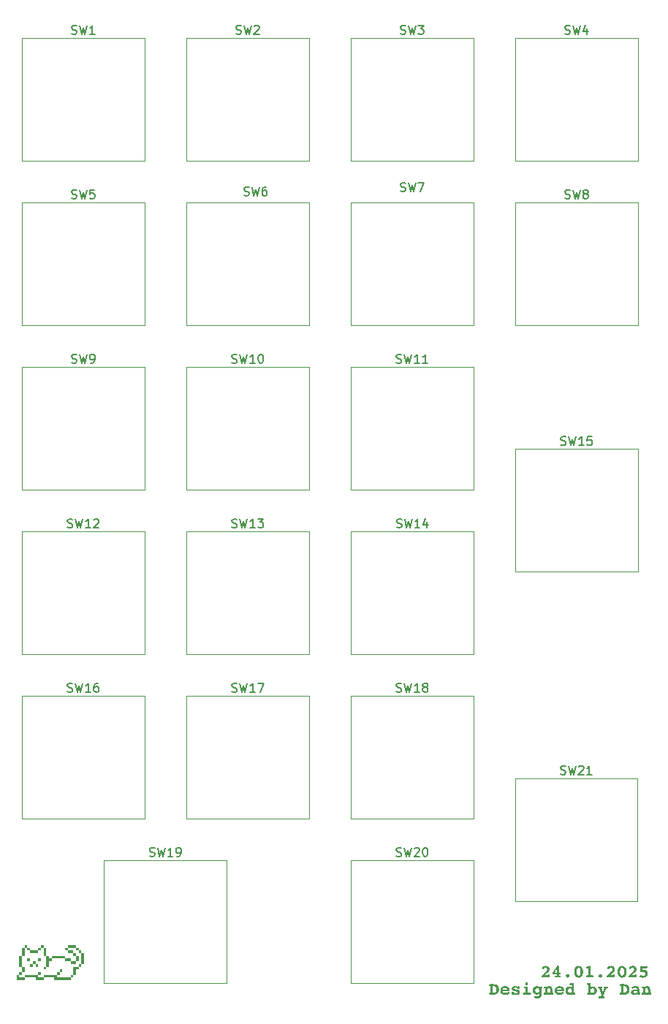
<source format=gbr>
%TF.GenerationSoftware,KiCad,Pcbnew,7.0.11*%
%TF.CreationDate,2025-01-24T11:41:37+01:00*%
%TF.ProjectId,Numpad1,4e756d70-6164-4312-9e6b-696361645f70,rev?*%
%TF.SameCoordinates,Original*%
%TF.FileFunction,Legend,Top*%
%TF.FilePolarity,Positive*%
%FSLAX46Y46*%
G04 Gerber Fmt 4.6, Leading zero omitted, Abs format (unit mm)*
G04 Created by KiCad (PCBNEW 7.0.11) date 2025-01-24 11:41:37*
%MOMM*%
%LPD*%
G01*
G04 APERTURE LIST*
%ADD10C,0.300000*%
%ADD11C,0.150000*%
%ADD12C,0.120000*%
G04 APERTURE END LIST*
D10*
G36*
X103833190Y-168773026D02*
G01*
X104193693Y-168773026D01*
X104193693Y-168766432D01*
X104194382Y-168749718D01*
X104196448Y-168734382D01*
X104200745Y-168717797D01*
X104207026Y-168703195D01*
X104215291Y-168690577D01*
X104221903Y-168683267D01*
X104233572Y-168673929D01*
X104247148Y-168666523D01*
X104262629Y-168661049D01*
X104276987Y-168657963D01*
X104292668Y-168656219D01*
X104306167Y-168655790D01*
X104322468Y-168656704D01*
X104337302Y-168659448D01*
X104352752Y-168664960D01*
X104366203Y-168672962D01*
X104376142Y-168681802D01*
X104385849Y-168694216D01*
X104393172Y-168708699D01*
X104397552Y-168722760D01*
X104400179Y-168738341D01*
X104401055Y-168755441D01*
X104401055Y-168768996D01*
X104392629Y-168933494D01*
X104391431Y-168950504D01*
X104389089Y-168967159D01*
X104385168Y-168981985D01*
X104377608Y-168995043D01*
X104363864Y-169003108D01*
X104348765Y-169006514D01*
X104333853Y-169007487D01*
X104331812Y-169007500D01*
X103591024Y-169007500D01*
X103573024Y-169006873D01*
X103556348Y-169004995D01*
X103540996Y-169001865D01*
X103526967Y-168997482D01*
X103511880Y-168990569D01*
X103498700Y-168981854D01*
X103487743Y-168971477D01*
X103479053Y-168959580D01*
X103472631Y-168946164D01*
X103468475Y-168931227D01*
X103466586Y-168914771D01*
X103466460Y-168908948D01*
X103467406Y-168892027D01*
X103470246Y-168875248D01*
X103474188Y-168860977D01*
X103479520Y-168846809D01*
X103486243Y-168832744D01*
X103494650Y-168818563D01*
X103504756Y-168804047D01*
X103514477Y-168791695D01*
X103525379Y-168779110D01*
X103537461Y-168766293D01*
X103547976Y-168755871D01*
X103550724Y-168753243D01*
X103970211Y-168350242D01*
X103982682Y-168337946D01*
X103994541Y-168325650D01*
X104005788Y-168313354D01*
X104016424Y-168301058D01*
X104026448Y-168288761D01*
X104035860Y-168276465D01*
X104044660Y-168264169D01*
X104052849Y-168251873D01*
X104062815Y-168235478D01*
X104071693Y-168219084D01*
X104079507Y-168202689D01*
X104086279Y-168186294D01*
X104092010Y-168169899D01*
X104096698Y-168153504D01*
X104100344Y-168137110D01*
X104102949Y-168120715D01*
X104104512Y-168104320D01*
X104105033Y-168087925D01*
X104104640Y-168071030D01*
X104103461Y-168054965D01*
X104101497Y-168039731D01*
X104098747Y-168025328D01*
X104093859Y-168007417D01*
X104087573Y-167990982D01*
X104079891Y-167976024D01*
X104070812Y-167962543D01*
X104060336Y-167950539D01*
X104048424Y-167939977D01*
X104035034Y-167930824D01*
X104020168Y-167923078D01*
X104003825Y-167916741D01*
X103986004Y-167911813D01*
X103966707Y-167908292D01*
X103951265Y-167906576D01*
X103934992Y-167905652D01*
X103923682Y-167905476D01*
X103907253Y-167905869D01*
X103891396Y-167907050D01*
X103876112Y-167909018D01*
X103861400Y-167911773D01*
X103844502Y-167916118D01*
X103828428Y-167921596D01*
X103813435Y-167928104D01*
X103799783Y-167935541D01*
X103787469Y-167943904D01*
X103774797Y-167954833D01*
X103763948Y-167967025D01*
X103754986Y-167978918D01*
X103746688Y-167991354D01*
X103738583Y-168004451D01*
X103734272Y-168011721D01*
X103724908Y-168026256D01*
X103715364Y-168039362D01*
X103705640Y-168051038D01*
X103692393Y-168064381D01*
X103678826Y-168075183D01*
X103664939Y-168083444D01*
X103650731Y-168089162D01*
X103636202Y-168092339D01*
X103625095Y-168093054D01*
X103609570Y-168092205D01*
X103592568Y-168088942D01*
X103577344Y-168083231D01*
X103563897Y-168075074D01*
X103552228Y-168064470D01*
X103547060Y-168058250D01*
X103538220Y-168043888D01*
X103532250Y-168030130D01*
X103527551Y-168014744D01*
X103524122Y-167997730D01*
X103522293Y-167982946D01*
X103521277Y-167967121D01*
X103521048Y-167954569D01*
X103521306Y-167937367D01*
X103522078Y-167921298D01*
X103523366Y-167906363D01*
X103525701Y-167889288D01*
X103528840Y-167873984D01*
X103533670Y-167857957D01*
X103537534Y-167848689D01*
X103544876Y-167835625D01*
X103554536Y-167822534D01*
X103564357Y-167811606D01*
X103575788Y-167800660D01*
X103588829Y-167789696D01*
X103603480Y-167778714D01*
X103618601Y-167768661D01*
X103633877Y-167759110D01*
X103649307Y-167750062D01*
X103664892Y-167741516D01*
X103680631Y-167733473D01*
X103696525Y-167725932D01*
X103712574Y-167718893D01*
X103728777Y-167712356D01*
X103745134Y-167706322D01*
X103761646Y-167700790D01*
X103772740Y-167697381D01*
X103789630Y-167692667D01*
X103806778Y-167688416D01*
X103824183Y-167684630D01*
X103841846Y-167681307D01*
X103859766Y-167678447D01*
X103877944Y-167676052D01*
X103896380Y-167674120D01*
X103915073Y-167672651D01*
X103934024Y-167671647D01*
X103953232Y-167671106D01*
X103966181Y-167671003D01*
X103990183Y-167671413D01*
X104013556Y-167672646D01*
X104036299Y-167674699D01*
X104058413Y-167677574D01*
X104079897Y-167681271D01*
X104100751Y-167685789D01*
X104120975Y-167691128D01*
X104140570Y-167697289D01*
X104159535Y-167704272D01*
X104177870Y-167712076D01*
X104195576Y-167720701D01*
X104212652Y-167730148D01*
X104229098Y-167740416D01*
X104244915Y-167751505D01*
X104260102Y-167763417D01*
X104274659Y-167776149D01*
X104288457Y-167789574D01*
X104301364Y-167803564D01*
X104313381Y-167818116D01*
X104324508Y-167833233D01*
X104334744Y-167848914D01*
X104344091Y-167865159D01*
X104352547Y-167881967D01*
X104360114Y-167899339D01*
X104366790Y-167917275D01*
X104372576Y-167935775D01*
X104377472Y-167954839D01*
X104381477Y-167974467D01*
X104384593Y-167994658D01*
X104386818Y-168015414D01*
X104388154Y-168036733D01*
X104388599Y-168058616D01*
X104388367Y-168073415D01*
X104387671Y-168088137D01*
X104386512Y-168102782D01*
X104384889Y-168117349D01*
X104381585Y-168139055D01*
X104377238Y-168160587D01*
X104373761Y-168174845D01*
X104369820Y-168189026D01*
X104365415Y-168203130D01*
X104360546Y-168217156D01*
X104355214Y-168231105D01*
X104349418Y-168244977D01*
X104343158Y-168258771D01*
X104336435Y-168272488D01*
X104329248Y-168286128D01*
X104321574Y-168299684D01*
X104313391Y-168313239D01*
X104304698Y-168326795D01*
X104295496Y-168340350D01*
X104285785Y-168353906D01*
X104275564Y-168367461D01*
X104264833Y-168381017D01*
X104253593Y-168394572D01*
X104241844Y-168408128D01*
X104229585Y-168421683D01*
X104216817Y-168435239D01*
X104203539Y-168448794D01*
X104189752Y-168462349D01*
X104175455Y-168475905D01*
X104160648Y-168489460D01*
X104145333Y-168503016D01*
X103833190Y-168773026D01*
G37*
G36*
X105473770Y-167703243D02*
G01*
X105487325Y-167709105D01*
X105497217Y-167720095D01*
X105502977Y-167733710D01*
X105505438Y-167749491D01*
X105505643Y-167756366D01*
X105505643Y-168491659D01*
X105511505Y-168491659D01*
X105522130Y-168491659D01*
X105536971Y-168488888D01*
X105550208Y-168482500D01*
X105562802Y-168473707D01*
X105569391Y-168468211D01*
X105582259Y-168457953D01*
X105595532Y-168449916D01*
X105610023Y-168445130D01*
X105614820Y-168444764D01*
X105630375Y-168445485D01*
X105646861Y-168448150D01*
X105661560Y-168452778D01*
X105676169Y-168460472D01*
X105682597Y-168465280D01*
X105693497Y-168476569D01*
X105701282Y-168489918D01*
X105705953Y-168505329D01*
X105707486Y-168520503D01*
X105707510Y-168522800D01*
X105706753Y-168537924D01*
X105706045Y-168544049D01*
X105702992Y-168558713D01*
X105701282Y-168563832D01*
X105678567Y-168638204D01*
X105672763Y-168652372D01*
X105663916Y-168664349D01*
X105658051Y-168669345D01*
X105643936Y-168676107D01*
X105629270Y-168678889D01*
X105621048Y-168679237D01*
X105505643Y-168679237D01*
X105505643Y-168819921D01*
X105566460Y-168819921D01*
X105581478Y-168819921D01*
X105589907Y-168819921D01*
X105604566Y-168819921D01*
X105608592Y-168819921D01*
X105624237Y-168821183D01*
X105638795Y-168824970D01*
X105652267Y-168831281D01*
X105664651Y-168840117D01*
X105671240Y-168846299D01*
X105681375Y-168858541D01*
X105689021Y-168872185D01*
X105694178Y-168887232D01*
X105696845Y-168903681D01*
X105697252Y-168913710D01*
X105696509Y-168928601D01*
X105693659Y-168944675D01*
X105688670Y-168958792D01*
X105680147Y-168972786D01*
X105668714Y-168984117D01*
X105666844Y-168985518D01*
X105654049Y-168992988D01*
X105638473Y-168998913D01*
X105623368Y-169002670D01*
X105606330Y-169005353D01*
X105591310Y-169006727D01*
X105575052Y-169007414D01*
X105566460Y-169007500D01*
X105131585Y-169007500D01*
X105114641Y-169007156D01*
X105098979Y-169006126D01*
X105081205Y-169003872D01*
X105065434Y-169000544D01*
X105049153Y-168995135D01*
X105035758Y-168988180D01*
X105031934Y-168985518D01*
X105020514Y-168974568D01*
X105011899Y-168960954D01*
X105006747Y-168947164D01*
X105003656Y-168931416D01*
X105002625Y-168913710D01*
X105003350Y-168898494D01*
X105006132Y-168882076D01*
X105011000Y-168867668D01*
X105019318Y-168853398D01*
X105030475Y-168841862D01*
X105032301Y-168840437D01*
X105044944Y-168832718D01*
X105060345Y-168826596D01*
X105075284Y-168822714D01*
X105092137Y-168819941D01*
X105106997Y-168818521D01*
X105123083Y-168817812D01*
X105131585Y-168817723D01*
X105282161Y-168817723D01*
X105282161Y-168679237D01*
X104806987Y-168682901D01*
X104791523Y-168681291D01*
X104777407Y-168675801D01*
X104766320Y-168666414D01*
X104758394Y-168653140D01*
X104754043Y-168638142D01*
X104752453Y-168622257D01*
X104752398Y-168618421D01*
X104752398Y-168555406D01*
X104752661Y-168539400D01*
X104753606Y-168523126D01*
X104755490Y-168507389D01*
X104757894Y-168495689D01*
X104759213Y-168491659D01*
X104958295Y-168491659D01*
X105282161Y-168491659D01*
X105282161Y-167916467D01*
X104958295Y-168491659D01*
X104759213Y-168491659D01*
X104762790Y-168480734D01*
X104768743Y-168466537D01*
X104775325Y-168453271D01*
X104776945Y-168450259D01*
X105209987Y-167709471D01*
X105218179Y-167696404D01*
X105227659Y-167683850D01*
X105234900Y-167677231D01*
X105249359Y-167672031D01*
X105262377Y-167671003D01*
X105277297Y-167671003D01*
X105278131Y-167671003D01*
X105290221Y-167671003D01*
X105473770Y-167703243D01*
G37*
G36*
X106490797Y-168632342D02*
G01*
X106508666Y-168632829D01*
X106525865Y-168634287D01*
X106542394Y-168636718D01*
X106558254Y-168640122D01*
X106573443Y-168644498D01*
X106587963Y-168649846D01*
X106601814Y-168656167D01*
X106614994Y-168663461D01*
X106627505Y-168671726D01*
X106639346Y-168680964D01*
X106646868Y-168687663D01*
X106657475Y-168698267D01*
X106667038Y-168709469D01*
X106678166Y-168725337D01*
X106687440Y-168742270D01*
X106694859Y-168760268D01*
X106699206Y-168774465D01*
X106702510Y-168789261D01*
X106704770Y-168804656D01*
X106705987Y-168820649D01*
X106706219Y-168831645D01*
X106705697Y-168847848D01*
X106704132Y-168863484D01*
X106701524Y-168878554D01*
X106697873Y-168893056D01*
X106693178Y-168906993D01*
X106685295Y-168924693D01*
X106675558Y-168941385D01*
X106663966Y-168957070D01*
X106654055Y-168968173D01*
X106646868Y-168975259D01*
X106635473Y-168985211D01*
X106623409Y-168994184D01*
X106610675Y-169002179D01*
X106597271Y-169009194D01*
X106583198Y-169015230D01*
X106568455Y-169020288D01*
X106553041Y-169024367D01*
X106536959Y-169027466D01*
X106520206Y-169029587D01*
X106502784Y-169030729D01*
X106490797Y-169030947D01*
X106473314Y-169030457D01*
X106456450Y-169028989D01*
X106440204Y-169026542D01*
X106424576Y-169023116D01*
X106409567Y-169018711D01*
X106395176Y-169013327D01*
X106381403Y-169006964D01*
X106368248Y-168999623D01*
X106355711Y-168991302D01*
X106343793Y-168982003D01*
X106336191Y-168975259D01*
X106325519Y-168964535D01*
X106315896Y-168953243D01*
X106304699Y-168937306D01*
X106295369Y-168920362D01*
X106287904Y-168902410D01*
X106283530Y-168888285D01*
X106280206Y-168873593D01*
X106277932Y-168858335D01*
X106276707Y-168842510D01*
X106276474Y-168831645D01*
X106276999Y-168815442D01*
X106278573Y-168799805D01*
X106281197Y-168784736D01*
X106284871Y-168770233D01*
X106289595Y-168756297D01*
X106297526Y-168738597D01*
X106307324Y-168721904D01*
X106318987Y-168706219D01*
X106328960Y-168695117D01*
X106336191Y-168688030D01*
X106347697Y-168678078D01*
X106359822Y-168669105D01*
X106372564Y-168661111D01*
X106385925Y-168654095D01*
X106399904Y-168648059D01*
X106414501Y-168643001D01*
X106429717Y-168638923D01*
X106445551Y-168635823D01*
X106462003Y-168633702D01*
X106479073Y-168632560D01*
X106490797Y-168632342D01*
G37*
G36*
X107763611Y-167671182D02*
G01*
X107792477Y-167672613D01*
X107820578Y-167675475D01*
X107847915Y-167679768D01*
X107874488Y-167685493D01*
X107900296Y-167692648D01*
X107925341Y-167701235D01*
X107949621Y-167711253D01*
X107973137Y-167722702D01*
X107995889Y-167735581D01*
X108017876Y-167749893D01*
X108039100Y-167765635D01*
X108059559Y-167782808D01*
X108079254Y-167801413D01*
X108098185Y-167821448D01*
X108116351Y-167842915D01*
X108125148Y-167854185D01*
X108142006Y-167877548D01*
X108157777Y-167901932D01*
X108172460Y-167927339D01*
X108179394Y-167940425D01*
X108186056Y-167953767D01*
X108192446Y-167967365D01*
X108198564Y-167981217D01*
X108204410Y-167995326D01*
X108209984Y-168009689D01*
X108215286Y-168024308D01*
X108220317Y-168039183D01*
X108225075Y-168054313D01*
X108229562Y-168069699D01*
X108233776Y-168085340D01*
X108237719Y-168101236D01*
X108241390Y-168117388D01*
X108244789Y-168133795D01*
X108247916Y-168150458D01*
X108250771Y-168167376D01*
X108253354Y-168184550D01*
X108255665Y-168201979D01*
X108257704Y-168219664D01*
X108259472Y-168237604D01*
X108260967Y-168255799D01*
X108262191Y-168274250D01*
X108263143Y-168292956D01*
X108263822Y-168311918D01*
X108264230Y-168331136D01*
X108264366Y-168350608D01*
X108264230Y-168370127D01*
X108263822Y-168389389D01*
X108263143Y-168408394D01*
X108262191Y-168427144D01*
X108260967Y-168445638D01*
X108259472Y-168463875D01*
X108257704Y-168481856D01*
X108255665Y-168499581D01*
X108253354Y-168517050D01*
X108250771Y-168534263D01*
X108247916Y-168551219D01*
X108244789Y-168567920D01*
X108241390Y-168584364D01*
X108237719Y-168600552D01*
X108233776Y-168616484D01*
X108229562Y-168632159D01*
X108225075Y-168647579D01*
X108220317Y-168662742D01*
X108215286Y-168677649D01*
X108209984Y-168692300D01*
X108204410Y-168706695D01*
X108198564Y-168720834D01*
X108192446Y-168734716D01*
X108186056Y-168748343D01*
X108179394Y-168761713D01*
X108172460Y-168774827D01*
X108165255Y-168787685D01*
X108150028Y-168812632D01*
X108133713Y-168836554D01*
X108125148Y-168848131D01*
X108107363Y-168870269D01*
X108088815Y-168890978D01*
X108069502Y-168910260D01*
X108049425Y-168928113D01*
X108028584Y-168944538D01*
X108006978Y-168959534D01*
X107984608Y-168973103D01*
X107961475Y-168985243D01*
X107937576Y-168995955D01*
X107912914Y-169005238D01*
X107887488Y-169013094D01*
X107861297Y-169019521D01*
X107834342Y-169024520D01*
X107806623Y-169028090D01*
X107778139Y-169030233D01*
X107748892Y-169030947D01*
X107719916Y-169030233D01*
X107691699Y-169028090D01*
X107664240Y-169024520D01*
X107637540Y-169019521D01*
X107611598Y-169013094D01*
X107586415Y-169005238D01*
X107561990Y-168995955D01*
X107538324Y-168985243D01*
X107515416Y-168973103D01*
X107493267Y-168959534D01*
X107471876Y-168944538D01*
X107451244Y-168928113D01*
X107431370Y-168910260D01*
X107412254Y-168890978D01*
X107393898Y-168870269D01*
X107376299Y-168848131D01*
X107359663Y-168824721D01*
X107344099Y-168800286D01*
X107329609Y-168774827D01*
X107322767Y-168761713D01*
X107316193Y-168748343D01*
X107309887Y-168734716D01*
X107303849Y-168720834D01*
X107298080Y-168706695D01*
X107292579Y-168692300D01*
X107287347Y-168677649D01*
X107282383Y-168662742D01*
X107277687Y-168647579D01*
X107273259Y-168632159D01*
X107269100Y-168616484D01*
X107265209Y-168600552D01*
X107261587Y-168584364D01*
X107258233Y-168567920D01*
X107255147Y-168551219D01*
X107252329Y-168534263D01*
X107249780Y-168517050D01*
X107247499Y-168499581D01*
X107245487Y-168481856D01*
X107243743Y-168463875D01*
X107242267Y-168445638D01*
X107241059Y-168427144D01*
X107240120Y-168408394D01*
X107239449Y-168389389D01*
X107239047Y-168370127D01*
X107238913Y-168350608D01*
X107238926Y-168348777D01*
X107515151Y-168348777D01*
X107515396Y-168374750D01*
X107516130Y-168400005D01*
X107517354Y-168424541D01*
X107519067Y-168448359D01*
X107521269Y-168471458D01*
X107523961Y-168493840D01*
X107527143Y-168515502D01*
X107530813Y-168536447D01*
X107534974Y-168556673D01*
X107539623Y-168576180D01*
X107544762Y-168594969D01*
X107550391Y-168613040D01*
X107556509Y-168630392D01*
X107563116Y-168647026D01*
X107570213Y-168662941D01*
X107577800Y-168678138D01*
X107585861Y-168692468D01*
X107594292Y-168705873D01*
X107603092Y-168718354D01*
X107612261Y-168729910D01*
X107626707Y-168745511D01*
X107641983Y-168759032D01*
X107658091Y-168770472D01*
X107675029Y-168779833D01*
X107692798Y-168787113D01*
X107711398Y-168792313D01*
X107730829Y-168795434D01*
X107751090Y-168796474D01*
X107771354Y-168795434D01*
X107790795Y-168792313D01*
X107809410Y-168787113D01*
X107827202Y-168779833D01*
X107844169Y-168770472D01*
X107860312Y-168759032D01*
X107875631Y-168745511D01*
X107890125Y-168729910D01*
X107899330Y-168718354D01*
X107908169Y-168705873D01*
X107916641Y-168692468D01*
X107924747Y-168678138D01*
X107932422Y-168662941D01*
X107939601Y-168647026D01*
X107946286Y-168630392D01*
X107952476Y-168613040D01*
X107958170Y-168594969D01*
X107963369Y-168576180D01*
X107968073Y-168556673D01*
X107972282Y-168536447D01*
X107975996Y-168515502D01*
X107979215Y-168493840D01*
X107981938Y-168471458D01*
X107984166Y-168448359D01*
X107985899Y-168424541D01*
X107987137Y-168400005D01*
X107987880Y-168374750D01*
X107988128Y-168348777D01*
X107987880Y-168323205D01*
X107987137Y-168298333D01*
X107985899Y-168274158D01*
X107984166Y-168250683D01*
X107981938Y-168227905D01*
X107979215Y-168205826D01*
X107975996Y-168184445D01*
X107972282Y-168163763D01*
X107968073Y-168143779D01*
X107963369Y-168124493D01*
X107958170Y-168105906D01*
X107952476Y-168088017D01*
X107946286Y-168070826D01*
X107939601Y-168054334D01*
X107932422Y-168038540D01*
X107924747Y-168023445D01*
X107916641Y-168009160D01*
X107908169Y-167995796D01*
X107899330Y-167983354D01*
X107890125Y-167971834D01*
X107875631Y-167956281D01*
X107860312Y-167942802D01*
X107844169Y-167931397D01*
X107827202Y-167922065D01*
X107809410Y-167914807D01*
X107790795Y-167909623D01*
X107771354Y-167906513D01*
X107751090Y-167905476D01*
X107731022Y-167906513D01*
X107711759Y-167909623D01*
X107693301Y-167914807D01*
X107675647Y-167922065D01*
X107658799Y-167931397D01*
X107642756Y-167942802D01*
X107627518Y-167956281D01*
X107613085Y-167971834D01*
X107603910Y-167983354D01*
X107595093Y-167995796D01*
X107586634Y-168009160D01*
X107578532Y-168023445D01*
X107570857Y-168038540D01*
X107563677Y-168054334D01*
X107556993Y-168070826D01*
X107550803Y-168088017D01*
X107545109Y-168105906D01*
X107539909Y-168124493D01*
X107535205Y-168143779D01*
X107530997Y-168163763D01*
X107527283Y-168184445D01*
X107524064Y-168205826D01*
X107521341Y-168227905D01*
X107519113Y-168250683D01*
X107517380Y-168274158D01*
X107516142Y-168298333D01*
X107515399Y-168323205D01*
X107515151Y-168348777D01*
X107238926Y-168348777D01*
X107239047Y-168331068D01*
X107239449Y-168311787D01*
X107240120Y-168292763D01*
X107241059Y-168273998D01*
X107242267Y-168255491D01*
X107243743Y-168237243D01*
X107245487Y-168219253D01*
X107247499Y-168201521D01*
X107249780Y-168184048D01*
X107252329Y-168166832D01*
X107255147Y-168149875D01*
X107258233Y-168133177D01*
X107261587Y-168116737D01*
X107265209Y-168100555D01*
X107269100Y-168084631D01*
X107273259Y-168068966D01*
X107277687Y-168053559D01*
X107282383Y-168038410D01*
X107287347Y-168023520D01*
X107292579Y-168008888D01*
X107298080Y-167994514D01*
X107303849Y-167980399D01*
X107309887Y-167966542D01*
X107316193Y-167952943D01*
X107322767Y-167939602D01*
X107329609Y-167926520D01*
X107336720Y-167913696D01*
X107351747Y-167888824D01*
X107367847Y-167864984D01*
X107376299Y-167853452D01*
X107393898Y-167831359D01*
X107412254Y-167810690D01*
X107431370Y-167791448D01*
X107451244Y-167773630D01*
X107471876Y-167757238D01*
X107493267Y-167742272D01*
X107515416Y-167728731D01*
X107538324Y-167716615D01*
X107561990Y-167705925D01*
X107586415Y-167696660D01*
X107611598Y-167688820D01*
X107637540Y-167682406D01*
X107664240Y-167677417D01*
X107691699Y-167673853D01*
X107719916Y-167671715D01*
X107748892Y-167671003D01*
X107763611Y-167671182D01*
G37*
G36*
X109167821Y-168773026D02*
G01*
X109334883Y-168773026D01*
X109351506Y-168773456D01*
X109366939Y-168774744D01*
X109384556Y-168777561D01*
X109400313Y-168781720D01*
X109414209Y-168787221D01*
X109428429Y-168795593D01*
X109434534Y-168800504D01*
X109445117Y-168812057D01*
X109453510Y-168826109D01*
X109459714Y-168842660D01*
X109463211Y-168858361D01*
X109465188Y-168875797D01*
X109465675Y-168890996D01*
X109465205Y-168905851D01*
X109463298Y-168922922D01*
X109459924Y-168938330D01*
X109453940Y-168954623D01*
X109445842Y-168968520D01*
X109435633Y-168980022D01*
X109423049Y-168989360D01*
X109407554Y-168996766D01*
X109392419Y-169001462D01*
X109375261Y-169004816D01*
X109360080Y-169006534D01*
X109343605Y-169007392D01*
X109334883Y-169007500D01*
X108727084Y-169007500D01*
X108709957Y-169007070D01*
X108694112Y-169005782D01*
X108679549Y-169003636D01*
X108663148Y-168999745D01*
X108648751Y-168994512D01*
X108634119Y-168986462D01*
X108625968Y-168980022D01*
X108615758Y-168968520D01*
X108607661Y-168954623D01*
X108601676Y-168938330D01*
X108598302Y-168922922D01*
X108596395Y-168905851D01*
X108595926Y-168890996D01*
X108596401Y-168875797D01*
X108598331Y-168858361D01*
X108601746Y-168842660D01*
X108606646Y-168828694D01*
X108614486Y-168814226D01*
X108624463Y-168802256D01*
X108626334Y-168800504D01*
X108639141Y-168791166D01*
X108654756Y-168783760D01*
X108669913Y-168779064D01*
X108687020Y-168775710D01*
X108702110Y-168773992D01*
X108718448Y-168773134D01*
X108727084Y-168773026D01*
X108918693Y-168773026D01*
X108918693Y-167917566D01*
X108803288Y-167947608D01*
X108788969Y-167950850D01*
X108773435Y-167954105D01*
X108758958Y-167956767D01*
X108743754Y-167958965D01*
X108733312Y-167959698D01*
X108718170Y-167958757D01*
X108702164Y-167955284D01*
X108687946Y-167949251D01*
X108675517Y-167940658D01*
X108667733Y-167932953D01*
X108658740Y-167920165D01*
X108651955Y-167905204D01*
X108647898Y-167890649D01*
X108645464Y-167874498D01*
X108644675Y-167859818D01*
X108644652Y-167856749D01*
X108645880Y-167841442D01*
X108649561Y-167827257D01*
X108656774Y-167812419D01*
X108665715Y-167800638D01*
X108670298Y-167795933D01*
X108682993Y-167785595D01*
X108695967Y-167777626D01*
X108710874Y-167770482D01*
X108724772Y-167765158D01*
X108740011Y-167760407D01*
X108749799Y-167757831D01*
X109005155Y-167687489D01*
X109020382Y-167683711D01*
X109035815Y-167680063D01*
X109050856Y-167676757D01*
X109057545Y-167675399D01*
X109071953Y-167672720D01*
X109087211Y-167671110D01*
X109091617Y-167671003D01*
X109108447Y-167672072D01*
X109123032Y-167675280D01*
X109136954Y-167681566D01*
X109149113Y-167691976D01*
X109150235Y-167693351D01*
X109157929Y-167706448D01*
X109162857Y-167721064D01*
X109165743Y-167735936D01*
X109167391Y-167752972D01*
X109167821Y-167768822D01*
X109167821Y-168773026D01*
G37*
G36*
X110271676Y-168632342D02*
G01*
X110289545Y-168632829D01*
X110306744Y-168634287D01*
X110323273Y-168636718D01*
X110339133Y-168640122D01*
X110354323Y-168644498D01*
X110368843Y-168649846D01*
X110382693Y-168656167D01*
X110395874Y-168663461D01*
X110408384Y-168671726D01*
X110420225Y-168680964D01*
X110427747Y-168687663D01*
X110438354Y-168698267D01*
X110447917Y-168709469D01*
X110459046Y-168725337D01*
X110468319Y-168742270D01*
X110475738Y-168760268D01*
X110480085Y-168774465D01*
X110483389Y-168789261D01*
X110485649Y-168804656D01*
X110486866Y-168820649D01*
X110487098Y-168831645D01*
X110486577Y-168847848D01*
X110485012Y-168863484D01*
X110482403Y-168878554D01*
X110478752Y-168893056D01*
X110474057Y-168906993D01*
X110466175Y-168924693D01*
X110456437Y-168941385D01*
X110444845Y-168957070D01*
X110434934Y-168968173D01*
X110427747Y-168975259D01*
X110416353Y-168985211D01*
X110404288Y-168994184D01*
X110391554Y-169002179D01*
X110378151Y-169009194D01*
X110364077Y-169015230D01*
X110349334Y-169020288D01*
X110333921Y-169024367D01*
X110317838Y-169027466D01*
X110301085Y-169029587D01*
X110283663Y-169030729D01*
X110271676Y-169030947D01*
X110254194Y-169030457D01*
X110237329Y-169028989D01*
X110221083Y-169026542D01*
X110205456Y-169023116D01*
X110190446Y-169018711D01*
X110176055Y-169013327D01*
X110162282Y-169006964D01*
X110149127Y-168999623D01*
X110136591Y-168991302D01*
X110124672Y-168982003D01*
X110117070Y-168975259D01*
X110106398Y-168964535D01*
X110096776Y-168953243D01*
X110085579Y-168937306D01*
X110076248Y-168920362D01*
X110068783Y-168902410D01*
X110064409Y-168888285D01*
X110061085Y-168873593D01*
X110058811Y-168858335D01*
X110057586Y-168842510D01*
X110057353Y-168831645D01*
X110057878Y-168815442D01*
X110059452Y-168799805D01*
X110062077Y-168784736D01*
X110065751Y-168770233D01*
X110070474Y-168756297D01*
X110078406Y-168738597D01*
X110088203Y-168721904D01*
X110099867Y-168706219D01*
X110109839Y-168695117D01*
X110117070Y-168688030D01*
X110128576Y-168678078D01*
X110140701Y-168669105D01*
X110153443Y-168661111D01*
X110166804Y-168654095D01*
X110180783Y-168648059D01*
X110195381Y-168643001D01*
X110210596Y-168638923D01*
X110226430Y-168635823D01*
X110242882Y-168633702D01*
X110259952Y-168632560D01*
X110271676Y-168632342D01*
G37*
G36*
X111394949Y-168773026D02*
G01*
X111755451Y-168773026D01*
X111755451Y-168766432D01*
X111756140Y-168749718D01*
X111758206Y-168734382D01*
X111762504Y-168717797D01*
X111768785Y-168703195D01*
X111777050Y-168690577D01*
X111783661Y-168683267D01*
X111795331Y-168673929D01*
X111808906Y-168666523D01*
X111824388Y-168661049D01*
X111838746Y-168657963D01*
X111854427Y-168656219D01*
X111867925Y-168655790D01*
X111884227Y-168656704D01*
X111899060Y-168659448D01*
X111914510Y-168664960D01*
X111927962Y-168672962D01*
X111937901Y-168681802D01*
X111947608Y-168694216D01*
X111954931Y-168708699D01*
X111959310Y-168722760D01*
X111961938Y-168738341D01*
X111962814Y-168755441D01*
X111962814Y-168768996D01*
X111954387Y-168933494D01*
X111953189Y-168950504D01*
X111950848Y-168967159D01*
X111946926Y-168981985D01*
X111939366Y-168995043D01*
X111925622Y-169003108D01*
X111910524Y-169006514D01*
X111895612Y-169007487D01*
X111893571Y-169007500D01*
X111152782Y-169007500D01*
X111134782Y-169006873D01*
X111118106Y-169004995D01*
X111102754Y-169001865D01*
X111088726Y-168997482D01*
X111073639Y-168990569D01*
X111060458Y-168981854D01*
X111049502Y-168971477D01*
X111040812Y-168959580D01*
X111034389Y-168946164D01*
X111030233Y-168931227D01*
X111028344Y-168914771D01*
X111028218Y-168908948D01*
X111029165Y-168892027D01*
X111032005Y-168875248D01*
X111035946Y-168860977D01*
X111041279Y-168846809D01*
X111048002Y-168832744D01*
X111056408Y-168818563D01*
X111066515Y-168804047D01*
X111076236Y-168791695D01*
X111087137Y-168779110D01*
X111099219Y-168766293D01*
X111109735Y-168755871D01*
X111112482Y-168753243D01*
X111531969Y-168350242D01*
X111544440Y-168337946D01*
X111556299Y-168325650D01*
X111567547Y-168313354D01*
X111578183Y-168301058D01*
X111588206Y-168288761D01*
X111597618Y-168276465D01*
X111606419Y-168264169D01*
X111614607Y-168251873D01*
X111624573Y-168235478D01*
X111633452Y-168219084D01*
X111641266Y-168202689D01*
X111648038Y-168186294D01*
X111653768Y-168169899D01*
X111658456Y-168153504D01*
X111662103Y-168137110D01*
X111664707Y-168120715D01*
X111666270Y-168104320D01*
X111666791Y-168087925D01*
X111666398Y-168071030D01*
X111665220Y-168054965D01*
X111663256Y-168039731D01*
X111660506Y-168025328D01*
X111655617Y-168007417D01*
X111649332Y-167990982D01*
X111641649Y-167976024D01*
X111632570Y-167962543D01*
X111622095Y-167950539D01*
X111610182Y-167939977D01*
X111596793Y-167930824D01*
X111581926Y-167923078D01*
X111565583Y-167916741D01*
X111547763Y-167911813D01*
X111528466Y-167908292D01*
X111513024Y-167906576D01*
X111496751Y-167905652D01*
X111485441Y-167905476D01*
X111469012Y-167905869D01*
X111453155Y-167907050D01*
X111437871Y-167909018D01*
X111423159Y-167911773D01*
X111406260Y-167916118D01*
X111390186Y-167921596D01*
X111375194Y-167928104D01*
X111361541Y-167935541D01*
X111349228Y-167943904D01*
X111336555Y-167954833D01*
X111325706Y-167967025D01*
X111316745Y-167978918D01*
X111308447Y-167991354D01*
X111300341Y-168004451D01*
X111296031Y-168011721D01*
X111286667Y-168026256D01*
X111277123Y-168039362D01*
X111267398Y-168051038D01*
X111254152Y-168064381D01*
X111240585Y-168075183D01*
X111226698Y-168083444D01*
X111212489Y-168089162D01*
X111197961Y-168092339D01*
X111186854Y-168093054D01*
X111171328Y-168092205D01*
X111154327Y-168088942D01*
X111139102Y-168083231D01*
X111125656Y-168075074D01*
X111113987Y-168064470D01*
X111108818Y-168058250D01*
X111099978Y-168043888D01*
X111094009Y-168030130D01*
X111089310Y-168014744D01*
X111085880Y-167997730D01*
X111084051Y-167982946D01*
X111083035Y-167967121D01*
X111082807Y-167954569D01*
X111083064Y-167937367D01*
X111083837Y-167921298D01*
X111085125Y-167906363D01*
X111087459Y-167889288D01*
X111090599Y-167873984D01*
X111095429Y-167857957D01*
X111099293Y-167848689D01*
X111106635Y-167835625D01*
X111116295Y-167822534D01*
X111126116Y-167811606D01*
X111137547Y-167800660D01*
X111150588Y-167789696D01*
X111165239Y-167778714D01*
X111180360Y-167768661D01*
X111195635Y-167759110D01*
X111211066Y-167750062D01*
X111226650Y-167741516D01*
X111242390Y-167733473D01*
X111258284Y-167725932D01*
X111274332Y-167718893D01*
X111290535Y-167712356D01*
X111306893Y-167706322D01*
X111323405Y-167700790D01*
X111334499Y-167697381D01*
X111351389Y-167692667D01*
X111368536Y-167688416D01*
X111385941Y-167684630D01*
X111403604Y-167681307D01*
X111421525Y-167678447D01*
X111439703Y-167676052D01*
X111458138Y-167674120D01*
X111476831Y-167672651D01*
X111495782Y-167671647D01*
X111514990Y-167671106D01*
X111527939Y-167671003D01*
X111551942Y-167671413D01*
X111575315Y-167672646D01*
X111598058Y-167674699D01*
X111620171Y-167677574D01*
X111641655Y-167681271D01*
X111662509Y-167685789D01*
X111682734Y-167691128D01*
X111702329Y-167697289D01*
X111721294Y-167704272D01*
X111739629Y-167712076D01*
X111757335Y-167720701D01*
X111774411Y-167730148D01*
X111790857Y-167740416D01*
X111806674Y-167751505D01*
X111821861Y-167763417D01*
X111836418Y-167776149D01*
X111850215Y-167789574D01*
X111863122Y-167803564D01*
X111875139Y-167818116D01*
X111886266Y-167833233D01*
X111896503Y-167848914D01*
X111905850Y-167865159D01*
X111914306Y-167881967D01*
X111921872Y-167899339D01*
X111928548Y-167917275D01*
X111934334Y-167935775D01*
X111939230Y-167954839D01*
X111943236Y-167974467D01*
X111946351Y-167994658D01*
X111948577Y-168015414D01*
X111949912Y-168036733D01*
X111950357Y-168058616D01*
X111950125Y-168073415D01*
X111949430Y-168088137D01*
X111948271Y-168102782D01*
X111946648Y-168117349D01*
X111943344Y-168139055D01*
X111938997Y-168160587D01*
X111935519Y-168174845D01*
X111931578Y-168189026D01*
X111927173Y-168203130D01*
X111922305Y-168217156D01*
X111916972Y-168231105D01*
X111911176Y-168244977D01*
X111904917Y-168258771D01*
X111898193Y-168272488D01*
X111891006Y-168286128D01*
X111883333Y-168299684D01*
X111875149Y-168313239D01*
X111866457Y-168326795D01*
X111857255Y-168340350D01*
X111847543Y-168353906D01*
X111837322Y-168367461D01*
X111826592Y-168381017D01*
X111815352Y-168394572D01*
X111803602Y-168408128D01*
X111791344Y-168421683D01*
X111778575Y-168435239D01*
X111765297Y-168448794D01*
X111751510Y-168462349D01*
X111737213Y-168475905D01*
X111722407Y-168489460D01*
X111707091Y-168503016D01*
X111394949Y-168773026D01*
G37*
G36*
X112804783Y-167671182D02*
G01*
X112833649Y-167672613D01*
X112861750Y-167675475D01*
X112889087Y-167679768D01*
X112915660Y-167685493D01*
X112941469Y-167692648D01*
X112966513Y-167701235D01*
X112990793Y-167711253D01*
X113014309Y-167722702D01*
X113037061Y-167735581D01*
X113059049Y-167749893D01*
X113080272Y-167765635D01*
X113100731Y-167782808D01*
X113120426Y-167801413D01*
X113139357Y-167821448D01*
X113157523Y-167842915D01*
X113166320Y-167854185D01*
X113183179Y-167877548D01*
X113198949Y-167901932D01*
X113213633Y-167927339D01*
X113220566Y-167940425D01*
X113227228Y-167953767D01*
X113233618Y-167967365D01*
X113239736Y-167981217D01*
X113245582Y-167995326D01*
X113251156Y-168009689D01*
X113256459Y-168024308D01*
X113261489Y-168039183D01*
X113266247Y-168054313D01*
X113270734Y-168069699D01*
X113274949Y-168085340D01*
X113278891Y-168101236D01*
X113282562Y-168117388D01*
X113285961Y-168133795D01*
X113289088Y-168150458D01*
X113291943Y-168167376D01*
X113294526Y-168184550D01*
X113296837Y-168201979D01*
X113298877Y-168219664D01*
X113300644Y-168237604D01*
X113302140Y-168255799D01*
X113303363Y-168274250D01*
X113304315Y-168292956D01*
X113304995Y-168311918D01*
X113305403Y-168331136D01*
X113305539Y-168350608D01*
X113305403Y-168370127D01*
X113304995Y-168389389D01*
X113304315Y-168408394D01*
X113303363Y-168427144D01*
X113302140Y-168445638D01*
X113300644Y-168463875D01*
X113298877Y-168481856D01*
X113296837Y-168499581D01*
X113294526Y-168517050D01*
X113291943Y-168534263D01*
X113289088Y-168551219D01*
X113285961Y-168567920D01*
X113282562Y-168584364D01*
X113278891Y-168600552D01*
X113274949Y-168616484D01*
X113270734Y-168632159D01*
X113266247Y-168647579D01*
X113261489Y-168662742D01*
X113256459Y-168677649D01*
X113251156Y-168692300D01*
X113245582Y-168706695D01*
X113239736Y-168720834D01*
X113233618Y-168734716D01*
X113227228Y-168748343D01*
X113220566Y-168761713D01*
X113213633Y-168774827D01*
X113206427Y-168787685D01*
X113191200Y-168812632D01*
X113174885Y-168836554D01*
X113166320Y-168848131D01*
X113148536Y-168870269D01*
X113129987Y-168890978D01*
X113110674Y-168910260D01*
X113090597Y-168928113D01*
X113069756Y-168944538D01*
X113048151Y-168959534D01*
X113025781Y-168973103D01*
X113002647Y-168985243D01*
X112978749Y-168995955D01*
X112954086Y-169005238D01*
X112928660Y-169013094D01*
X112902469Y-169019521D01*
X112875514Y-169024520D01*
X112847795Y-169028090D01*
X112819312Y-169030233D01*
X112790064Y-169030947D01*
X112761088Y-169030233D01*
X112732871Y-169028090D01*
X112705412Y-169024520D01*
X112678712Y-169019521D01*
X112652770Y-169013094D01*
X112627587Y-169005238D01*
X112603162Y-168995955D01*
X112579496Y-168985243D01*
X112556588Y-168973103D01*
X112534439Y-168959534D01*
X112513048Y-168944538D01*
X112492416Y-168928113D01*
X112472542Y-168910260D01*
X112453427Y-168890978D01*
X112435070Y-168870269D01*
X112417472Y-168848131D01*
X112400835Y-168824721D01*
X112385272Y-168800286D01*
X112370782Y-168774827D01*
X112363939Y-168761713D01*
X112357365Y-168748343D01*
X112351059Y-168734716D01*
X112345022Y-168720834D01*
X112339252Y-168706695D01*
X112333752Y-168692300D01*
X112328519Y-168677649D01*
X112323555Y-168662742D01*
X112318859Y-168647579D01*
X112314432Y-168632159D01*
X112310272Y-168616484D01*
X112306382Y-168600552D01*
X112302759Y-168584364D01*
X112299405Y-168567920D01*
X112296319Y-168551219D01*
X112293502Y-168534263D01*
X112290952Y-168517050D01*
X112288672Y-168499581D01*
X112286659Y-168481856D01*
X112284915Y-168463875D01*
X112283439Y-168445638D01*
X112282232Y-168427144D01*
X112281292Y-168408394D01*
X112280622Y-168389389D01*
X112280219Y-168370127D01*
X112280085Y-168350608D01*
X112280098Y-168348777D01*
X112556324Y-168348777D01*
X112556568Y-168374750D01*
X112557303Y-168400005D01*
X112558526Y-168424541D01*
X112560239Y-168448359D01*
X112562442Y-168471458D01*
X112565134Y-168493840D01*
X112568315Y-168515502D01*
X112571986Y-168536447D01*
X112576146Y-168556673D01*
X112580796Y-168576180D01*
X112585935Y-168594969D01*
X112591563Y-168613040D01*
X112597681Y-168630392D01*
X112604289Y-168647026D01*
X112611386Y-168662941D01*
X112618972Y-168678138D01*
X112627033Y-168692468D01*
X112635464Y-168705873D01*
X112644264Y-168718354D01*
X112653433Y-168729910D01*
X112667879Y-168745511D01*
X112683156Y-168759032D01*
X112699263Y-168770472D01*
X112716202Y-168779833D01*
X112733971Y-168787113D01*
X112752570Y-168792313D01*
X112772001Y-168795434D01*
X112792262Y-168796474D01*
X112812527Y-168795434D01*
X112831967Y-168792313D01*
X112850583Y-168787113D01*
X112868374Y-168779833D01*
X112885342Y-168770472D01*
X112901485Y-168759032D01*
X112916803Y-168745511D01*
X112931297Y-168729910D01*
X112940502Y-168718354D01*
X112949341Y-168705873D01*
X112957813Y-168692468D01*
X112965919Y-168678138D01*
X112973594Y-168662941D01*
X112980774Y-168647026D01*
X112987459Y-168630392D01*
X112993648Y-168613040D01*
X112999342Y-168594969D01*
X113004542Y-168576180D01*
X113009246Y-168556673D01*
X113013455Y-168536447D01*
X113017168Y-168515502D01*
X113020387Y-168493840D01*
X113023110Y-168471458D01*
X113025339Y-168448359D01*
X113027072Y-168424541D01*
X113028310Y-168400005D01*
X113029052Y-168374750D01*
X113029300Y-168348777D01*
X113029052Y-168323205D01*
X113028310Y-168298333D01*
X113027072Y-168274158D01*
X113025339Y-168250683D01*
X113023110Y-168227905D01*
X113020387Y-168205826D01*
X113017168Y-168184445D01*
X113013455Y-168163763D01*
X113009246Y-168143779D01*
X113004542Y-168124493D01*
X112999342Y-168105906D01*
X112993648Y-168088017D01*
X112987459Y-168070826D01*
X112980774Y-168054334D01*
X112973594Y-168038540D01*
X112965919Y-168023445D01*
X112957813Y-168009160D01*
X112949341Y-167995796D01*
X112940502Y-167983354D01*
X112931297Y-167971834D01*
X112916803Y-167956281D01*
X112901485Y-167942802D01*
X112885342Y-167931397D01*
X112868374Y-167922065D01*
X112850583Y-167914807D01*
X112831967Y-167909623D01*
X112812527Y-167906513D01*
X112792262Y-167905476D01*
X112772194Y-167906513D01*
X112752931Y-167909623D01*
X112734473Y-167914807D01*
X112716820Y-167922065D01*
X112699972Y-167931397D01*
X112683929Y-167942802D01*
X112668691Y-167956281D01*
X112654257Y-167971834D01*
X112645083Y-167983354D01*
X112636265Y-167995796D01*
X112627806Y-168009160D01*
X112619705Y-168023445D01*
X112612030Y-168038540D01*
X112604850Y-168054334D01*
X112598165Y-168070826D01*
X112591975Y-168088017D01*
X112586281Y-168105906D01*
X112581082Y-168124493D01*
X112576378Y-168143779D01*
X112572169Y-168163763D01*
X112568455Y-168184445D01*
X112565237Y-168205826D01*
X112562513Y-168227905D01*
X112560285Y-168250683D01*
X112558552Y-168274158D01*
X112557314Y-168298333D01*
X112556571Y-168323205D01*
X112556324Y-168348777D01*
X112280098Y-168348777D01*
X112280219Y-168331068D01*
X112280622Y-168311787D01*
X112281292Y-168292763D01*
X112282232Y-168273998D01*
X112283439Y-168255491D01*
X112284915Y-168237243D01*
X112286659Y-168219253D01*
X112288672Y-168201521D01*
X112290952Y-168184048D01*
X112293502Y-168166832D01*
X112296319Y-168149875D01*
X112299405Y-168133177D01*
X112302759Y-168116737D01*
X112306382Y-168100555D01*
X112310272Y-168084631D01*
X112314432Y-168068966D01*
X112318859Y-168053559D01*
X112323555Y-168038410D01*
X112328519Y-168023520D01*
X112333752Y-168008888D01*
X112339252Y-167994514D01*
X112345022Y-167980399D01*
X112351059Y-167966542D01*
X112357365Y-167952943D01*
X112363939Y-167939602D01*
X112370782Y-167926520D01*
X112377892Y-167913696D01*
X112392919Y-167888824D01*
X112409019Y-167864984D01*
X112417472Y-167853452D01*
X112435070Y-167831359D01*
X112453427Y-167810690D01*
X112472542Y-167791448D01*
X112492416Y-167773630D01*
X112513048Y-167757238D01*
X112534439Y-167742272D01*
X112556588Y-167728731D01*
X112579496Y-167716615D01*
X112603162Y-167705925D01*
X112627587Y-167696660D01*
X112652770Y-167688820D01*
X112678712Y-167682406D01*
X112705412Y-167677417D01*
X112732871Y-167673853D01*
X112761088Y-167671715D01*
X112790064Y-167671003D01*
X112804783Y-167671182D01*
G37*
G36*
X113915535Y-168773026D02*
G01*
X114276038Y-168773026D01*
X114276038Y-168766432D01*
X114276726Y-168749718D01*
X114278792Y-168734382D01*
X114283090Y-168717797D01*
X114289371Y-168703195D01*
X114297636Y-168690577D01*
X114304248Y-168683267D01*
X114315917Y-168673929D01*
X114329492Y-168666523D01*
X114344974Y-168661049D01*
X114359332Y-168657963D01*
X114375013Y-168656219D01*
X114388511Y-168655790D01*
X114404813Y-168656704D01*
X114419647Y-168659448D01*
X114435097Y-168664960D01*
X114448548Y-168672962D01*
X114458487Y-168681802D01*
X114468194Y-168694216D01*
X114475517Y-168708699D01*
X114479896Y-168722760D01*
X114482524Y-168738341D01*
X114483400Y-168755441D01*
X114483400Y-168768996D01*
X114474973Y-168933494D01*
X114473775Y-168950504D01*
X114471434Y-168967159D01*
X114467513Y-168981985D01*
X114459952Y-168995043D01*
X114446208Y-169003108D01*
X114431110Y-169006514D01*
X114416198Y-169007487D01*
X114414157Y-169007500D01*
X113673368Y-169007500D01*
X113655369Y-169006873D01*
X113638693Y-169004995D01*
X113623340Y-169001865D01*
X113609312Y-168997482D01*
X113594225Y-168990569D01*
X113581045Y-168981854D01*
X113570088Y-168971477D01*
X113561398Y-168959580D01*
X113554975Y-168946164D01*
X113550819Y-168931227D01*
X113548930Y-168914771D01*
X113548804Y-168908948D01*
X113549751Y-168892027D01*
X113552591Y-168875248D01*
X113556532Y-168860977D01*
X113561865Y-168846809D01*
X113568588Y-168832744D01*
X113576994Y-168818563D01*
X113587101Y-168804047D01*
X113596822Y-168791695D01*
X113607723Y-168779110D01*
X113619805Y-168766293D01*
X113630321Y-168755871D01*
X113633068Y-168753243D01*
X114052555Y-168350242D01*
X114065026Y-168337946D01*
X114076886Y-168325650D01*
X114088133Y-168313354D01*
X114098769Y-168301058D01*
X114108793Y-168288761D01*
X114118205Y-168276465D01*
X114127005Y-168264169D01*
X114135193Y-168251873D01*
X114145160Y-168235478D01*
X114154038Y-168219084D01*
X114161852Y-168202689D01*
X114168624Y-168186294D01*
X114174354Y-168169899D01*
X114179043Y-168153504D01*
X114182689Y-168137110D01*
X114185294Y-168120715D01*
X114186856Y-168104320D01*
X114187377Y-168087925D01*
X114186985Y-168071030D01*
X114185806Y-168054965D01*
X114183842Y-168039731D01*
X114181092Y-168025328D01*
X114176203Y-168007417D01*
X114169918Y-167990982D01*
X114162236Y-167976024D01*
X114153157Y-167962543D01*
X114142681Y-167950539D01*
X114130768Y-167939977D01*
X114117379Y-167930824D01*
X114102513Y-167923078D01*
X114086169Y-167916741D01*
X114068349Y-167911813D01*
X114049052Y-167908292D01*
X114033610Y-167906576D01*
X114017337Y-167905652D01*
X114006027Y-167905476D01*
X113989598Y-167905869D01*
X113973741Y-167907050D01*
X113958457Y-167909018D01*
X113943745Y-167911773D01*
X113926847Y-167916118D01*
X113910772Y-167921596D01*
X113895780Y-167928104D01*
X113882127Y-167935541D01*
X113869814Y-167943904D01*
X113857141Y-167954833D01*
X113846292Y-167967025D01*
X113837331Y-167978918D01*
X113829033Y-167991354D01*
X113820927Y-168004451D01*
X113816617Y-168011721D01*
X113807253Y-168026256D01*
X113797709Y-168039362D01*
X113787985Y-168051038D01*
X113774738Y-168064381D01*
X113761171Y-168075183D01*
X113747284Y-168083444D01*
X113733076Y-168089162D01*
X113718547Y-168092339D01*
X113707440Y-168093054D01*
X113691914Y-168092205D01*
X113674913Y-168088942D01*
X113659689Y-168083231D01*
X113646242Y-168075074D01*
X113634573Y-168064470D01*
X113629405Y-168058250D01*
X113620565Y-168043888D01*
X113614595Y-168030130D01*
X113609896Y-168014744D01*
X113606466Y-167997730D01*
X113604637Y-167982946D01*
X113603621Y-167967121D01*
X113603393Y-167954569D01*
X113603650Y-167937367D01*
X113604423Y-167921298D01*
X113605711Y-167906363D01*
X113608046Y-167889288D01*
X113611185Y-167873984D01*
X113616015Y-167857957D01*
X113619879Y-167848689D01*
X113627221Y-167835625D01*
X113636881Y-167822534D01*
X113646702Y-167811606D01*
X113658133Y-167800660D01*
X113671174Y-167789696D01*
X113685825Y-167778714D01*
X113700946Y-167768661D01*
X113716221Y-167759110D01*
X113731652Y-167750062D01*
X113747237Y-167741516D01*
X113762976Y-167733473D01*
X113778870Y-167725932D01*
X113794918Y-167718893D01*
X113811121Y-167712356D01*
X113827479Y-167706322D01*
X113843991Y-167700790D01*
X113855085Y-167697381D01*
X113871975Y-167692667D01*
X113889123Y-167688416D01*
X113906528Y-167684630D01*
X113924190Y-167681307D01*
X113942111Y-167678447D01*
X113960289Y-167676052D01*
X113978724Y-167674120D01*
X113997418Y-167672651D01*
X114016368Y-167671647D01*
X114035577Y-167671106D01*
X114048525Y-167671003D01*
X114072528Y-167671413D01*
X114095901Y-167672646D01*
X114118644Y-167674699D01*
X114140758Y-167677574D01*
X114162241Y-167681271D01*
X114183095Y-167685789D01*
X114203320Y-167691128D01*
X114222915Y-167697289D01*
X114241880Y-167704272D01*
X114260215Y-167712076D01*
X114277921Y-167720701D01*
X114294997Y-167730148D01*
X114311443Y-167740416D01*
X114327260Y-167751505D01*
X114342447Y-167763417D01*
X114357004Y-167776149D01*
X114370801Y-167789574D01*
X114383709Y-167803564D01*
X114395726Y-167818116D01*
X114406852Y-167833233D01*
X114417089Y-167848914D01*
X114426436Y-167865159D01*
X114434892Y-167881967D01*
X114442459Y-167899339D01*
X114449135Y-167917275D01*
X114454921Y-167935775D01*
X114459816Y-167954839D01*
X114463822Y-167974467D01*
X114466938Y-167994658D01*
X114469163Y-168015414D01*
X114470498Y-168036733D01*
X114470943Y-168058616D01*
X114470711Y-168073415D01*
X114470016Y-168088137D01*
X114468857Y-168102782D01*
X114467234Y-168117349D01*
X114463930Y-168139055D01*
X114459583Y-168160587D01*
X114456106Y-168174845D01*
X114452164Y-168189026D01*
X114447759Y-168203130D01*
X114442891Y-168217156D01*
X114437558Y-168231105D01*
X114431762Y-168244977D01*
X114425503Y-168258771D01*
X114418779Y-168272488D01*
X114411592Y-168286128D01*
X114403919Y-168299684D01*
X114395736Y-168313239D01*
X114387043Y-168326795D01*
X114377841Y-168340350D01*
X114368129Y-168353906D01*
X114357908Y-168367461D01*
X114347178Y-168381017D01*
X114335938Y-168394572D01*
X114324189Y-168408128D01*
X114311930Y-168421683D01*
X114299161Y-168435239D01*
X114285884Y-168448794D01*
X114272096Y-168462349D01*
X114257799Y-168475905D01*
X114242993Y-168489460D01*
X114227677Y-168503016D01*
X113915535Y-168773026D01*
G37*
G36*
X115125270Y-167928923D02*
G01*
X115125270Y-168154603D01*
X115141836Y-168149909D01*
X115158014Y-168145536D01*
X115173802Y-168141483D01*
X115189200Y-168137751D01*
X115204210Y-168134339D01*
X115218830Y-168131248D01*
X115236558Y-168127835D01*
X115246903Y-168126027D01*
X115263783Y-168123283D01*
X115280305Y-168121004D01*
X115296469Y-168119190D01*
X115312276Y-168117841D01*
X115327725Y-168116957D01*
X115342816Y-168116539D01*
X115348752Y-168116502D01*
X115371691Y-168116985D01*
X115394073Y-168118436D01*
X115415896Y-168120855D01*
X115437160Y-168124241D01*
X115457867Y-168128594D01*
X115478016Y-168133915D01*
X115497606Y-168140204D01*
X115516639Y-168147459D01*
X115535113Y-168155683D01*
X115553029Y-168164873D01*
X115570387Y-168175031D01*
X115587187Y-168186157D01*
X115603428Y-168198249D01*
X115619112Y-168211310D01*
X115634237Y-168225338D01*
X115648804Y-168240333D01*
X115662646Y-168256069D01*
X115675595Y-168272412D01*
X115687651Y-168289363D01*
X115698813Y-168306919D01*
X115709083Y-168325083D01*
X115718459Y-168343854D01*
X115726943Y-168363231D01*
X115734534Y-168383215D01*
X115741231Y-168403806D01*
X115747036Y-168425003D01*
X115751947Y-168446808D01*
X115755966Y-168469219D01*
X115759092Y-168492237D01*
X115761324Y-168515862D01*
X115762664Y-168540093D01*
X115763110Y-168564931D01*
X115762562Y-168592904D01*
X115760918Y-168620035D01*
X115758177Y-168646324D01*
X115754340Y-168671772D01*
X115749407Y-168696379D01*
X115743378Y-168720144D01*
X115736252Y-168743068D01*
X115728031Y-168765150D01*
X115718713Y-168786390D01*
X115708299Y-168806789D01*
X115696788Y-168826347D01*
X115684182Y-168845063D01*
X115670479Y-168862937D01*
X115655680Y-168879970D01*
X115639784Y-168896162D01*
X115622793Y-168911512D01*
X115604804Y-168925975D01*
X115585824Y-168939505D01*
X115565854Y-168952101D01*
X115544894Y-168963765D01*
X115522944Y-168974495D01*
X115500003Y-168984293D01*
X115476072Y-168993157D01*
X115451151Y-169001088D01*
X115425239Y-169008086D01*
X115398337Y-169014151D01*
X115370445Y-169019283D01*
X115341562Y-169023482D01*
X115326750Y-169025232D01*
X115311689Y-169026748D01*
X115296381Y-169028031D01*
X115280826Y-169029081D01*
X115265023Y-169029897D01*
X115248972Y-169030480D01*
X115232674Y-169030830D01*
X115216128Y-169030947D01*
X115192493Y-169030778D01*
X115169583Y-169030271D01*
X115147396Y-169029427D01*
X115125934Y-169028245D01*
X115105196Y-169026725D01*
X115085182Y-169024867D01*
X115065892Y-169022672D01*
X115047326Y-169020139D01*
X115029484Y-169017268D01*
X115012367Y-169014060D01*
X114995973Y-169010513D01*
X114980304Y-169006629D01*
X114965359Y-169002408D01*
X114951138Y-168997848D01*
X114931164Y-168990376D01*
X114924869Y-168987716D01*
X114907125Y-168979177D01*
X114891127Y-168969911D01*
X114876875Y-168959918D01*
X114864367Y-168949196D01*
X114853605Y-168937747D01*
X114844588Y-168925570D01*
X114837316Y-168912665D01*
X114831789Y-168899033D01*
X114828008Y-168884673D01*
X114825972Y-168869585D01*
X114825584Y-168859122D01*
X114826434Y-168843584D01*
X114828983Y-168828797D01*
X114833231Y-168814761D01*
X114840573Y-168798910D01*
X114848560Y-168786527D01*
X114858247Y-168774896D01*
X114860389Y-168772660D01*
X114871701Y-168762317D01*
X114883658Y-168753726D01*
X114898857Y-168745732D01*
X114914983Y-168740263D01*
X114932036Y-168737317D01*
X114943920Y-168736756D01*
X114960376Y-168738194D01*
X114976188Y-168740981D01*
X114991272Y-168744267D01*
X115008520Y-168748491D01*
X115022876Y-168752276D01*
X115038449Y-168756589D01*
X115055239Y-168761429D01*
X115073246Y-168766798D01*
X115091614Y-168772102D01*
X115109486Y-168776883D01*
X115126862Y-168781143D01*
X115143743Y-168784882D01*
X115160127Y-168788098D01*
X115176016Y-168790794D01*
X115191408Y-168792967D01*
X115206305Y-168794619D01*
X115225396Y-168796010D01*
X115243606Y-168796474D01*
X115264986Y-168795968D01*
X115285440Y-168794452D01*
X115304966Y-168791924D01*
X115323565Y-168788385D01*
X115341236Y-168783835D01*
X115357980Y-168778274D01*
X115373797Y-168771702D01*
X115388686Y-168764119D01*
X115402648Y-168755525D01*
X115415682Y-168745920D01*
X115423857Y-168738954D01*
X115435315Y-168727679D01*
X115445645Y-168715560D01*
X115454849Y-168702597D01*
X115462926Y-168688791D01*
X115469876Y-168674141D01*
X115475699Y-168658648D01*
X115480395Y-168642311D01*
X115483963Y-168625130D01*
X115486405Y-168607105D01*
X115487720Y-168588237D01*
X115487971Y-168575190D01*
X115487439Y-168556323D01*
X115485845Y-168538190D01*
X115483189Y-168520791D01*
X115479470Y-168504126D01*
X115474688Y-168488196D01*
X115468844Y-168473000D01*
X115461937Y-168458538D01*
X115453967Y-168444810D01*
X115444935Y-168431816D01*
X115434841Y-168419556D01*
X115427520Y-168411791D01*
X115415878Y-168400923D01*
X115403482Y-168391123D01*
X115390333Y-168382393D01*
X115376430Y-168374731D01*
X115361773Y-168368139D01*
X115346364Y-168362615D01*
X115330200Y-168358161D01*
X115313283Y-168354776D01*
X115295613Y-168352460D01*
X115277189Y-168351212D01*
X115264488Y-168350975D01*
X115247613Y-168351633D01*
X115229959Y-168353608D01*
X115211526Y-168356900D01*
X115197190Y-168360232D01*
X115182417Y-168364306D01*
X115167206Y-168369119D01*
X115151557Y-168374674D01*
X115135469Y-168380969D01*
X115118944Y-168388005D01*
X115107684Y-168393107D01*
X115091157Y-168400636D01*
X115075648Y-168407425D01*
X115061155Y-168413473D01*
X115043415Y-168420385D01*
X115027484Y-168425981D01*
X115013362Y-168430260D01*
X114998253Y-168433757D01*
X114983853Y-168435239D01*
X114966358Y-168434451D01*
X114950508Y-168432090D01*
X114936305Y-168428155D01*
X114921433Y-168421354D01*
X114908930Y-168412286D01*
X114900322Y-168402998D01*
X114891980Y-168389122D01*
X114886347Y-168375040D01*
X114881912Y-168358668D01*
X114879228Y-168343922D01*
X114877310Y-168327711D01*
X114876159Y-168310034D01*
X114875776Y-168290891D01*
X114875776Y-167780912D01*
X114876143Y-167764195D01*
X114877243Y-167749535D01*
X114879531Y-167734658D01*
X114884225Y-167719431D01*
X114890797Y-167709471D01*
X114903591Y-167700919D01*
X114917730Y-167696562D01*
X114933072Y-167694685D01*
X114941721Y-167694450D01*
X115616931Y-167694450D01*
X115632267Y-167694851D01*
X115649746Y-167696479D01*
X115665347Y-167699359D01*
X115681588Y-167704468D01*
X115695125Y-167711380D01*
X115705957Y-167720095D01*
X115715807Y-167733296D01*
X115722325Y-167747765D01*
X115726398Y-167762046D01*
X115729237Y-167778348D01*
X115730841Y-167796671D01*
X115731236Y-167812786D01*
X115730847Y-167828637D01*
X115729266Y-167846663D01*
X115726468Y-167862704D01*
X115721505Y-167879332D01*
X115714790Y-167893101D01*
X115706324Y-167904010D01*
X115693656Y-167913718D01*
X115679729Y-167920140D01*
X115662967Y-167924812D01*
X115646835Y-167927366D01*
X115628735Y-167928704D01*
X115616931Y-167928923D01*
X115125270Y-167928923D01*
G37*
G36*
X97817491Y-169788312D02*
G01*
X97843025Y-169788531D01*
X97867660Y-169788896D01*
X97891396Y-169789407D01*
X97914234Y-169790064D01*
X97936173Y-169790867D01*
X97957213Y-169791816D01*
X97977355Y-169792910D01*
X97996597Y-169794151D01*
X98014941Y-169795538D01*
X98032387Y-169797071D01*
X98048933Y-169798749D01*
X98064581Y-169800574D01*
X98079330Y-169802545D01*
X98099768Y-169805774D01*
X98106132Y-169806924D01*
X98124621Y-169810577D01*
X98142582Y-169814669D01*
X98160015Y-169819198D01*
X98176920Y-169824166D01*
X98193297Y-169829571D01*
X98209146Y-169835414D01*
X98224467Y-169841695D01*
X98239259Y-169848415D01*
X98253524Y-169855572D01*
X98267260Y-169863166D01*
X98276125Y-169868473D01*
X98291468Y-169877971D01*
X98306356Y-169887965D01*
X98320788Y-169898453D01*
X98334766Y-169909437D01*
X98348289Y-169920916D01*
X98361356Y-169932890D01*
X98373968Y-169945359D01*
X98386126Y-169958324D01*
X98397828Y-169971783D01*
X98409075Y-169985738D01*
X98419867Y-170000188D01*
X98430204Y-170015133D01*
X98440086Y-170030573D01*
X98449512Y-170046509D01*
X98458484Y-170062939D01*
X98467001Y-170079865D01*
X98475075Y-170097160D01*
X98482628Y-170114790D01*
X98489661Y-170132755D01*
X98496172Y-170151054D01*
X98502163Y-170169689D01*
X98507633Y-170188658D01*
X98512581Y-170207962D01*
X98517009Y-170227602D01*
X98520916Y-170247576D01*
X98524302Y-170267884D01*
X98527167Y-170288528D01*
X98529511Y-170309507D01*
X98531335Y-170330820D01*
X98532637Y-170352469D01*
X98533418Y-170374452D01*
X98533679Y-170396770D01*
X98533383Y-170420352D01*
X98532494Y-170443562D01*
X98531013Y-170466400D01*
X98528939Y-170488865D01*
X98526273Y-170510959D01*
X98523014Y-170532680D01*
X98519163Y-170554029D01*
X98514719Y-170575006D01*
X98509683Y-170595612D01*
X98504055Y-170615845D01*
X98497834Y-170635706D01*
X98491020Y-170655194D01*
X98483614Y-170674311D01*
X98475616Y-170693056D01*
X98467025Y-170711429D01*
X98457841Y-170729429D01*
X98448159Y-170746972D01*
X98437978Y-170763970D01*
X98427299Y-170780425D01*
X98416122Y-170796336D01*
X98404447Y-170811704D01*
X98392274Y-170826527D01*
X98379603Y-170840807D01*
X98366434Y-170854542D01*
X98352766Y-170867734D01*
X98338601Y-170880383D01*
X98323938Y-170892487D01*
X98308777Y-170904047D01*
X98293118Y-170915064D01*
X98276961Y-170925537D01*
X98260305Y-170935466D01*
X98243152Y-170944851D01*
X98227146Y-170952814D01*
X98210454Y-170960216D01*
X98193075Y-170967056D01*
X98175008Y-170973336D01*
X98161008Y-170977678D01*
X98146621Y-170981704D01*
X98131847Y-170985414D01*
X98116688Y-170988809D01*
X98101141Y-170991889D01*
X98095874Y-170992845D01*
X98079284Y-170995464D01*
X98061252Y-170997825D01*
X98041778Y-170999929D01*
X98020860Y-171001775D01*
X98006114Y-171002863D01*
X97990727Y-171003836D01*
X97974699Y-171004695D01*
X97958029Y-171005439D01*
X97940718Y-171006068D01*
X97922766Y-171006584D01*
X97904173Y-171006984D01*
X97884939Y-171007271D01*
X97865064Y-171007442D01*
X97844548Y-171007500D01*
X97730242Y-171007500D01*
X97536435Y-171007500D01*
X97519308Y-171007076D01*
X97503463Y-171005805D01*
X97488900Y-171003687D01*
X97472499Y-170999848D01*
X97458102Y-170994685D01*
X97443470Y-170986743D01*
X97435319Y-170980389D01*
X97425234Y-170968797D01*
X97417235Y-170954629D01*
X97412164Y-170940854D01*
X97408541Y-170925291D01*
X97406368Y-170907939D01*
X97405672Y-170892769D01*
X97405643Y-170888797D01*
X97406341Y-170871723D01*
X97408434Y-170855989D01*
X97411922Y-170841598D01*
X97417950Y-170826099D01*
X97425987Y-170812532D01*
X97434220Y-170802702D01*
X97446013Y-170792617D01*
X97459688Y-170784618D01*
X97475242Y-170778706D01*
X97489641Y-170775374D01*
X97505346Y-170773490D01*
X97518850Y-170773026D01*
X97536435Y-170773026D01*
X97802049Y-170773026D01*
X97860668Y-170773026D01*
X97884632Y-170772666D01*
X97907797Y-170771584D01*
X97930164Y-170769781D01*
X97951732Y-170767256D01*
X97972502Y-170764010D01*
X97992473Y-170760043D01*
X98011646Y-170755355D01*
X98030020Y-170749945D01*
X98047595Y-170743815D01*
X98064372Y-170736962D01*
X98080350Y-170729389D01*
X98095530Y-170721094D01*
X98109911Y-170712078D01*
X98123494Y-170702341D01*
X98136278Y-170691882D01*
X98148264Y-170680703D01*
X98159532Y-170668727D01*
X98170074Y-170655973D01*
X98179888Y-170642440D01*
X98188976Y-170628129D01*
X98197336Y-170613040D01*
X98204970Y-170597172D01*
X98211876Y-170580525D01*
X98218056Y-170563100D01*
X98223509Y-170544896D01*
X98228234Y-170525914D01*
X98232233Y-170506153D01*
X98235504Y-170485614D01*
X98238049Y-170464296D01*
X98239866Y-170442199D01*
X98240957Y-170419325D01*
X98241320Y-170395671D01*
X98240951Y-170372416D01*
X98239843Y-170349910D01*
X98237997Y-170328154D01*
X98235413Y-170307148D01*
X98232089Y-170286892D01*
X98228028Y-170267386D01*
X98223228Y-170248630D01*
X98217690Y-170230624D01*
X98211413Y-170213368D01*
X98204398Y-170196861D01*
X98196644Y-170181105D01*
X98188152Y-170166098D01*
X98178921Y-170151841D01*
X98168952Y-170138335D01*
X98158244Y-170125578D01*
X98146798Y-170113571D01*
X98134655Y-170102302D01*
X98121765Y-170091761D01*
X98108128Y-170081946D01*
X98093744Y-170072858D01*
X98078613Y-170064498D01*
X98062735Y-170056864D01*
X98046110Y-170049958D01*
X98028737Y-170043778D01*
X98010618Y-170038326D01*
X97991752Y-170033600D01*
X97972138Y-170029602D01*
X97951778Y-170026330D01*
X97930670Y-170023786D01*
X97908816Y-170021968D01*
X97886214Y-170020878D01*
X97862866Y-170020514D01*
X97847332Y-170020601D01*
X97832435Y-170020926D01*
X97825130Y-170021247D01*
X97810104Y-170021991D01*
X97802049Y-170022712D01*
X97802049Y-170773026D01*
X97536435Y-170773026D01*
X97536435Y-170022712D01*
X97518850Y-170022712D01*
X97502100Y-170021988D01*
X97486657Y-170019814D01*
X97469849Y-170015293D01*
X97454921Y-170008686D01*
X97441873Y-169999992D01*
X97434220Y-169993037D01*
X97424508Y-169980930D01*
X97416806Y-169966865D01*
X97411113Y-169950842D01*
X97407904Y-169935994D01*
X97406090Y-169919787D01*
X97405643Y-169905842D01*
X97406124Y-169890981D01*
X97408078Y-169873887D01*
X97411534Y-169858438D01*
X97416493Y-169844635D01*
X97424427Y-169830244D01*
X97434524Y-169818222D01*
X97436418Y-169816449D01*
X97449422Y-169806862D01*
X97465080Y-169799259D01*
X97480155Y-169794438D01*
X97497073Y-169790994D01*
X97511933Y-169789231D01*
X97527973Y-169788349D01*
X97536435Y-169788239D01*
X97730242Y-169788239D01*
X97791058Y-169788239D01*
X97817491Y-169788312D01*
G37*
G36*
X99277466Y-170023229D02*
G01*
X99304412Y-170024779D01*
X99330760Y-170027362D01*
X99356510Y-170030978D01*
X99381662Y-170035628D01*
X99406215Y-170041311D01*
X99430171Y-170048027D01*
X99453528Y-170055777D01*
X99476287Y-170064559D01*
X99498448Y-170074375D01*
X99520010Y-170085225D01*
X99540975Y-170097107D01*
X99561341Y-170110023D01*
X99581109Y-170123972D01*
X99600278Y-170138954D01*
X99618850Y-170154970D01*
X99636596Y-170171691D01*
X99653196Y-170188881D01*
X99668652Y-170206541D01*
X99682964Y-170224671D01*
X99696130Y-170243269D01*
X99708151Y-170262337D01*
X99719028Y-170281875D01*
X99728759Y-170301882D01*
X99737346Y-170322358D01*
X99744788Y-170343304D01*
X99751084Y-170364719D01*
X99756236Y-170386604D01*
X99760244Y-170408958D01*
X99763106Y-170431781D01*
X99764823Y-170455074D01*
X99765396Y-170478836D01*
X99764932Y-170493530D01*
X99763048Y-170510208D01*
X99759715Y-170525008D01*
X99753804Y-170540288D01*
X99745805Y-170552863D01*
X99735720Y-170562733D01*
X99722539Y-170570453D01*
X99708210Y-170575666D01*
X99690840Y-170579769D01*
X99674755Y-170582254D01*
X99656723Y-170584028D01*
X99641921Y-170584893D01*
X99626025Y-170585359D01*
X99614820Y-170585448D01*
X98950235Y-170585448D01*
X98955688Y-170604833D01*
X98962016Y-170623285D01*
X98969220Y-170640803D01*
X98977300Y-170657387D01*
X98986256Y-170673037D01*
X98996088Y-170687754D01*
X99006795Y-170701536D01*
X99018379Y-170714385D01*
X99030838Y-170726300D01*
X99044173Y-170737282D01*
X99053550Y-170744084D01*
X99068423Y-170753446D01*
X99084191Y-170761888D01*
X99100855Y-170769409D01*
X99118413Y-170776009D01*
X99136867Y-170781688D01*
X99156216Y-170786446D01*
X99176460Y-170790283D01*
X99197600Y-170793199D01*
X99212190Y-170794632D01*
X99227178Y-170795655D01*
X99242564Y-170796269D01*
X99258347Y-170796474D01*
X99274317Y-170796230D01*
X99290261Y-170795501D01*
X99306179Y-170794284D01*
X99322072Y-170792581D01*
X99337939Y-170790391D01*
X99353780Y-170787715D01*
X99369595Y-170784553D01*
X99385384Y-170780903D01*
X99401148Y-170776767D01*
X99416886Y-170772145D01*
X99432598Y-170767036D01*
X99448284Y-170761440D01*
X99463945Y-170755358D01*
X99479580Y-170748789D01*
X99495189Y-170741734D01*
X99510772Y-170734192D01*
X99525958Y-170726650D01*
X99540373Y-170719594D01*
X99554019Y-170713026D01*
X99573044Y-170704085D01*
X99590336Y-170696239D01*
X99605896Y-170689487D01*
X99619724Y-170683831D01*
X99635466Y-170677992D01*
X99650813Y-170673430D01*
X99661348Y-170671910D01*
X99677351Y-170673260D01*
X99692022Y-170677309D01*
X99705361Y-170684059D01*
X99717367Y-170693508D01*
X99723630Y-170700120D01*
X99733052Y-170713233D01*
X99740159Y-170727889D01*
X99744953Y-170744088D01*
X99747220Y-170759200D01*
X99747810Y-170772660D01*
X99746551Y-170791996D01*
X99742774Y-170810849D01*
X99736479Y-170829219D01*
X99727666Y-170847106D01*
X99716335Y-170864510D01*
X99702485Y-170881432D01*
X99691854Y-170892444D01*
X99680103Y-170903242D01*
X99667233Y-170913825D01*
X99653244Y-170924193D01*
X99638135Y-170934347D01*
X99621908Y-170944286D01*
X99604562Y-170954010D01*
X99586389Y-170963327D01*
X99567685Y-170972042D01*
X99548448Y-170980157D01*
X99528678Y-170987670D01*
X99508377Y-170994582D01*
X99487543Y-171000893D01*
X99466176Y-171006604D01*
X99444277Y-171011713D01*
X99421846Y-171016221D01*
X99398882Y-171020128D01*
X99375386Y-171023433D01*
X99351358Y-171026138D01*
X99326797Y-171028242D01*
X99301704Y-171029745D01*
X99276079Y-171030646D01*
X99249921Y-171030947D01*
X99234441Y-171030809D01*
X99219144Y-171030396D01*
X99204027Y-171029707D01*
X99189093Y-171028743D01*
X99174340Y-171027503D01*
X99145381Y-171024197D01*
X99117148Y-171019790D01*
X99089642Y-171014280D01*
X99062863Y-171007668D01*
X99036811Y-170999954D01*
X99011486Y-170991139D01*
X98986888Y-170981221D01*
X98963017Y-170970202D01*
X98939873Y-170958080D01*
X98917456Y-170944857D01*
X98895766Y-170930531D01*
X98874803Y-170915104D01*
X98854567Y-170898574D01*
X98844722Y-170889897D01*
X98825823Y-170871905D01*
X98808143Y-170853283D01*
X98791682Y-170834032D01*
X98776441Y-170814151D01*
X98762419Y-170793640D01*
X98749616Y-170772500D01*
X98738033Y-170750730D01*
X98727669Y-170728330D01*
X98718524Y-170705300D01*
X98710598Y-170681641D01*
X98703892Y-170657353D01*
X98698405Y-170632434D01*
X98694138Y-170606886D01*
X98691090Y-170580708D01*
X98689261Y-170553900D01*
X98688651Y-170526463D01*
X98689261Y-170499116D01*
X98691090Y-170472396D01*
X98694138Y-170446302D01*
X98694396Y-170444764D01*
X98950235Y-170444764D01*
X99505643Y-170444764D01*
X99501860Y-170424257D01*
X99497104Y-170404639D01*
X99491375Y-170385909D01*
X99484675Y-170368068D01*
X99477001Y-170351116D01*
X99468356Y-170335052D01*
X99458738Y-170319877D01*
X99448147Y-170305591D01*
X99436584Y-170292194D01*
X99424048Y-170279685D01*
X99415151Y-170271840D01*
X99401167Y-170260841D01*
X99386416Y-170250923D01*
X99370899Y-170242087D01*
X99354615Y-170234334D01*
X99337565Y-170227662D01*
X99319749Y-170222072D01*
X99301167Y-170217564D01*
X99281818Y-170214138D01*
X99261702Y-170211794D01*
X99240821Y-170210531D01*
X99226474Y-170210291D01*
X99205771Y-170210803D01*
X99185842Y-170212339D01*
X99166685Y-170214899D01*
X99148301Y-170218483D01*
X99130689Y-170223090D01*
X99113851Y-170228722D01*
X99097785Y-170235378D01*
X99082493Y-170243058D01*
X99067972Y-170251761D01*
X99054225Y-170261489D01*
X99045490Y-170268543D01*
X99033011Y-170279990D01*
X99021267Y-170292487D01*
X99010257Y-170306033D01*
X98999980Y-170320629D01*
X98990438Y-170336275D01*
X98981631Y-170352971D01*
X98973557Y-170370717D01*
X98966218Y-170389512D01*
X98959612Y-170409357D01*
X98953741Y-170430251D01*
X98950235Y-170444764D01*
X98694396Y-170444764D01*
X98698405Y-170420836D01*
X98703892Y-170395996D01*
X98710598Y-170371783D01*
X98718524Y-170348197D01*
X98727669Y-170325238D01*
X98738033Y-170302905D01*
X98749616Y-170281200D01*
X98762419Y-170260121D01*
X98776441Y-170239669D01*
X98791682Y-170219844D01*
X98808143Y-170200645D01*
X98825823Y-170182074D01*
X98844722Y-170164129D01*
X98864595Y-170147004D01*
X98885194Y-170130984D01*
X98906520Y-170116069D01*
X98928574Y-170102259D01*
X98951354Y-170089554D01*
X98974862Y-170077953D01*
X98999096Y-170067457D01*
X99024057Y-170058066D01*
X99049746Y-170049780D01*
X99076161Y-170042599D01*
X99103304Y-170036523D01*
X99131173Y-170031551D01*
X99159770Y-170027684D01*
X99189093Y-170024922D01*
X99204027Y-170023955D01*
X99219144Y-170023265D01*
X99234441Y-170022850D01*
X99249921Y-170022712D01*
X99277466Y-170023229D01*
G37*
G36*
X100218954Y-170988815D02*
G01*
X100205330Y-170998455D01*
X100191569Y-171006858D01*
X100177670Y-171014025D01*
X100163633Y-171019956D01*
X100149414Y-171024764D01*
X100134965Y-171028199D01*
X100120288Y-171030260D01*
X100105382Y-171030947D01*
X100089685Y-171030110D01*
X100073717Y-171027017D01*
X100058558Y-171020691D01*
X100046697Y-171011389D01*
X100043100Y-171007133D01*
X100035246Y-170992662D01*
X100030828Y-170978442D01*
X100027672Y-170961338D01*
X100026007Y-170944880D01*
X100025218Y-170926419D01*
X100025148Y-170918473D01*
X100025148Y-170780720D01*
X100025503Y-170764308D01*
X100026567Y-170749144D01*
X100028897Y-170731944D01*
X100032335Y-170716694D01*
X100037925Y-170700967D01*
X100045112Y-170688048D01*
X100047862Y-170684366D01*
X100059378Y-170673231D01*
X100074049Y-170664832D01*
X100089136Y-170659808D01*
X100106541Y-170656794D01*
X100122816Y-170655818D01*
X100126264Y-170655790D01*
X100141114Y-170656666D01*
X100158677Y-170660224D01*
X100175131Y-170666519D01*
X100190476Y-170675551D01*
X100201954Y-170684747D01*
X100212721Y-170695695D01*
X100222779Y-170708395D01*
X100225183Y-170711844D01*
X100234770Y-170724393D01*
X100244868Y-170736890D01*
X100255133Y-170748594D01*
X100263285Y-170756906D01*
X100276176Y-170767376D01*
X100289571Y-170777171D01*
X100303470Y-170786290D01*
X100317873Y-170794733D01*
X100332779Y-170802502D01*
X100348189Y-170809594D01*
X100364103Y-170816011D01*
X100380521Y-170821753D01*
X100397574Y-170826819D01*
X100415211Y-170831210D01*
X100433432Y-170834925D01*
X100452237Y-170837964D01*
X100471626Y-170840329D01*
X100486550Y-170841658D01*
X100501803Y-170842608D01*
X100517385Y-170843178D01*
X100533295Y-170843368D01*
X100551333Y-170842922D01*
X100568443Y-170841582D01*
X100584626Y-170839350D01*
X100599882Y-170836224D01*
X100614210Y-170832206D01*
X100630816Y-170825927D01*
X100645974Y-170818252D01*
X100651631Y-170814792D01*
X100664402Y-170805432D01*
X100675008Y-170795214D01*
X100684878Y-170781819D01*
X100691632Y-170767187D01*
X100695268Y-170751319D01*
X100695961Y-170740054D01*
X100693868Y-170724980D01*
X100687589Y-170710807D01*
X100677124Y-170697537D01*
X100662473Y-170685168D01*
X100643636Y-170673700D01*
X100628752Y-170666556D01*
X100612008Y-170659813D01*
X100593404Y-170653470D01*
X100572939Y-170647528D01*
X100550614Y-170641987D01*
X100526428Y-170636846D01*
X100500382Y-170632106D01*
X100472475Y-170627767D01*
X100457824Y-170625748D01*
X100441998Y-170623828D01*
X100427263Y-170621963D01*
X100411021Y-170619795D01*
X100396351Y-170617704D01*
X100381221Y-170615362D01*
X100375392Y-170614391D01*
X100353311Y-170611138D01*
X100331949Y-170607516D01*
X100311305Y-170603524D01*
X100291380Y-170599164D01*
X100272173Y-170594434D01*
X100253685Y-170589335D01*
X100235915Y-170583866D01*
X100218863Y-170578029D01*
X100202530Y-170571822D01*
X100186915Y-170565246D01*
X100172018Y-170558301D01*
X100157840Y-170550987D01*
X100144381Y-170543303D01*
X100131640Y-170535250D01*
X100119617Y-170526828D01*
X100108312Y-170518037D01*
X100092664Y-170504070D01*
X100078555Y-170489233D01*
X100065986Y-170473527D01*
X100054955Y-170456951D01*
X100045463Y-170439506D01*
X100037511Y-170421192D01*
X100031098Y-170402008D01*
X100026224Y-170381955D01*
X100022889Y-170361033D01*
X100021093Y-170339241D01*
X100020751Y-170324230D01*
X100021162Y-170306487D01*
X100022394Y-170289254D01*
X100024448Y-170272530D01*
X100027323Y-170256315D01*
X100031020Y-170240610D01*
X100035538Y-170225415D01*
X100040877Y-170210729D01*
X100047038Y-170196552D01*
X100054020Y-170182885D01*
X100061824Y-170169727D01*
X100070450Y-170157079D01*
X100079896Y-170144941D01*
X100090165Y-170133311D01*
X100101254Y-170122192D01*
X100113165Y-170111581D01*
X100125898Y-170101481D01*
X100139390Y-170091942D01*
X100153581Y-170083019D01*
X100168471Y-170074712D01*
X100184058Y-170067020D01*
X100200344Y-170059943D01*
X100217329Y-170053481D01*
X100235012Y-170047635D01*
X100253393Y-170042404D01*
X100272472Y-170037789D01*
X100292250Y-170033789D01*
X100312727Y-170030405D01*
X100333901Y-170027635D01*
X100355774Y-170025482D01*
X100378346Y-170023943D01*
X100401616Y-170023020D01*
X100425584Y-170022712D01*
X100442397Y-170022884D01*
X100459312Y-170023399D01*
X100476331Y-170024258D01*
X100493453Y-170025460D01*
X100510678Y-170027006D01*
X100528006Y-170028895D01*
X100545437Y-170031127D01*
X100562971Y-170033703D01*
X100580705Y-170036548D01*
X100598554Y-170039771D01*
X100616517Y-170043372D01*
X100634595Y-170047350D01*
X100652787Y-170051707D01*
X100671094Y-170056441D01*
X100689515Y-170061553D01*
X100708051Y-170067042D01*
X100719019Y-170055090D01*
X100730307Y-170045244D01*
X100743390Y-170036685D01*
X100753846Y-170031871D01*
X100768059Y-170027444D01*
X100783084Y-170024465D01*
X100798920Y-170022936D01*
X100808068Y-170022712D01*
X100823159Y-170023653D01*
X100838975Y-170027126D01*
X100852862Y-170033159D01*
X100864821Y-170041752D01*
X100872182Y-170049457D01*
X100880890Y-170062277D01*
X100887459Y-170077657D01*
X100891387Y-170092877D01*
X100893745Y-170109977D01*
X100894508Y-170125664D01*
X100894530Y-170128958D01*
X100894530Y-170257185D01*
X100893732Y-170273238D01*
X100891336Y-170287874D01*
X100886522Y-170303159D01*
X100879535Y-170316515D01*
X100871816Y-170326428D01*
X100859451Y-170337167D01*
X100844705Y-170344838D01*
X100829848Y-170349033D01*
X100813169Y-170350879D01*
X100808068Y-170350975D01*
X100793426Y-170348971D01*
X100775832Y-170342961D01*
X100759632Y-170335267D01*
X100746242Y-170327814D01*
X100731790Y-170318918D01*
X100716275Y-170308580D01*
X100699697Y-170296799D01*
X100682057Y-170283575D01*
X100669707Y-170273958D01*
X100663354Y-170268909D01*
X100650530Y-170258971D01*
X100637703Y-170249675D01*
X100624873Y-170241020D01*
X100612040Y-170233005D01*
X100599205Y-170225632D01*
X100579946Y-170215775D01*
X100560681Y-170207360D01*
X100541409Y-170200388D01*
X100522131Y-170194858D01*
X100502846Y-170190771D01*
X100483555Y-170188126D01*
X100464258Y-170186924D01*
X100457824Y-170186844D01*
X100443096Y-170187079D01*
X100424440Y-170188123D01*
X100406906Y-170190004D01*
X100390494Y-170192720D01*
X100375204Y-170196272D01*
X100361036Y-170200660D01*
X100344904Y-170207320D01*
X100333260Y-170213588D01*
X100320489Y-170222332D01*
X100308021Y-170234147D01*
X100298671Y-170247405D01*
X100292437Y-170262106D01*
X100289320Y-170278249D01*
X100288930Y-170286861D01*
X100291827Y-170304424D01*
X100300516Y-170320475D01*
X100310835Y-170331522D01*
X100324413Y-170341718D01*
X100341249Y-170351065D01*
X100361344Y-170359561D01*
X100376551Y-170364753D01*
X100393206Y-170369568D01*
X100411310Y-170374004D01*
X100430862Y-170378063D01*
X100451862Y-170381744D01*
X100474310Y-170385047D01*
X100490480Y-170386948D01*
X100505559Y-170388760D01*
X100522213Y-170390817D01*
X100537295Y-170392745D01*
X100552905Y-170394831D01*
X100558941Y-170395671D01*
X100587451Y-170400109D01*
X100614823Y-170404813D01*
X100641055Y-170409783D01*
X100666148Y-170415020D01*
X100690102Y-170420522D01*
X100712917Y-170426291D01*
X100734592Y-170432326D01*
X100755129Y-170438627D01*
X100774526Y-170445195D01*
X100792784Y-170452028D01*
X100809903Y-170459128D01*
X100825883Y-170466494D01*
X100840723Y-170474126D01*
X100854425Y-170482024D01*
X100866987Y-170490189D01*
X100878410Y-170498620D01*
X100893993Y-170511979D01*
X100908043Y-170526505D01*
X100920560Y-170542196D01*
X100931544Y-170559052D01*
X100940996Y-170577075D01*
X100948915Y-170596263D01*
X100955302Y-170616616D01*
X100960155Y-170638136D01*
X100962539Y-170653129D01*
X100964242Y-170668641D01*
X100965264Y-170684671D01*
X100965605Y-170701219D01*
X100965156Y-170720632D01*
X100963807Y-170739487D01*
X100961561Y-170757784D01*
X100958415Y-170775522D01*
X100954371Y-170792703D01*
X100949428Y-170809325D01*
X100943586Y-170825389D01*
X100936845Y-170840895D01*
X100929206Y-170855843D01*
X100920668Y-170870233D01*
X100911231Y-170884065D01*
X100900896Y-170897338D01*
X100889662Y-170910054D01*
X100877529Y-170922211D01*
X100864497Y-170933810D01*
X100850566Y-170944851D01*
X100835856Y-170955277D01*
X100820393Y-170965030D01*
X100804177Y-170974110D01*
X100787208Y-170982518D01*
X100769487Y-170990253D01*
X100751013Y-170997316D01*
X100731786Y-171003706D01*
X100711806Y-171009423D01*
X100691074Y-171014468D01*
X100669588Y-171018840D01*
X100647350Y-171022539D01*
X100624359Y-171025566D01*
X100600616Y-171027920D01*
X100576120Y-171029602D01*
X100550871Y-171030611D01*
X100524869Y-171030947D01*
X100509467Y-171030850D01*
X100494176Y-171030560D01*
X100478993Y-171030077D01*
X100463921Y-171029401D01*
X100448957Y-171028532D01*
X100434103Y-171027469D01*
X100419359Y-171026213D01*
X100404724Y-171024764D01*
X100385381Y-171022532D01*
X100366233Y-171019956D01*
X100347262Y-171017145D01*
X100328452Y-171014025D01*
X100309801Y-171010596D01*
X100291311Y-171006858D01*
X100272982Y-171002811D01*
X100254812Y-170998455D01*
X100236803Y-170993789D01*
X100218954Y-170988815D01*
G37*
G36*
X101895437Y-170773026D02*
G01*
X102116721Y-170773026D01*
X102133849Y-170773444D01*
X102149694Y-170774698D01*
X102164257Y-170776787D01*
X102180658Y-170780574D01*
X102195055Y-170785667D01*
X102209686Y-170793503D01*
X102217838Y-170799771D01*
X102228047Y-170811050D01*
X102236145Y-170824827D01*
X102242130Y-170841103D01*
X102245503Y-170856575D01*
X102247410Y-170873782D01*
X102247880Y-170888797D01*
X102247405Y-170904002D01*
X102245474Y-170921461D01*
X102242059Y-170937203D01*
X102237160Y-170951228D01*
X102229320Y-170965791D01*
X102219342Y-170977881D01*
X102217472Y-170979656D01*
X102204665Y-170989118D01*
X102189050Y-170996623D01*
X102173892Y-171001382D01*
X102156785Y-171004780D01*
X102141696Y-171006521D01*
X102125358Y-171007391D01*
X102116721Y-171007500D01*
X101420263Y-171007500D01*
X101403387Y-171007064D01*
X101387748Y-171005759D01*
X101369938Y-171002904D01*
X101354060Y-170998690D01*
X101340114Y-170993115D01*
X101325928Y-170984632D01*
X101319879Y-170979656D01*
X101309545Y-170967978D01*
X101301349Y-170953827D01*
X101295291Y-170937203D01*
X101291876Y-170921461D01*
X101289946Y-170904002D01*
X101289471Y-170888797D01*
X101289929Y-170873782D01*
X101291789Y-170856575D01*
X101295081Y-170841103D01*
X101300920Y-170824827D01*
X101308820Y-170811050D01*
X101318780Y-170799771D01*
X101331278Y-170790682D01*
X101346790Y-170783473D01*
X101362019Y-170778903D01*
X101379340Y-170775638D01*
X101394705Y-170773967D01*
X101411409Y-170773131D01*
X101420263Y-170773026D01*
X101641913Y-170773026D01*
X101641913Y-170280633D01*
X101525409Y-170280633D01*
X101508711Y-170280209D01*
X101493238Y-170278938D01*
X101475619Y-170276158D01*
X101459915Y-170272055D01*
X101446124Y-170266627D01*
X101432102Y-170258367D01*
X101426125Y-170253522D01*
X101416040Y-170241968D01*
X101408041Y-170227916D01*
X101402129Y-170211366D01*
X101398797Y-170195665D01*
X101396913Y-170178228D01*
X101396449Y-170163030D01*
X101396901Y-170147757D01*
X101398739Y-170130276D01*
X101401989Y-170114584D01*
X101406653Y-170100681D01*
X101414115Y-170086358D01*
X101423611Y-170074612D01*
X101425392Y-170072904D01*
X101437727Y-170063815D01*
X101453024Y-170056607D01*
X101468034Y-170052036D01*
X101485102Y-170048771D01*
X101500238Y-170047100D01*
X101516690Y-170046264D01*
X101525409Y-170046160D01*
X101835720Y-170046160D01*
X101850928Y-170047116D01*
X101865311Y-170050422D01*
X101879075Y-170057506D01*
X101880050Y-170058250D01*
X101890013Y-170069226D01*
X101894896Y-170083105D01*
X101895437Y-170090490D01*
X101895437Y-170773026D01*
G37*
G36*
X101747060Y-169577213D02*
G01*
X101765046Y-169577671D01*
X101781452Y-169579045D01*
X101796279Y-169581335D01*
X101812590Y-169585485D01*
X101826432Y-169591067D01*
X101839784Y-169599653D01*
X101846711Y-169606523D01*
X101855177Y-169620399D01*
X101860895Y-169636370D01*
X101864593Y-169652032D01*
X101867512Y-169670258D01*
X101869191Y-169685611D01*
X101870432Y-169702407D01*
X101871234Y-169720645D01*
X101871599Y-169740326D01*
X101871624Y-169747206D01*
X101871427Y-169766550D01*
X101870838Y-169784464D01*
X101869856Y-169800948D01*
X101868481Y-169816003D01*
X101866037Y-169833852D01*
X101862894Y-169849159D01*
X101857983Y-169864718D01*
X101850650Y-169878148D01*
X101849275Y-169879830D01*
X101836766Y-169889823D01*
X101821439Y-169896435D01*
X101805419Y-169900567D01*
X101790478Y-169902971D01*
X101773648Y-169904574D01*
X101754930Y-169905376D01*
X101744862Y-169905476D01*
X101725691Y-169905098D01*
X101708294Y-169903965D01*
X101692672Y-169902075D01*
X101675640Y-169898652D01*
X101661381Y-169894047D01*
X101647930Y-169886963D01*
X101641181Y-169881296D01*
X101632187Y-169868420D01*
X101626237Y-169853729D01*
X101622517Y-169838908D01*
X101619925Y-169821743D01*
X101618663Y-169806325D01*
X101618122Y-169789406D01*
X101618100Y-169784942D01*
X101618191Y-169768517D01*
X101618466Y-169752856D01*
X101618924Y-169737960D01*
X101619954Y-169717048D01*
X101621397Y-169697856D01*
X101623252Y-169680383D01*
X101625519Y-169664630D01*
X101629182Y-169646300D01*
X101633579Y-169631027D01*
X101640104Y-169616235D01*
X101641547Y-169613850D01*
X101652512Y-169601399D01*
X101664759Y-169592991D01*
X101679832Y-169586372D01*
X101697732Y-169581542D01*
X101714086Y-169578966D01*
X101732250Y-169577535D01*
X101747060Y-169577213D01*
G37*
G36*
X102955290Y-170022992D02*
G01*
X102972070Y-170023833D01*
X102988452Y-170025234D01*
X103004433Y-170027195D01*
X103020016Y-170029716D01*
X103035200Y-170032797D01*
X103049984Y-170036439D01*
X103064368Y-170040641D01*
X103078354Y-170045404D01*
X103096380Y-170052625D01*
X103100776Y-170054586D01*
X103117984Y-170063012D01*
X103134619Y-170072538D01*
X103150682Y-170083162D01*
X103166172Y-170094886D01*
X103177414Y-170104400D01*
X103188334Y-170114532D01*
X103198932Y-170125283D01*
X103209208Y-170136652D01*
X103219162Y-170148639D01*
X103222409Y-170152772D01*
X103222409Y-170093054D01*
X103224521Y-170077512D01*
X103231577Y-170064047D01*
X103237430Y-170058250D01*
X103250756Y-170050882D01*
X103265010Y-170047340D01*
X103280286Y-170046171D01*
X103282126Y-170046160D01*
X103450287Y-170046160D01*
X103467398Y-170046578D01*
X103483191Y-170047831D01*
X103501082Y-170050574D01*
X103516916Y-170054622D01*
X103530692Y-170059976D01*
X103544508Y-170068125D01*
X103550305Y-170072904D01*
X103560141Y-170084007D01*
X103567942Y-170097531D01*
X103573708Y-170113476D01*
X103576958Y-170128614D01*
X103578795Y-170145433D01*
X103579248Y-170160099D01*
X103578550Y-170177068D01*
X103576457Y-170192714D01*
X103572969Y-170207036D01*
X103566941Y-170222475D01*
X103558904Y-170236007D01*
X103550671Y-170245828D01*
X103539165Y-170255664D01*
X103525804Y-170263465D01*
X103510589Y-170269231D01*
X103493518Y-170272962D01*
X103477876Y-170274517D01*
X103467873Y-170274771D01*
X103450287Y-170274771D01*
X103450287Y-170994310D01*
X103449808Y-171022397D01*
X103448370Y-171049505D01*
X103445973Y-171075635D01*
X103442617Y-171100785D01*
X103438302Y-171124956D01*
X103433028Y-171148149D01*
X103426796Y-171170363D01*
X103419604Y-171191598D01*
X103411454Y-171211853D01*
X103402345Y-171231131D01*
X103392277Y-171249429D01*
X103381251Y-171266748D01*
X103369265Y-171283088D01*
X103356321Y-171298450D01*
X103342417Y-171312833D01*
X103327555Y-171326236D01*
X103311679Y-171338747D01*
X103294640Y-171350451D01*
X103276439Y-171361347D01*
X103257076Y-171371437D01*
X103236551Y-171380719D01*
X103214864Y-171389194D01*
X103192015Y-171396862D01*
X103168004Y-171403722D01*
X103142830Y-171409776D01*
X103116495Y-171415023D01*
X103088998Y-171419462D01*
X103060338Y-171423094D01*
X103045573Y-171424607D01*
X103030517Y-171425919D01*
X103015170Y-171427029D01*
X102999533Y-171427937D01*
X102983606Y-171428643D01*
X102967388Y-171429148D01*
X102950879Y-171429450D01*
X102934080Y-171429551D01*
X102913452Y-171429419D01*
X102893517Y-171429024D01*
X102874274Y-171428366D01*
X102855724Y-171427445D01*
X102837867Y-171426260D01*
X102820702Y-171424811D01*
X102804230Y-171423100D01*
X102788450Y-171421125D01*
X102773364Y-171418887D01*
X102752032Y-171415035D01*
X102732259Y-171410592D01*
X102714045Y-171405556D01*
X102697389Y-171399927D01*
X102687151Y-171395846D01*
X102673074Y-171389185D01*
X102660382Y-171381841D01*
X102645613Y-171370987D01*
X102633305Y-171358920D01*
X102623459Y-171345639D01*
X102616074Y-171331145D01*
X102611151Y-171315437D01*
X102608690Y-171298516D01*
X102608382Y-171289600D01*
X102609160Y-171274371D01*
X102612149Y-171257301D01*
X102617378Y-171241544D01*
X102624848Y-171227102D01*
X102634560Y-171213973D01*
X102640256Y-171207901D01*
X102653054Y-171197193D01*
X102667270Y-171188701D01*
X102682902Y-171182424D01*
X102699950Y-171178363D01*
X102715240Y-171176670D01*
X102724886Y-171176393D01*
X102741478Y-171177476D01*
X102756660Y-171178978D01*
X102772616Y-171180723D01*
X102787546Y-171182440D01*
X102804399Y-171184443D01*
X102813546Y-171185553D01*
X102832151Y-171187785D01*
X102850412Y-171189720D01*
X102868329Y-171191357D01*
X102885903Y-171192697D01*
X102903134Y-171193738D01*
X102920021Y-171194483D01*
X102936565Y-171194929D01*
X102952765Y-171195078D01*
X102970818Y-171194865D01*
X102988159Y-171194225D01*
X103004787Y-171193159D01*
X103020702Y-171191666D01*
X103035905Y-171189747D01*
X103050395Y-171187402D01*
X103070794Y-171183084D01*
X103089589Y-171177806D01*
X103106780Y-171171569D01*
X103122368Y-171164372D01*
X103136353Y-171156216D01*
X103148734Y-171147100D01*
X103156097Y-171140490D01*
X103166114Y-171129563D01*
X103175146Y-171117117D01*
X103183193Y-171103151D01*
X103190255Y-171087665D01*
X103196331Y-171070659D01*
X103201422Y-171052133D01*
X103205527Y-171032087D01*
X103208647Y-171010522D01*
X103210180Y-170995301D01*
X103211275Y-170979404D01*
X103211932Y-170962832D01*
X103212151Y-170945584D01*
X103212151Y-170900155D01*
X103198425Y-170907995D01*
X103184725Y-170915443D01*
X103171051Y-170922498D01*
X103157402Y-170929161D01*
X103143779Y-170935430D01*
X103130182Y-170941306D01*
X103112093Y-170948531D01*
X103094050Y-170955056D01*
X103076052Y-170960884D01*
X103067070Y-170963536D01*
X103049118Y-170968344D01*
X103030983Y-170972512D01*
X103012665Y-170976038D01*
X102994164Y-170978923D01*
X102975479Y-170981167D01*
X102956612Y-170982770D01*
X102937561Y-170983732D01*
X102918326Y-170984052D01*
X102892747Y-170983537D01*
X102867757Y-170981991D01*
X102843356Y-170979415D01*
X102819545Y-170975809D01*
X102796324Y-170971172D01*
X102773693Y-170965505D01*
X102751651Y-170958807D01*
X102730198Y-170951079D01*
X102709336Y-170942321D01*
X102689063Y-170932532D01*
X102669379Y-170921713D01*
X102650285Y-170909863D01*
X102631781Y-170896983D01*
X102613866Y-170883073D01*
X102596541Y-170868132D01*
X102579806Y-170852161D01*
X102563923Y-170835334D01*
X102549066Y-170817917D01*
X102535232Y-170799911D01*
X102522424Y-170781315D01*
X102510640Y-170762130D01*
X102499881Y-170742355D01*
X102490147Y-170721990D01*
X102481437Y-170701036D01*
X102473752Y-170679492D01*
X102467092Y-170657358D01*
X102461456Y-170634635D01*
X102456845Y-170611322D01*
X102453258Y-170587420D01*
X102450697Y-170562928D01*
X102449160Y-170537846D01*
X102448735Y-170516571D01*
X102733312Y-170516571D01*
X102733895Y-170537113D01*
X102735644Y-170556972D01*
X102738558Y-170576148D01*
X102742638Y-170594641D01*
X102747883Y-170612452D01*
X102754294Y-170629580D01*
X102761871Y-170646026D01*
X102770613Y-170661789D01*
X102780521Y-170676869D01*
X102791594Y-170691267D01*
X102799624Y-170700486D01*
X102812426Y-170713450D01*
X102825827Y-170725139D01*
X102839826Y-170735552D01*
X102854424Y-170744690D01*
X102869622Y-170752554D01*
X102885418Y-170759142D01*
X102901813Y-170764455D01*
X102918807Y-170768493D01*
X102936400Y-170771255D01*
X102954592Y-170772743D01*
X102967053Y-170773026D01*
X102985837Y-170772389D01*
X103003997Y-170770476D01*
X103021532Y-170767288D01*
X103038442Y-170762825D01*
X103054728Y-170757087D01*
X103070389Y-170750074D01*
X103085425Y-170741786D01*
X103099837Y-170732223D01*
X103113624Y-170721384D01*
X103126786Y-170709270D01*
X103135214Y-170700486D01*
X103147130Y-170686544D01*
X103157874Y-170671918D01*
X103167446Y-170656611D01*
X103175846Y-170640620D01*
X103183074Y-170623947D01*
X103189130Y-170606591D01*
X103194013Y-170588553D01*
X103197725Y-170569832D01*
X103200264Y-170550428D01*
X103201632Y-170530342D01*
X103201892Y-170516571D01*
X103201306Y-170495699D01*
X103199548Y-170475536D01*
X103196618Y-170456080D01*
X103192516Y-170437334D01*
X103187241Y-170419295D01*
X103180795Y-170401965D01*
X103173176Y-170385344D01*
X103164386Y-170369430D01*
X103154423Y-170354225D01*
X103143288Y-170339729D01*
X103135214Y-170330458D01*
X103122468Y-170317364D01*
X103109098Y-170305557D01*
X103095103Y-170295038D01*
X103080483Y-170285808D01*
X103065238Y-170277865D01*
X103049369Y-170271210D01*
X103032875Y-170265844D01*
X103015756Y-170261765D01*
X102998013Y-170258974D01*
X102979645Y-170257472D01*
X102967053Y-170257185D01*
X102948462Y-170257829D01*
X102930469Y-170259761D01*
X102913076Y-170262981D01*
X102896282Y-170267489D01*
X102880086Y-170273285D01*
X102864489Y-170280369D01*
X102849492Y-170288741D01*
X102835093Y-170298401D01*
X102821293Y-170309349D01*
X102808092Y-170321585D01*
X102799624Y-170330458D01*
X102787774Y-170344482D01*
X102777089Y-170359215D01*
X102767569Y-170374656D01*
X102759216Y-170390805D01*
X102752027Y-170407663D01*
X102746005Y-170425229D01*
X102741148Y-170443504D01*
X102737457Y-170462487D01*
X102734931Y-170482178D01*
X102733572Y-170502578D01*
X102733312Y-170516571D01*
X102448735Y-170516571D01*
X102448647Y-170512175D01*
X102449184Y-170485772D01*
X102450794Y-170459962D01*
X102453477Y-170434745D01*
X102457234Y-170410120D01*
X102462064Y-170386087D01*
X102467967Y-170362647D01*
X102474944Y-170339799D01*
X102482994Y-170317544D01*
X102492117Y-170295881D01*
X102502314Y-170274811D01*
X102513584Y-170254333D01*
X102525927Y-170234448D01*
X102539344Y-170215155D01*
X102553834Y-170196455D01*
X102569397Y-170178347D01*
X102586034Y-170160832D01*
X102603552Y-170144106D01*
X102621669Y-170128460D01*
X102640383Y-170113893D01*
X102659696Y-170100404D01*
X102679607Y-170087995D01*
X102700116Y-170076665D01*
X102721224Y-170066414D01*
X102742930Y-170057242D01*
X102765233Y-170049149D01*
X102788135Y-170042135D01*
X102811636Y-170036201D01*
X102835734Y-170031345D01*
X102860431Y-170027568D01*
X102885726Y-170024870D01*
X102911619Y-170023252D01*
X102938110Y-170022712D01*
X102955290Y-170022992D01*
G37*
G36*
X104704352Y-170773026D02*
G01*
X104717908Y-170773026D01*
X104735185Y-170773742D01*
X104751067Y-170775889D01*
X104765553Y-170779466D01*
X104781095Y-170785649D01*
X104794627Y-170793892D01*
X104804370Y-170802336D01*
X104814206Y-170814232D01*
X104822007Y-170828216D01*
X104827773Y-170844286D01*
X104831023Y-170859271D01*
X104832860Y-170875706D01*
X104833312Y-170889897D01*
X104832855Y-170904929D01*
X104830994Y-170922206D01*
X104827703Y-170937802D01*
X104822980Y-170951716D01*
X104815424Y-170966193D01*
X104805807Y-170978248D01*
X104804003Y-170980022D01*
X104791570Y-170989360D01*
X104776251Y-170996766D01*
X104761282Y-171001462D01*
X104744309Y-171004816D01*
X104729288Y-171006534D01*
X104712985Y-171007392D01*
X104704352Y-171007500D01*
X104450828Y-171007500D01*
X104434210Y-171007070D01*
X104418794Y-171005782D01*
X104401215Y-171002965D01*
X104385514Y-170998806D01*
X104371691Y-170993305D01*
X104357583Y-170984933D01*
X104351543Y-170980022D01*
X104341209Y-170968370D01*
X104333013Y-170954297D01*
X104326956Y-170937802D01*
X104323541Y-170922206D01*
X104321610Y-170904929D01*
X104321135Y-170889897D01*
X104321851Y-170872303D01*
X104323997Y-170856158D01*
X104327575Y-170841462D01*
X104333758Y-170825740D01*
X104342001Y-170812105D01*
X104350444Y-170802336D01*
X104362466Y-170792375D01*
X104376548Y-170784475D01*
X104392691Y-170778636D01*
X104407717Y-170775345D01*
X104424175Y-170773484D01*
X104438372Y-170773026D01*
X104450828Y-170773026D01*
X104450828Y-170480668D01*
X104450694Y-170465784D01*
X104449987Y-170444489D01*
X104448676Y-170424431D01*
X104446759Y-170405609D01*
X104444236Y-170388023D01*
X104441109Y-170371674D01*
X104437376Y-170356562D01*
X104431457Y-170338335D01*
X104424461Y-170322307D01*
X104416390Y-170308476D01*
X104407059Y-170296455D01*
X104396286Y-170286037D01*
X104384070Y-170277221D01*
X104370411Y-170270008D01*
X104355310Y-170264398D01*
X104338767Y-170260391D01*
X104320780Y-170257987D01*
X104301352Y-170257185D01*
X104285620Y-170257723D01*
X104270435Y-170259336D01*
X104255798Y-170262025D01*
X104237134Y-170267283D01*
X104219442Y-170274453D01*
X104202724Y-170283535D01*
X104186979Y-170294529D01*
X104175809Y-170304029D01*
X104165186Y-170314604D01*
X104161767Y-170318368D01*
X104152142Y-170330191D01*
X104143464Y-170342716D01*
X104135733Y-170355942D01*
X104128949Y-170369871D01*
X104123111Y-170384502D01*
X104118220Y-170399834D01*
X104114275Y-170415869D01*
X104111277Y-170432605D01*
X104109226Y-170450044D01*
X104108122Y-170468184D01*
X104107911Y-170480668D01*
X104107911Y-170773026D01*
X104120368Y-170773026D01*
X104137952Y-170773742D01*
X104154070Y-170775889D01*
X104168721Y-170779466D01*
X104184366Y-170785649D01*
X104197899Y-170793892D01*
X104207562Y-170802336D01*
X104217398Y-170814232D01*
X104225199Y-170828216D01*
X104230965Y-170844286D01*
X104234216Y-170859271D01*
X104236053Y-170875706D01*
X104236505Y-170889897D01*
X104236036Y-170904929D01*
X104234129Y-170922206D01*
X104230755Y-170937802D01*
X104225914Y-170951716D01*
X104218169Y-170966193D01*
X104208311Y-170978248D01*
X104206463Y-170980022D01*
X104193944Y-170989360D01*
X104178642Y-170996766D01*
X104163766Y-171001462D01*
X104146958Y-171004816D01*
X104132120Y-171006534D01*
X104116046Y-171007392D01*
X104107545Y-171007500D01*
X103852189Y-171007500D01*
X103835577Y-171007070D01*
X103820178Y-171005782D01*
X103802636Y-171002965D01*
X103786990Y-170998806D01*
X103773241Y-170993305D01*
X103759245Y-170984933D01*
X103753271Y-170980022D01*
X103743186Y-170968370D01*
X103735187Y-170954297D01*
X103729275Y-170937802D01*
X103725942Y-170922206D01*
X103724059Y-170904929D01*
X103723595Y-170889897D01*
X103724293Y-170872303D01*
X103726386Y-170856158D01*
X103729874Y-170841462D01*
X103735902Y-170825740D01*
X103743939Y-170812105D01*
X103752172Y-170802336D01*
X103764068Y-170792375D01*
X103778052Y-170784475D01*
X103794122Y-170778636D01*
X103809107Y-170775345D01*
X103825542Y-170773484D01*
X103839733Y-170773026D01*
X103852189Y-170773026D01*
X103852189Y-170280633D01*
X103834603Y-170280633D01*
X103817854Y-170279917D01*
X103802411Y-170277771D01*
X103785602Y-170273306D01*
X103770674Y-170266780D01*
X103757627Y-170258193D01*
X103749973Y-170251324D01*
X103740262Y-170239242D01*
X103732560Y-170225255D01*
X103726867Y-170209361D01*
X103723657Y-170194660D01*
X103721843Y-170178635D01*
X103721397Y-170164862D01*
X103721861Y-170149658D01*
X103723744Y-170132198D01*
X103727077Y-170116456D01*
X103731859Y-170102431D01*
X103739509Y-170087868D01*
X103749247Y-170075778D01*
X103751072Y-170074003D01*
X103763781Y-170064541D01*
X103779374Y-170057036D01*
X103794572Y-170052278D01*
X103811774Y-170048879D01*
X103826979Y-170047139D01*
X103843465Y-170046268D01*
X103852189Y-170046160D01*
X104027677Y-170046160D01*
X104042679Y-170047116D01*
X104058103Y-170050882D01*
X104071275Y-170058250D01*
X104081000Y-170069887D01*
X104085577Y-170083849D01*
X104086296Y-170093421D01*
X104086296Y-170179516D01*
X104095389Y-170165226D01*
X104104946Y-170151618D01*
X104114967Y-170138693D01*
X104125451Y-170126451D01*
X104136399Y-170114891D01*
X104147811Y-170104014D01*
X104159686Y-170093819D01*
X104172025Y-170084307D01*
X104184828Y-170075478D01*
X104198094Y-170067332D01*
X104207196Y-170062280D01*
X104221209Y-170055209D01*
X104235635Y-170048833D01*
X104250473Y-170043153D01*
X104265723Y-170038168D01*
X104281385Y-170033879D01*
X104297459Y-170030286D01*
X104313945Y-170027388D01*
X104330844Y-170025185D01*
X104348155Y-170023678D01*
X104365877Y-170022867D01*
X104377922Y-170022712D01*
X104398201Y-170023104D01*
X104417821Y-170024281D01*
X104436783Y-170026241D01*
X104455087Y-170028986D01*
X104472733Y-170032515D01*
X104489720Y-170036829D01*
X104506049Y-170041926D01*
X104521720Y-170047808D01*
X104536732Y-170054474D01*
X104551086Y-170061925D01*
X104564782Y-170070159D01*
X104577819Y-170079178D01*
X104590198Y-170088981D01*
X104601919Y-170099569D01*
X104612982Y-170110940D01*
X104623386Y-170123096D01*
X104633190Y-170136009D01*
X104642362Y-170149743D01*
X104650902Y-170164299D01*
X104658809Y-170179677D01*
X104666083Y-170195875D01*
X104672725Y-170212895D01*
X104678734Y-170230737D01*
X104684111Y-170249400D01*
X104688855Y-170268885D01*
X104692966Y-170289191D01*
X104696445Y-170310318D01*
X104699292Y-170332267D01*
X104701506Y-170355038D01*
X104703087Y-170378630D01*
X104704036Y-170403043D01*
X104704352Y-170428278D01*
X104704352Y-170773026D01*
G37*
G36*
X105578931Y-170023229D02*
G01*
X105605877Y-170024779D01*
X105632226Y-170027362D01*
X105657976Y-170030978D01*
X105683127Y-170035628D01*
X105707681Y-170041311D01*
X105731636Y-170048027D01*
X105754993Y-170055777D01*
X105777752Y-170064559D01*
X105799913Y-170074375D01*
X105821476Y-170085225D01*
X105842440Y-170097107D01*
X105862806Y-170110023D01*
X105882574Y-170123972D01*
X105901744Y-170138954D01*
X105920315Y-170154970D01*
X105938061Y-170171691D01*
X105954662Y-170188881D01*
X105970118Y-170206541D01*
X105984429Y-170224671D01*
X105997595Y-170243269D01*
X106009617Y-170262337D01*
X106020493Y-170281875D01*
X106030225Y-170301882D01*
X106038811Y-170322358D01*
X106046253Y-170343304D01*
X106052550Y-170364719D01*
X106057702Y-170386604D01*
X106061709Y-170408958D01*
X106064571Y-170431781D01*
X106066289Y-170455074D01*
X106066861Y-170478836D01*
X106066397Y-170493530D01*
X106064514Y-170510208D01*
X106061181Y-170525008D01*
X106055269Y-170540288D01*
X106047271Y-170552863D01*
X106037185Y-170562733D01*
X106024005Y-170570453D01*
X106009676Y-170575666D01*
X105992306Y-170579769D01*
X105976220Y-170582254D01*
X105958188Y-170584028D01*
X105943387Y-170584893D01*
X105927491Y-170585359D01*
X105916285Y-170585448D01*
X105251700Y-170585448D01*
X105257153Y-170604833D01*
X105263481Y-170623285D01*
X105270686Y-170640803D01*
X105278766Y-170657387D01*
X105287722Y-170673037D01*
X105297553Y-170687754D01*
X105308261Y-170701536D01*
X105319844Y-170714385D01*
X105332303Y-170726300D01*
X105345639Y-170737282D01*
X105355015Y-170744084D01*
X105369888Y-170753446D01*
X105385657Y-170761888D01*
X105402320Y-170769409D01*
X105419879Y-170776009D01*
X105438333Y-170781688D01*
X105457682Y-170786446D01*
X105477926Y-170790283D01*
X105499065Y-170793199D01*
X105513655Y-170794632D01*
X105528643Y-170795655D01*
X105544029Y-170796269D01*
X105559813Y-170796474D01*
X105575783Y-170796230D01*
X105591727Y-170795501D01*
X105607645Y-170794284D01*
X105623537Y-170792581D01*
X105639404Y-170790391D01*
X105655245Y-170787715D01*
X105671060Y-170784553D01*
X105686850Y-170780903D01*
X105702613Y-170776767D01*
X105718351Y-170772145D01*
X105734063Y-170767036D01*
X105749750Y-170761440D01*
X105765410Y-170755358D01*
X105781045Y-170748789D01*
X105796654Y-170741734D01*
X105812238Y-170734192D01*
X105827423Y-170726650D01*
X105841839Y-170719594D01*
X105855485Y-170713026D01*
X105874509Y-170704085D01*
X105891802Y-170696239D01*
X105907362Y-170689487D01*
X105921190Y-170683831D01*
X105936932Y-170677992D01*
X105952279Y-170673430D01*
X105962814Y-170671910D01*
X105978817Y-170673260D01*
X105993488Y-170677309D01*
X106006827Y-170684059D01*
X106018833Y-170693508D01*
X106025095Y-170700120D01*
X106034517Y-170713233D01*
X106041625Y-170727889D01*
X106046418Y-170744088D01*
X106048685Y-170759200D01*
X106049275Y-170772660D01*
X106048016Y-170791996D01*
X106044239Y-170810849D01*
X106037944Y-170829219D01*
X106029131Y-170847106D01*
X106017800Y-170864510D01*
X106003951Y-170881432D01*
X105993319Y-170892444D01*
X105981568Y-170903242D01*
X105968698Y-170913825D01*
X105954709Y-170924193D01*
X105939601Y-170934347D01*
X105923374Y-170944286D01*
X105906027Y-170954010D01*
X105887855Y-170963327D01*
X105869150Y-170972042D01*
X105849913Y-170980157D01*
X105830144Y-170987670D01*
X105809842Y-170994582D01*
X105789008Y-171000893D01*
X105767642Y-171006604D01*
X105745743Y-171011713D01*
X105723311Y-171016221D01*
X105700348Y-171020128D01*
X105676852Y-171023433D01*
X105652824Y-171026138D01*
X105628263Y-171028242D01*
X105603170Y-171029745D01*
X105577544Y-171030646D01*
X105551386Y-171030947D01*
X105535907Y-171030809D01*
X105520609Y-171030396D01*
X105505493Y-171029707D01*
X105490559Y-171028743D01*
X105475806Y-171027503D01*
X105446846Y-171024197D01*
X105418613Y-171019790D01*
X105391107Y-171014280D01*
X105364328Y-171007668D01*
X105338276Y-170999954D01*
X105312951Y-170991139D01*
X105288353Y-170981221D01*
X105264482Y-170970202D01*
X105241339Y-170958080D01*
X105218922Y-170944857D01*
X105197232Y-170930531D01*
X105176269Y-170915104D01*
X105156033Y-170898574D01*
X105146188Y-170889897D01*
X105127288Y-170871905D01*
X105109608Y-170853283D01*
X105093148Y-170834032D01*
X105077906Y-170814151D01*
X105063884Y-170793640D01*
X105051082Y-170772500D01*
X105039498Y-170750730D01*
X105029134Y-170728330D01*
X105019989Y-170705300D01*
X105012064Y-170681641D01*
X105005358Y-170657353D01*
X104999871Y-170632434D01*
X104995603Y-170606886D01*
X104992555Y-170580708D01*
X104990726Y-170553900D01*
X104990116Y-170526463D01*
X104990726Y-170499116D01*
X104992555Y-170472396D01*
X104995603Y-170446302D01*
X104995861Y-170444764D01*
X105251700Y-170444764D01*
X105807109Y-170444764D01*
X105803325Y-170424257D01*
X105798569Y-170404639D01*
X105792841Y-170385909D01*
X105786140Y-170368068D01*
X105778467Y-170351116D01*
X105769821Y-170335052D01*
X105760203Y-170319877D01*
X105749612Y-170305591D01*
X105738049Y-170292194D01*
X105725514Y-170279685D01*
X105716617Y-170271840D01*
X105702632Y-170260841D01*
X105687881Y-170250923D01*
X105672364Y-170242087D01*
X105656081Y-170234334D01*
X105639031Y-170227662D01*
X105621215Y-170222072D01*
X105602632Y-170217564D01*
X105583283Y-170214138D01*
X105563168Y-170211794D01*
X105542286Y-170210531D01*
X105527939Y-170210291D01*
X105507237Y-170210803D01*
X105487307Y-170212339D01*
X105468150Y-170214899D01*
X105449766Y-170218483D01*
X105432155Y-170223090D01*
X105415316Y-170228722D01*
X105399251Y-170235378D01*
X105383958Y-170243058D01*
X105369438Y-170251761D01*
X105355691Y-170261489D01*
X105346955Y-170268543D01*
X105334477Y-170279990D01*
X105322732Y-170292487D01*
X105311722Y-170306033D01*
X105301446Y-170320629D01*
X105291904Y-170336275D01*
X105283096Y-170352971D01*
X105275023Y-170370717D01*
X105267683Y-170389512D01*
X105261078Y-170409357D01*
X105255207Y-170430251D01*
X105251700Y-170444764D01*
X104995861Y-170444764D01*
X104999871Y-170420836D01*
X105005358Y-170395996D01*
X105012064Y-170371783D01*
X105019989Y-170348197D01*
X105029134Y-170325238D01*
X105039498Y-170302905D01*
X105051082Y-170281200D01*
X105063884Y-170260121D01*
X105077906Y-170239669D01*
X105093148Y-170219844D01*
X105109608Y-170200645D01*
X105127288Y-170182074D01*
X105146188Y-170164129D01*
X105166060Y-170147004D01*
X105186659Y-170130984D01*
X105207986Y-170116069D01*
X105230039Y-170102259D01*
X105252820Y-170089554D01*
X105276327Y-170077953D01*
X105300561Y-170067457D01*
X105325523Y-170058066D01*
X105351211Y-170049780D01*
X105377627Y-170042599D01*
X105404769Y-170036523D01*
X105432639Y-170031551D01*
X105461235Y-170027684D01*
X105490559Y-170024922D01*
X105505493Y-170023955D01*
X105520609Y-170023265D01*
X105535907Y-170022850D01*
X105551386Y-170022712D01*
X105578931Y-170023229D01*
G37*
G36*
X107186539Y-169648471D02*
G01*
X107201412Y-169651691D01*
X107214789Y-169658775D01*
X107218344Y-169662210D01*
X107225644Y-169674977D01*
X107229363Y-169689802D01*
X107230966Y-169706288D01*
X107231167Y-169715699D01*
X107231167Y-170773026D01*
X107248752Y-170773026D01*
X107265475Y-170773751D01*
X107280838Y-170775924D01*
X107297479Y-170780445D01*
X107312162Y-170787053D01*
X107324887Y-170795747D01*
X107332283Y-170802702D01*
X107341746Y-170814659D01*
X107349250Y-170828548D01*
X107354797Y-170844369D01*
X107357924Y-170859029D01*
X107359692Y-170875030D01*
X107360127Y-170888797D01*
X107359663Y-170904002D01*
X107357779Y-170921461D01*
X107354447Y-170937203D01*
X107349665Y-170951228D01*
X107342014Y-170965791D01*
X107332277Y-170977881D01*
X107330451Y-170979656D01*
X107318031Y-170989118D01*
X107302751Y-170996623D01*
X107287833Y-171001382D01*
X107270930Y-171004780D01*
X107255978Y-171006521D01*
X107239755Y-171007391D01*
X107231167Y-171007500D01*
X107073630Y-171007500D01*
X107057833Y-171006485D01*
X107042863Y-171002979D01*
X107029537Y-170996230D01*
X107027468Y-170994677D01*
X107017868Y-170983394D01*
X107012699Y-170969329D01*
X107011714Y-170958407D01*
X107011714Y-170878906D01*
X107001980Y-170892410D01*
X106991738Y-170905310D01*
X106980986Y-170917604D01*
X106969726Y-170929292D01*
X106957957Y-170940375D01*
X106945679Y-170950853D01*
X106932892Y-170960726D01*
X106919597Y-170969993D01*
X106905793Y-170978655D01*
X106891480Y-170986711D01*
X106881655Y-170991746D01*
X106866643Y-170998751D01*
X106851284Y-171005068D01*
X106835577Y-171010696D01*
X106819522Y-171015634D01*
X106803119Y-171019883D01*
X106786369Y-171023444D01*
X106769271Y-171026315D01*
X106751825Y-171028497D01*
X106734031Y-171029990D01*
X106715890Y-171030794D01*
X106703602Y-171030947D01*
X106678625Y-171030406D01*
X106654160Y-171028783D01*
X106630208Y-171026078D01*
X106606767Y-171022291D01*
X106583840Y-171017423D01*
X106561424Y-171011472D01*
X106539521Y-171004440D01*
X106518130Y-170996325D01*
X106497252Y-170987129D01*
X106476886Y-170976851D01*
X106457032Y-170965491D01*
X106437690Y-170953049D01*
X106418861Y-170939525D01*
X106400544Y-170924919D01*
X106382740Y-170909231D01*
X106365448Y-170892461D01*
X106348989Y-170874880D01*
X106333591Y-170856758D01*
X106319256Y-170838095D01*
X106305982Y-170818891D01*
X106293771Y-170799146D01*
X106282621Y-170778860D01*
X106272533Y-170758033D01*
X106263507Y-170736665D01*
X106255543Y-170714756D01*
X106248641Y-170692306D01*
X106242800Y-170669315D01*
X106238022Y-170645783D01*
X106234305Y-170621711D01*
X106231650Y-170597097D01*
X106230058Y-170571942D01*
X106229527Y-170546247D01*
X106229711Y-170537088D01*
X106514192Y-170537088D01*
X106514771Y-170558153D01*
X106516510Y-170578484D01*
X106519408Y-170598081D01*
X106523465Y-170616944D01*
X106528682Y-170635072D01*
X106535057Y-170652467D01*
X106542592Y-170669127D01*
X106551286Y-170685053D01*
X106561139Y-170700245D01*
X106572152Y-170714703D01*
X106580137Y-170723934D01*
X106592818Y-170736897D01*
X106606129Y-170748586D01*
X106620072Y-170758999D01*
X106634645Y-170768138D01*
X106649850Y-170776001D01*
X106665686Y-170782589D01*
X106682153Y-170787902D01*
X106699252Y-170791940D01*
X106716981Y-170794703D01*
X106735341Y-170796190D01*
X106747932Y-170796474D01*
X106766717Y-170795833D01*
X106784876Y-170793911D01*
X106802411Y-170790707D01*
X106819322Y-170786221D01*
X106835607Y-170780454D01*
X106851268Y-170773406D01*
X106866305Y-170765075D01*
X106880716Y-170755464D01*
X106894503Y-170744571D01*
X106907666Y-170732396D01*
X106916093Y-170723567D01*
X106928010Y-170709540D01*
X106938754Y-170694798D01*
X106948326Y-170679341D01*
X106956725Y-170663169D01*
X106963953Y-170646282D01*
X106970009Y-170628680D01*
X106974893Y-170610364D01*
X106978604Y-170591333D01*
X106981144Y-170571586D01*
X106982511Y-170551126D01*
X106982772Y-170537088D01*
X106982182Y-170516674D01*
X106980415Y-170496924D01*
X106977468Y-170477837D01*
X106973344Y-170459413D01*
X106968040Y-170441652D01*
X106961558Y-170424555D01*
X106953898Y-170408121D01*
X106945059Y-170392351D01*
X106935042Y-170377244D01*
X106923846Y-170362800D01*
X106915727Y-170353539D01*
X106902922Y-170340510D01*
X106889512Y-170328762D01*
X106875496Y-170318296D01*
X106860875Y-170309112D01*
X106845649Y-170301209D01*
X106829817Y-170294588D01*
X106813380Y-170289248D01*
X106796338Y-170285189D01*
X106778690Y-170282413D01*
X106760437Y-170280918D01*
X106747932Y-170280633D01*
X106729341Y-170281270D01*
X106711349Y-170283183D01*
X106693955Y-170286371D01*
X106677161Y-170290834D01*
X106660965Y-170296572D01*
X106645369Y-170303585D01*
X106630371Y-170311873D01*
X106615972Y-170321437D01*
X106602172Y-170332275D01*
X106588972Y-170344389D01*
X106580504Y-170353173D01*
X106568653Y-170367116D01*
X106557968Y-170381741D01*
X106548449Y-170397049D01*
X106540095Y-170413039D01*
X106532907Y-170429712D01*
X106526884Y-170447068D01*
X106522027Y-170465106D01*
X106518336Y-170483828D01*
X106515811Y-170503231D01*
X106514451Y-170523318D01*
X106514192Y-170537088D01*
X106229711Y-170537088D01*
X106230063Y-170519561D01*
X106231673Y-170493450D01*
X106234357Y-170467915D01*
X106238113Y-170442955D01*
X106242943Y-170418570D01*
X106248847Y-170394761D01*
X106255823Y-170371527D01*
X106263873Y-170348868D01*
X106272997Y-170326785D01*
X106283193Y-170305277D01*
X106294463Y-170284344D01*
X106306807Y-170263986D01*
X106320223Y-170244204D01*
X106334713Y-170224997D01*
X106350277Y-170206365D01*
X106366913Y-170188309D01*
X106384423Y-170171096D01*
X106402514Y-170154993D01*
X106421185Y-170140000D01*
X106440438Y-170126119D01*
X106460272Y-170113347D01*
X106480687Y-170101687D01*
X106501682Y-170091137D01*
X106523259Y-170081697D01*
X106545417Y-170073368D01*
X106568156Y-170066149D01*
X106591476Y-170060041D01*
X106615377Y-170055044D01*
X106639859Y-170051157D01*
X106664922Y-170048381D01*
X106690566Y-170046715D01*
X106716791Y-170046160D01*
X106735052Y-170046566D01*
X106753199Y-170047785D01*
X106771231Y-170049818D01*
X106789148Y-170052663D01*
X106806951Y-170056321D01*
X106824640Y-170060791D01*
X106842214Y-170066075D01*
X106859673Y-170072172D01*
X106876887Y-170078921D01*
X106893722Y-170086345D01*
X106910180Y-170094445D01*
X106926260Y-170103221D01*
X106941962Y-170112672D01*
X106957286Y-170122798D01*
X106972233Y-170133601D01*
X106986802Y-170145078D01*
X106986802Y-169882028D01*
X106849781Y-169882028D01*
X106832654Y-169881593D01*
X106816809Y-169880288D01*
X106802246Y-169878113D01*
X106785845Y-169874170D01*
X106771448Y-169868868D01*
X106756816Y-169860711D01*
X106748665Y-169854185D01*
X106738580Y-169842447D01*
X106730581Y-169828390D01*
X106724669Y-169812016D01*
X106721337Y-169796599D01*
X106719453Y-169779572D01*
X106718989Y-169764792D01*
X106719453Y-169749765D01*
X106721337Y-169732511D01*
X106724669Y-169716957D01*
X106729451Y-169703102D01*
X106737102Y-169688719D01*
X106746839Y-169676784D01*
X106748665Y-169675033D01*
X106761373Y-169665695D01*
X106776967Y-169658289D01*
X106792165Y-169653593D01*
X106809367Y-169650239D01*
X106824571Y-169648521D01*
X106841057Y-169647663D01*
X106849781Y-169647555D01*
X107170350Y-169647555D01*
X107186539Y-169648471D01*
G37*
G36*
X109079818Y-169648586D02*
G01*
X109094421Y-169652208D01*
X109107315Y-169659292D01*
X109112447Y-169664042D01*
X109120999Y-169677549D01*
X109125356Y-169692206D01*
X109127233Y-169707960D01*
X109127468Y-169716798D01*
X109127468Y-170145078D01*
X109140119Y-170133847D01*
X109153343Y-170123234D01*
X109167138Y-170113239D01*
X109181507Y-170103862D01*
X109196448Y-170095104D01*
X109211961Y-170086963D01*
X109228047Y-170079442D01*
X109244705Y-170072538D01*
X109261838Y-170066355D01*
X109279166Y-170060997D01*
X109296688Y-170056464D01*
X109314405Y-170052754D01*
X109332317Y-170049869D01*
X109350424Y-170047808D01*
X109368725Y-170046572D01*
X109387220Y-170046160D01*
X109413706Y-170046718D01*
X109439582Y-170048392D01*
X109464848Y-170051183D01*
X109489505Y-170055090D01*
X109513552Y-170060113D01*
X109536989Y-170066252D01*
X109559817Y-170073508D01*
X109582035Y-170081880D01*
X109603643Y-170091368D01*
X109624642Y-170101973D01*
X109645031Y-170113694D01*
X109664810Y-170126531D01*
X109683980Y-170140484D01*
X109702540Y-170155554D01*
X109720490Y-170171740D01*
X109737831Y-170189042D01*
X109754379Y-170207171D01*
X109769859Y-170225930D01*
X109784272Y-170245319D01*
X109797617Y-170265337D01*
X109809895Y-170285985D01*
X109821104Y-170307263D01*
X109831247Y-170329170D01*
X109840321Y-170351707D01*
X109848328Y-170374874D01*
X109855268Y-170398671D01*
X109861140Y-170423097D01*
X109865944Y-170448153D01*
X109869681Y-170473838D01*
X109872350Y-170500154D01*
X109873951Y-170527099D01*
X109874485Y-170554673D01*
X109873941Y-170579829D01*
X109872310Y-170604464D01*
X109869590Y-170628579D01*
X109865784Y-170652172D01*
X109860889Y-170675244D01*
X109854907Y-170697796D01*
X109847838Y-170719826D01*
X109839680Y-170741336D01*
X109830435Y-170762325D01*
X109820103Y-170782792D01*
X109808682Y-170802739D01*
X109796174Y-170822165D01*
X109782579Y-170841070D01*
X109767896Y-170859454D01*
X109752125Y-170877317D01*
X109735266Y-170894659D01*
X109717584Y-170911163D01*
X109699340Y-170926602D01*
X109680535Y-170940976D01*
X109661169Y-170954285D01*
X109641242Y-170966530D01*
X109620755Y-170977710D01*
X109599706Y-170987825D01*
X109578096Y-170996875D01*
X109555925Y-171004861D01*
X109533194Y-171011781D01*
X109509901Y-171017637D01*
X109486047Y-171022429D01*
X109461632Y-171026155D01*
X109436657Y-171028817D01*
X109411120Y-171030414D01*
X109385022Y-171030947D01*
X109366501Y-171030625D01*
X109348443Y-171029659D01*
X109330849Y-171028049D01*
X109313719Y-171025795D01*
X109297052Y-171022897D01*
X109280849Y-171019355D01*
X109265109Y-171015169D01*
X109249834Y-171010339D01*
X109235022Y-171004865D01*
X109220673Y-170998747D01*
X109211366Y-170994310D01*
X109197796Y-170987047D01*
X109184704Y-170979133D01*
X109172088Y-170970569D01*
X109159949Y-170961355D01*
X109148286Y-170951490D01*
X109137099Y-170940974D01*
X109126390Y-170929808D01*
X109116157Y-170917992D01*
X109106400Y-170905525D01*
X109097120Y-170892408D01*
X109091198Y-170883302D01*
X109091198Y-170958407D01*
X109088931Y-170974103D01*
X109082131Y-170987120D01*
X109075078Y-170994310D01*
X109061408Y-171002348D01*
X109047183Y-171006212D01*
X109032178Y-171007487D01*
X109030382Y-171007500D01*
X108871746Y-171007500D01*
X108854887Y-171007087D01*
X108839300Y-171005851D01*
X108821602Y-171003146D01*
X108805890Y-170999153D01*
X108792164Y-170993872D01*
X108778314Y-170985835D01*
X108772461Y-170981121D01*
X108762501Y-170969967D01*
X108754601Y-170956289D01*
X108748762Y-170940086D01*
X108745470Y-170924655D01*
X108743610Y-170907471D01*
X108743152Y-170892461D01*
X108743841Y-170876037D01*
X108745907Y-170860884D01*
X108750204Y-170844376D01*
X108756486Y-170829697D01*
X108764750Y-170816847D01*
X108771362Y-170809296D01*
X108782907Y-170799585D01*
X108796384Y-170791883D01*
X108811792Y-170786190D01*
X108826109Y-170782980D01*
X108841767Y-170781167D01*
X108855259Y-170780720D01*
X108871746Y-170780720D01*
X108871746Y-170537088D01*
X109121240Y-170537088D01*
X109121820Y-170558153D01*
X109123558Y-170578484D01*
X109126456Y-170598081D01*
X109130514Y-170616944D01*
X109135730Y-170635072D01*
X109142105Y-170652467D01*
X109149640Y-170669127D01*
X109158334Y-170685053D01*
X109168187Y-170700245D01*
X109179200Y-170714703D01*
X109187185Y-170723934D01*
X109199866Y-170736897D01*
X109213177Y-170748586D01*
X109227120Y-170758999D01*
X109241694Y-170768138D01*
X109256898Y-170776001D01*
X109272734Y-170782589D01*
X109289201Y-170787902D01*
X109306300Y-170791940D01*
X109324029Y-170794703D01*
X109342389Y-170796190D01*
X109354980Y-170796474D01*
X109373765Y-170795833D01*
X109391924Y-170793911D01*
X109409459Y-170790707D01*
X109426370Y-170786221D01*
X109442656Y-170780454D01*
X109458317Y-170773406D01*
X109473353Y-170765075D01*
X109487764Y-170755464D01*
X109501551Y-170744571D01*
X109514714Y-170732396D01*
X109523142Y-170723567D01*
X109535058Y-170709540D01*
X109545802Y-170694798D01*
X109555374Y-170679341D01*
X109563774Y-170663169D01*
X109571001Y-170646282D01*
X109577057Y-170628680D01*
X109581941Y-170610364D01*
X109585652Y-170591333D01*
X109588192Y-170571586D01*
X109589559Y-170551126D01*
X109589820Y-170537088D01*
X109589231Y-170516674D01*
X109587463Y-170496924D01*
X109584516Y-170477837D01*
X109580392Y-170459413D01*
X109575088Y-170441652D01*
X109568606Y-170424555D01*
X109560946Y-170408121D01*
X109552107Y-170392351D01*
X109542090Y-170377244D01*
X109530894Y-170362800D01*
X109522775Y-170353539D01*
X109509970Y-170340510D01*
X109496560Y-170328762D01*
X109482544Y-170318296D01*
X109467924Y-170309112D01*
X109452697Y-170301209D01*
X109436866Y-170294588D01*
X109420429Y-170289248D01*
X109403386Y-170285189D01*
X109385738Y-170282413D01*
X109367485Y-170280918D01*
X109354980Y-170280633D01*
X109336389Y-170281270D01*
X109318397Y-170283183D01*
X109301003Y-170286371D01*
X109284209Y-170290834D01*
X109268014Y-170296572D01*
X109252417Y-170303585D01*
X109237419Y-170311873D01*
X109223020Y-170321437D01*
X109209221Y-170332275D01*
X109196020Y-170344389D01*
X109187552Y-170353173D01*
X109175701Y-170367116D01*
X109165016Y-170381741D01*
X109155497Y-170397049D01*
X109147143Y-170413039D01*
X109139955Y-170429712D01*
X109133932Y-170447068D01*
X109129076Y-170465106D01*
X109125384Y-170483828D01*
X109122859Y-170503231D01*
X109121499Y-170523318D01*
X109121240Y-170537088D01*
X108871746Y-170537088D01*
X108871746Y-169882028D01*
X108855259Y-169882028D01*
X108838501Y-169881295D01*
X108823031Y-169879095D01*
X108806167Y-169874518D01*
X108791157Y-169867829D01*
X108778002Y-169859028D01*
X108770263Y-169851987D01*
X108760302Y-169839768D01*
X108752403Y-169825643D01*
X108746564Y-169809611D01*
X108743272Y-169794796D01*
X108741412Y-169778656D01*
X108740954Y-169764792D01*
X108741417Y-169749765D01*
X108743301Y-169732511D01*
X108746634Y-169716957D01*
X108751416Y-169703102D01*
X108759066Y-169688719D01*
X108768804Y-169676784D01*
X108770629Y-169675033D01*
X108783338Y-169665695D01*
X108798931Y-169658289D01*
X108814129Y-169653593D01*
X108831331Y-169650239D01*
X108846535Y-169648521D01*
X108863022Y-169647663D01*
X108871746Y-169647555D01*
X109064453Y-169647555D01*
X109079818Y-169648586D01*
G37*
G36*
X110391791Y-170280633D02*
G01*
X110577172Y-170719537D01*
X110772077Y-170280633D01*
X110755591Y-170280633D01*
X110738833Y-170279899D01*
X110723362Y-170277699D01*
X110706498Y-170273122D01*
X110691489Y-170266433D01*
X110678334Y-170257632D01*
X110670594Y-170250591D01*
X110660634Y-170238359D01*
X110652734Y-170224196D01*
X110646895Y-170208100D01*
X110643604Y-170193211D01*
X110641743Y-170176980D01*
X110641285Y-170163030D01*
X110641743Y-170147757D01*
X110643604Y-170130276D01*
X110646895Y-170114584D01*
X110651618Y-170100681D01*
X110659174Y-170086358D01*
X110668791Y-170074612D01*
X110670594Y-170072904D01*
X110683092Y-170063815D01*
X110698604Y-170056607D01*
X110713833Y-170052036D01*
X110731155Y-170048771D01*
X110746519Y-170047100D01*
X110763223Y-170046264D01*
X110772077Y-170046160D01*
X111014244Y-170046160D01*
X111031618Y-170046589D01*
X111047652Y-170047877D01*
X111062347Y-170050024D01*
X111078831Y-170053914D01*
X111093223Y-170059147D01*
X111107730Y-170067197D01*
X111115727Y-170073637D01*
X111125688Y-170085040D01*
X111133587Y-170098916D01*
X111139426Y-170115265D01*
X111142718Y-170130778D01*
X111144578Y-170148009D01*
X111145036Y-170163030D01*
X111144330Y-170180334D01*
X111142210Y-170196296D01*
X111138677Y-170210917D01*
X111132572Y-170226690D01*
X111124431Y-170240532D01*
X111116093Y-170250591D01*
X111104312Y-170260800D01*
X111090677Y-170268898D01*
X111075186Y-170274883D01*
X111060861Y-170278256D01*
X111045248Y-170280163D01*
X111031830Y-170280633D01*
X111014244Y-170280633D01*
X110590727Y-171195078D01*
X110636889Y-171195078D01*
X110653845Y-171195507D01*
X110669541Y-171196795D01*
X110687391Y-171199613D01*
X110703272Y-171203772D01*
X110717186Y-171209273D01*
X110731286Y-171217645D01*
X110737273Y-171222555D01*
X110747607Y-171234207D01*
X110755803Y-171248281D01*
X110761861Y-171264776D01*
X110765276Y-171280371D01*
X110767206Y-171297649D01*
X110767681Y-171312681D01*
X110767206Y-171327536D01*
X110765276Y-171344607D01*
X110761861Y-171360015D01*
X110755803Y-171376308D01*
X110747607Y-171390206D01*
X110737273Y-171401707D01*
X110724590Y-171411170D01*
X110709074Y-171418675D01*
X110693979Y-171423433D01*
X110676917Y-171426832D01*
X110661850Y-171428572D01*
X110645524Y-171429442D01*
X110636889Y-171429551D01*
X110185528Y-171429551D01*
X110168401Y-171429128D01*
X110152555Y-171427857D01*
X110137992Y-171425739D01*
X110121592Y-171421900D01*
X110107195Y-171416737D01*
X110092563Y-171408794D01*
X110084412Y-171402440D01*
X110074327Y-171391024D01*
X110066328Y-171377110D01*
X110060416Y-171360696D01*
X110057083Y-171345110D01*
X110055200Y-171327788D01*
X110054736Y-171312681D01*
X110055200Y-171297649D01*
X110057083Y-171280371D01*
X110060416Y-171264776D01*
X110065198Y-171250862D01*
X110072849Y-171236385D01*
X110082586Y-171224329D01*
X110084412Y-171222555D01*
X110097120Y-171213217D01*
X110112713Y-171205811D01*
X110127912Y-171201116D01*
X110145114Y-171197761D01*
X110160318Y-171196044D01*
X110176804Y-171195185D01*
X110185528Y-171195078D01*
X110345263Y-171195078D01*
X110441983Y-170986983D01*
X110129841Y-170280633D01*
X110113354Y-170280633D01*
X110096596Y-170279899D01*
X110081126Y-170277699D01*
X110064262Y-170273122D01*
X110049252Y-170266433D01*
X110036097Y-170257632D01*
X110028358Y-170250591D01*
X110018397Y-170238359D01*
X110010498Y-170224196D01*
X110004659Y-170208100D01*
X110001367Y-170193211D01*
X109999507Y-170176980D01*
X109999049Y-170163030D01*
X109999512Y-170147757D01*
X110001396Y-170130276D01*
X110004729Y-170114584D01*
X110009510Y-170100681D01*
X110017161Y-170086358D01*
X110026898Y-170074612D01*
X110028724Y-170072904D01*
X110041432Y-170063815D01*
X110057026Y-170056607D01*
X110072224Y-170052036D01*
X110089426Y-170048771D01*
X110104630Y-170047100D01*
X110121117Y-170046264D01*
X110129841Y-170046160D01*
X110391791Y-170046160D01*
X110408913Y-170046589D01*
X110424741Y-170047877D01*
X110439275Y-170050024D01*
X110455624Y-170053914D01*
X110469951Y-170059147D01*
X110484476Y-170067197D01*
X110492541Y-170073637D01*
X110502751Y-170085040D01*
X110510848Y-170098916D01*
X110516833Y-170115265D01*
X110520207Y-170130778D01*
X110522114Y-170148009D01*
X110522583Y-170163030D01*
X110521868Y-170180334D01*
X110519721Y-170196296D01*
X110516143Y-170210917D01*
X110509961Y-170226690D01*
X110501718Y-170240532D01*
X110493274Y-170250591D01*
X110481394Y-170260800D01*
X110467737Y-170268898D01*
X110452303Y-170274883D01*
X110435091Y-170278755D01*
X110419390Y-170280369D01*
X110409377Y-170280633D01*
X110391791Y-170280633D01*
G37*
G36*
X112941008Y-169788312D02*
G01*
X112966542Y-169788531D01*
X112991177Y-169788896D01*
X113014914Y-169789407D01*
X113037751Y-169790064D01*
X113059690Y-169790867D01*
X113080730Y-169791816D01*
X113100872Y-169792910D01*
X113120115Y-169794151D01*
X113138458Y-169795538D01*
X113155904Y-169797071D01*
X113172450Y-169798749D01*
X113188098Y-169800574D01*
X113202847Y-169802545D01*
X113223285Y-169805774D01*
X113229649Y-169806924D01*
X113248138Y-169810577D01*
X113266099Y-169814669D01*
X113283532Y-169819198D01*
X113300437Y-169824166D01*
X113316814Y-169829571D01*
X113332663Y-169835414D01*
X113347984Y-169841695D01*
X113362776Y-169848415D01*
X113377041Y-169855572D01*
X113390778Y-169863166D01*
X113399642Y-169868473D01*
X113414985Y-169877971D01*
X113429873Y-169887965D01*
X113444305Y-169898453D01*
X113458283Y-169909437D01*
X113471806Y-169920916D01*
X113484873Y-169932890D01*
X113497485Y-169945359D01*
X113509643Y-169958324D01*
X113521345Y-169971783D01*
X113532592Y-169985738D01*
X113543384Y-170000188D01*
X113553721Y-170015133D01*
X113563603Y-170030573D01*
X113573029Y-170046509D01*
X113582001Y-170062939D01*
X113590518Y-170079865D01*
X113598592Y-170097160D01*
X113606145Y-170114790D01*
X113613178Y-170132755D01*
X113619689Y-170151054D01*
X113625680Y-170169689D01*
X113631150Y-170188658D01*
X113636099Y-170207962D01*
X113640526Y-170227602D01*
X113644433Y-170247576D01*
X113647819Y-170267884D01*
X113650684Y-170288528D01*
X113653029Y-170309507D01*
X113654852Y-170330820D01*
X113656154Y-170352469D01*
X113656935Y-170374452D01*
X113657196Y-170396770D01*
X113656900Y-170420352D01*
X113656011Y-170443562D01*
X113654530Y-170466400D01*
X113652456Y-170488865D01*
X113649790Y-170510959D01*
X113646531Y-170532680D01*
X113642680Y-170554029D01*
X113638237Y-170575006D01*
X113633201Y-170595612D01*
X113627572Y-170615845D01*
X113621351Y-170635706D01*
X113614537Y-170655194D01*
X113607131Y-170674311D01*
X113599133Y-170693056D01*
X113590542Y-170711429D01*
X113581359Y-170729429D01*
X113571676Y-170746972D01*
X113561495Y-170763970D01*
X113550816Y-170780425D01*
X113539639Y-170796336D01*
X113527964Y-170811704D01*
X113515791Y-170826527D01*
X113503120Y-170840807D01*
X113489951Y-170854542D01*
X113476284Y-170867734D01*
X113462118Y-170880383D01*
X113447455Y-170892487D01*
X113432294Y-170904047D01*
X113416635Y-170915064D01*
X113400478Y-170925537D01*
X113383822Y-170935466D01*
X113366669Y-170944851D01*
X113350664Y-170952814D01*
X113333971Y-170960216D01*
X113316592Y-170967056D01*
X113298525Y-170973336D01*
X113284525Y-170977678D01*
X113270138Y-170981704D01*
X113255364Y-170985414D01*
X113240205Y-170988809D01*
X113224659Y-170991889D01*
X113219391Y-170992845D01*
X113202801Y-170995464D01*
X113184769Y-170997825D01*
X113165295Y-170999929D01*
X113144378Y-171001775D01*
X113129631Y-171002863D01*
X113114244Y-171003836D01*
X113098216Y-171004695D01*
X113081546Y-171005439D01*
X113064235Y-171006068D01*
X113046284Y-171006584D01*
X113027691Y-171006984D01*
X113008456Y-171007271D01*
X112988581Y-171007442D01*
X112968065Y-171007500D01*
X112853759Y-171007500D01*
X112659952Y-171007500D01*
X112642825Y-171007076D01*
X112626980Y-171005805D01*
X112612417Y-171003687D01*
X112596016Y-170999848D01*
X112581619Y-170994685D01*
X112566987Y-170986743D01*
X112558836Y-170980389D01*
X112548751Y-170968797D01*
X112540752Y-170954629D01*
X112535681Y-170940854D01*
X112532058Y-170925291D01*
X112529885Y-170907939D01*
X112529189Y-170892769D01*
X112529160Y-170888797D01*
X112529858Y-170871723D01*
X112531951Y-170855989D01*
X112535439Y-170841598D01*
X112541467Y-170826099D01*
X112549504Y-170812532D01*
X112557737Y-170802702D01*
X112569531Y-170792617D01*
X112583205Y-170784618D01*
X112598760Y-170778706D01*
X112613158Y-170775374D01*
X112628863Y-170773490D01*
X112642367Y-170773026D01*
X112659952Y-170773026D01*
X112925566Y-170773026D01*
X112984185Y-170773026D01*
X113008149Y-170772666D01*
X113031314Y-170771584D01*
X113053681Y-170769781D01*
X113075249Y-170767256D01*
X113096019Y-170764010D01*
X113115990Y-170760043D01*
X113135163Y-170755355D01*
X113153537Y-170749945D01*
X113171112Y-170743815D01*
X113187889Y-170736962D01*
X113203867Y-170729389D01*
X113219047Y-170721094D01*
X113233428Y-170712078D01*
X113247011Y-170702341D01*
X113259795Y-170691882D01*
X113271781Y-170680703D01*
X113283049Y-170668727D01*
X113293591Y-170655973D01*
X113303405Y-170642440D01*
X113312493Y-170628129D01*
X113320854Y-170613040D01*
X113328487Y-170597172D01*
X113335394Y-170580525D01*
X113341573Y-170563100D01*
X113347026Y-170544896D01*
X113351751Y-170525914D01*
X113355750Y-170506153D01*
X113359021Y-170485614D01*
X113361566Y-170464296D01*
X113363383Y-170442199D01*
X113364474Y-170419325D01*
X113364837Y-170395671D01*
X113364468Y-170372416D01*
X113363360Y-170349910D01*
X113361514Y-170328154D01*
X113358930Y-170307148D01*
X113355607Y-170286892D01*
X113351545Y-170267386D01*
X113346745Y-170248630D01*
X113341207Y-170230624D01*
X113334930Y-170213368D01*
X113327915Y-170196861D01*
X113320161Y-170181105D01*
X113311669Y-170166098D01*
X113302438Y-170151841D01*
X113292469Y-170138335D01*
X113281761Y-170125578D01*
X113270315Y-170113571D01*
X113258172Y-170102302D01*
X113245282Y-170091761D01*
X113231645Y-170081946D01*
X113217261Y-170072858D01*
X113202130Y-170064498D01*
X113186252Y-170056864D01*
X113169627Y-170049958D01*
X113152254Y-170043778D01*
X113134135Y-170038326D01*
X113115269Y-170033600D01*
X113095655Y-170029602D01*
X113075295Y-170026330D01*
X113054188Y-170023786D01*
X113032333Y-170021968D01*
X113009732Y-170020878D01*
X112986383Y-170020514D01*
X112970849Y-170020601D01*
X112955952Y-170020926D01*
X112948647Y-170021247D01*
X112933621Y-170021991D01*
X112925566Y-170022712D01*
X112925566Y-170773026D01*
X112659952Y-170773026D01*
X112659952Y-170022712D01*
X112642367Y-170022712D01*
X112625618Y-170021988D01*
X112610174Y-170019814D01*
X112593366Y-170015293D01*
X112578438Y-170008686D01*
X112565390Y-169999992D01*
X112557737Y-169993037D01*
X112548025Y-169980930D01*
X112540323Y-169966865D01*
X112534630Y-169950842D01*
X112531421Y-169935994D01*
X112529607Y-169919787D01*
X112529160Y-169905842D01*
X112529641Y-169890981D01*
X112531595Y-169873887D01*
X112535051Y-169858438D01*
X112540010Y-169844635D01*
X112547944Y-169830244D01*
X112558042Y-169818222D01*
X112559935Y-169816449D01*
X112572939Y-169806862D01*
X112588597Y-169799259D01*
X112603672Y-169794438D01*
X112620590Y-169790994D01*
X112635450Y-169789231D01*
X112651490Y-169788349D01*
X112659952Y-169788239D01*
X112853759Y-169788239D01*
X112914576Y-169788239D01*
X112941008Y-169788312D01*
G37*
G36*
X114392322Y-170023041D02*
G01*
X114418289Y-170024029D01*
X114443281Y-170025675D01*
X114467296Y-170027979D01*
X114490335Y-170030941D01*
X114512399Y-170034562D01*
X114533486Y-170038841D01*
X114553598Y-170043778D01*
X114572733Y-170049374D01*
X114590892Y-170055628D01*
X114608076Y-170062540D01*
X114624283Y-170070111D01*
X114639514Y-170078340D01*
X114653770Y-170087227D01*
X114667049Y-170096772D01*
X114679352Y-170106976D01*
X114690843Y-170117923D01*
X114701592Y-170129788D01*
X114711599Y-170142572D01*
X114720866Y-170156275D01*
X114729391Y-170170897D01*
X114737175Y-170186437D01*
X114744217Y-170202896D01*
X114750519Y-170220274D01*
X114756078Y-170238571D01*
X114760897Y-170257787D01*
X114764974Y-170277921D01*
X114768310Y-170298974D01*
X114770905Y-170320946D01*
X114772758Y-170343836D01*
X114773870Y-170367646D01*
X114774241Y-170392374D01*
X114774241Y-170773026D01*
X114790727Y-170773026D01*
X114807485Y-170773778D01*
X114822956Y-170776032D01*
X114837138Y-170779788D01*
X114852457Y-170786280D01*
X114865920Y-170794935D01*
X114875724Y-170803801D01*
X114885809Y-170816119D01*
X114893807Y-170830265D01*
X114899719Y-170846241D01*
X114903052Y-170860951D01*
X114904935Y-170876931D01*
X114905399Y-170890629D01*
X114904924Y-170905656D01*
X114902994Y-170922910D01*
X114899579Y-170938464D01*
X114894679Y-170952319D01*
X114886839Y-170966702D01*
X114876862Y-170978637D01*
X114874991Y-170980389D01*
X114862197Y-170989602D01*
X114846620Y-170996909D01*
X114831515Y-171001543D01*
X114814478Y-171004852D01*
X114799457Y-171006546D01*
X114783199Y-171007394D01*
X114774607Y-171007500D01*
X114677520Y-171007500D01*
X114662127Y-171006999D01*
X114645332Y-171005075D01*
X114630365Y-171001709D01*
X114615216Y-170995959D01*
X114602556Y-170988245D01*
X114600950Y-170986983D01*
X114590311Y-170976394D01*
X114580514Y-170962580D01*
X114572786Y-170948171D01*
X114566818Y-170934354D01*
X114561280Y-170918891D01*
X114559185Y-170912245D01*
X114543086Y-170922857D01*
X114526800Y-170932986D01*
X114510328Y-170942632D01*
X114493669Y-170951795D01*
X114476823Y-170960475D01*
X114459790Y-170968672D01*
X114442570Y-170976386D01*
X114425164Y-170983617D01*
X114407571Y-170990365D01*
X114389791Y-170996630D01*
X114377834Y-171000539D01*
X114359821Y-171005973D01*
X114341775Y-171010873D01*
X114323697Y-171015238D01*
X114305586Y-171019069D01*
X114287444Y-171022365D01*
X114269269Y-171025126D01*
X114251062Y-171027354D01*
X114232823Y-171029046D01*
X114214552Y-171030204D01*
X114196248Y-171030828D01*
X114184028Y-171030947D01*
X114163560Y-171030638D01*
X114143648Y-171029710D01*
X114124290Y-171028165D01*
X114105488Y-171026001D01*
X114087242Y-171023219D01*
X114069550Y-171019818D01*
X114052414Y-171015800D01*
X114035833Y-171011163D01*
X114019808Y-171005908D01*
X114004338Y-171000035D01*
X113989423Y-170993543D01*
X113975063Y-170986434D01*
X113961258Y-170978706D01*
X113948009Y-170970359D01*
X113935315Y-170961395D01*
X113923176Y-170951812D01*
X113911730Y-170941647D01*
X113901023Y-170931027D01*
X113891054Y-170919951D01*
X113881823Y-170908421D01*
X113873331Y-170896435D01*
X113865577Y-170883995D01*
X113858562Y-170871099D01*
X113852285Y-170857748D01*
X113846747Y-170843942D01*
X113841947Y-170829681D01*
X113837885Y-170814965D01*
X113834562Y-170799794D01*
X113831977Y-170784168D01*
X113830131Y-170768086D01*
X113829024Y-170751550D01*
X113828654Y-170734558D01*
X113829132Y-170716226D01*
X113830370Y-170700853D01*
X114107824Y-170700853D01*
X114108826Y-170718377D01*
X114111831Y-170734541D01*
X114116840Y-170749346D01*
X114123852Y-170762791D01*
X114132868Y-170774877D01*
X114143888Y-170785603D01*
X114148857Y-170789513D01*
X114162671Y-170798273D01*
X114178237Y-170805548D01*
X114195558Y-170811339D01*
X114210676Y-170814902D01*
X114226916Y-170817516D01*
X114244278Y-170819179D01*
X114262762Y-170819891D01*
X114267559Y-170819921D01*
X114285196Y-170819612D01*
X114302570Y-170818685D01*
X114319680Y-170817139D01*
X114336527Y-170814975D01*
X114353111Y-170812193D01*
X114369431Y-170808793D01*
X114385488Y-170804774D01*
X114401282Y-170800137D01*
X114417001Y-170794756D01*
X114432652Y-170788688D01*
X114448234Y-170781934D01*
X114463747Y-170774492D01*
X114479191Y-170766363D01*
X114494567Y-170757547D01*
X114509874Y-170748045D01*
X114525113Y-170737855D01*
X114525113Y-170583982D01*
X114509176Y-170580682D01*
X114493650Y-170577650D01*
X114478536Y-170574886D01*
X114463833Y-170572390D01*
X114446732Y-170569750D01*
X114430225Y-170567496D01*
X114414232Y-170565628D01*
X114398677Y-170564147D01*
X114383560Y-170563052D01*
X114368881Y-170562344D01*
X114352310Y-170562006D01*
X114349991Y-170562001D01*
X114329193Y-170562326D01*
X114309251Y-170563301D01*
X114290166Y-170564928D01*
X114271938Y-170567204D01*
X114254566Y-170570131D01*
X114238051Y-170573708D01*
X114222392Y-170577936D01*
X114207590Y-170582815D01*
X114193644Y-170588343D01*
X114176382Y-170596727D01*
X114172304Y-170599003D01*
X114157192Y-170608689D01*
X114144094Y-170619245D01*
X114133012Y-170630671D01*
X114123944Y-170642967D01*
X114116892Y-170656133D01*
X114111854Y-170670170D01*
X114108831Y-170685076D01*
X114107824Y-170700853D01*
X113830370Y-170700853D01*
X113830566Y-170698414D01*
X113832956Y-170681123D01*
X113836302Y-170664354D01*
X113840604Y-170648105D01*
X113845862Y-170632377D01*
X113852076Y-170617170D01*
X113859246Y-170602484D01*
X113867372Y-170588319D01*
X113876454Y-170574674D01*
X113886491Y-170561551D01*
X113897485Y-170548949D01*
X113909435Y-170536867D01*
X113922341Y-170525307D01*
X113936202Y-170514267D01*
X113951020Y-170503749D01*
X113966748Y-170493767D01*
X113983249Y-170484429D01*
X114000522Y-170475735D01*
X114018568Y-170467685D01*
X114037388Y-170460279D01*
X114056980Y-170453517D01*
X114077344Y-170447399D01*
X114098482Y-170441925D01*
X114120392Y-170437095D01*
X114143075Y-170432909D01*
X114166531Y-170429367D01*
X114190760Y-170426469D01*
X114215761Y-170424215D01*
X114241536Y-170422605D01*
X114268083Y-170421639D01*
X114295403Y-170421317D01*
X114311011Y-170421442D01*
X114326923Y-170421818D01*
X114343139Y-170422444D01*
X114359659Y-170423320D01*
X114376484Y-170424447D01*
X114393612Y-170425825D01*
X114400549Y-170426446D01*
X114418273Y-170428201D01*
X114432916Y-170429824D01*
X114447972Y-170431641D01*
X114463439Y-170433653D01*
X114479319Y-170435860D01*
X114495611Y-170438261D01*
X114512314Y-170440857D01*
X114525113Y-170442932D01*
X114525113Y-170423148D01*
X114524717Y-170404078D01*
X114523529Y-170385882D01*
X114521548Y-170368563D01*
X114518776Y-170352120D01*
X114515211Y-170336552D01*
X114510855Y-170321860D01*
X114505706Y-170308044D01*
X114497609Y-170290985D01*
X114488103Y-170275484D01*
X114480050Y-170264879D01*
X114468206Y-170252085D01*
X114455023Y-170240997D01*
X114440500Y-170231614D01*
X114424637Y-170223938D01*
X114407436Y-170217967D01*
X114388894Y-170213703D01*
X114374109Y-170211624D01*
X114358570Y-170210504D01*
X114347793Y-170210291D01*
X114330173Y-170211024D01*
X114311385Y-170213222D01*
X114296528Y-170215832D01*
X114281014Y-170219267D01*
X114264843Y-170223526D01*
X114248016Y-170228609D01*
X114230531Y-170234517D01*
X114212390Y-170241249D01*
X114193591Y-170248805D01*
X114174136Y-170257185D01*
X114154845Y-170265566D01*
X114136539Y-170273122D01*
X114119219Y-170279854D01*
X114102884Y-170285762D01*
X114087534Y-170290845D01*
X114073170Y-170295104D01*
X114055550Y-170299501D01*
X114039682Y-170302431D01*
X114022310Y-170304034D01*
X114019164Y-170304080D01*
X114004499Y-170303400D01*
X113988081Y-170300790D01*
X113972951Y-170296222D01*
X113959109Y-170289696D01*
X113946556Y-170281212D01*
X113940762Y-170276236D01*
X113930677Y-170265039D01*
X113922678Y-170252606D01*
X113916766Y-170238936D01*
X113912941Y-170224030D01*
X113911202Y-170207887D01*
X113911086Y-170202231D01*
X113912159Y-170187009D01*
X113915375Y-170172392D01*
X113920737Y-170158381D01*
X113928243Y-170144975D01*
X113937893Y-170132174D01*
X113949688Y-170119979D01*
X113963627Y-170108389D01*
X113979711Y-170097405D01*
X113997939Y-170087026D01*
X114011283Y-170080443D01*
X114025580Y-170074129D01*
X114033086Y-170071072D01*
X114048680Y-170065216D01*
X114064965Y-170059738D01*
X114081939Y-170054638D01*
X114099604Y-170049915D01*
X114117958Y-170045570D01*
X114137001Y-170041603D01*
X114156735Y-170038014D01*
X114177158Y-170034802D01*
X114198272Y-170031969D01*
X114220075Y-170029513D01*
X114242567Y-170027435D01*
X114265750Y-170025735D01*
X114289622Y-170024412D01*
X114314184Y-170023468D01*
X114339436Y-170022901D01*
X114365378Y-170022712D01*
X114392322Y-170023041D01*
G37*
G36*
X116046990Y-170773026D02*
G01*
X116060546Y-170773026D01*
X116077823Y-170773742D01*
X116093704Y-170775889D01*
X116108191Y-170779466D01*
X116123733Y-170785649D01*
X116137265Y-170793892D01*
X116147008Y-170802336D01*
X116156844Y-170814232D01*
X116164645Y-170828216D01*
X116170410Y-170844286D01*
X116173661Y-170859271D01*
X116175498Y-170875706D01*
X116175950Y-170889897D01*
X116175492Y-170904929D01*
X116173632Y-170922206D01*
X116170340Y-170937802D01*
X116165618Y-170951716D01*
X116158061Y-170966193D01*
X116148444Y-170978248D01*
X116146641Y-170980022D01*
X116134208Y-170989360D01*
X116118889Y-170996766D01*
X116103920Y-171001462D01*
X116086947Y-171004816D01*
X116071926Y-171006534D01*
X116055623Y-171007392D01*
X116046990Y-171007500D01*
X115793466Y-171007500D01*
X115776848Y-171007070D01*
X115761432Y-171005782D01*
X115743853Y-171002965D01*
X115728152Y-170998806D01*
X115714329Y-170993305D01*
X115700221Y-170984933D01*
X115694181Y-170980022D01*
X115683847Y-170968370D01*
X115675651Y-170954297D01*
X115669593Y-170937802D01*
X115666178Y-170922206D01*
X115664248Y-170904929D01*
X115663773Y-170889897D01*
X115664489Y-170872303D01*
X115666635Y-170856158D01*
X115670213Y-170841462D01*
X115676395Y-170825740D01*
X115684639Y-170812105D01*
X115693082Y-170802336D01*
X115705104Y-170792375D01*
X115719186Y-170784475D01*
X115735329Y-170778636D01*
X115750355Y-170775345D01*
X115766813Y-170773484D01*
X115781010Y-170773026D01*
X115793466Y-170773026D01*
X115793466Y-170480668D01*
X115793331Y-170465784D01*
X115792625Y-170444489D01*
X115791314Y-170424431D01*
X115789397Y-170405609D01*
X115786874Y-170388023D01*
X115783747Y-170371674D01*
X115780014Y-170356562D01*
X115774094Y-170338335D01*
X115767099Y-170322307D01*
X115759028Y-170308476D01*
X115749697Y-170296455D01*
X115738924Y-170286037D01*
X115726708Y-170277221D01*
X115713049Y-170270008D01*
X115697948Y-170264398D01*
X115681404Y-170260391D01*
X115663418Y-170257987D01*
X115643989Y-170257185D01*
X115628258Y-170257723D01*
X115613073Y-170259336D01*
X115598436Y-170262025D01*
X115579772Y-170267283D01*
X115562080Y-170274453D01*
X115545362Y-170283535D01*
X115529617Y-170294529D01*
X115518447Y-170304029D01*
X115507824Y-170314604D01*
X115504405Y-170318368D01*
X115494780Y-170330191D01*
X115486102Y-170342716D01*
X115478371Y-170355942D01*
X115471586Y-170369871D01*
X115465749Y-170384502D01*
X115460857Y-170399834D01*
X115456913Y-170415869D01*
X115453915Y-170432605D01*
X115451864Y-170450044D01*
X115450759Y-170468184D01*
X115450549Y-170480668D01*
X115450549Y-170773026D01*
X115463005Y-170773026D01*
X115480590Y-170773742D01*
X115496708Y-170775889D01*
X115511359Y-170779466D01*
X115527004Y-170785649D01*
X115540537Y-170793892D01*
X115550200Y-170802336D01*
X115560036Y-170814232D01*
X115567837Y-170828216D01*
X115573603Y-170844286D01*
X115576853Y-170859271D01*
X115578691Y-170875706D01*
X115579143Y-170889897D01*
X115578674Y-170904929D01*
X115576767Y-170922206D01*
X115573393Y-170937802D01*
X115568552Y-170951716D01*
X115560807Y-170966193D01*
X115550949Y-170978248D01*
X115549101Y-170980022D01*
X115536582Y-170989360D01*
X115521280Y-170996766D01*
X115506404Y-171001462D01*
X115489595Y-171004816D01*
X115474758Y-171006534D01*
X115458683Y-171007392D01*
X115450183Y-171007500D01*
X115194827Y-171007500D01*
X115178214Y-171007070D01*
X115162816Y-171005782D01*
X115145274Y-171002965D01*
X115129628Y-170998806D01*
X115115879Y-170993305D01*
X115101883Y-170984933D01*
X115095908Y-170980022D01*
X115085823Y-170968370D01*
X115077825Y-170954297D01*
X115071913Y-170937802D01*
X115068580Y-170922206D01*
X115066697Y-170904929D01*
X115066233Y-170889897D01*
X115066931Y-170872303D01*
X115069024Y-170856158D01*
X115072512Y-170841462D01*
X115078540Y-170825740D01*
X115086577Y-170812105D01*
X115094809Y-170802336D01*
X115106706Y-170792375D01*
X115120690Y-170784475D01*
X115136759Y-170778636D01*
X115151745Y-170775345D01*
X115168180Y-170773484D01*
X115182370Y-170773026D01*
X115194827Y-170773026D01*
X115194827Y-170280633D01*
X115177241Y-170280633D01*
X115160492Y-170279917D01*
X115145048Y-170277771D01*
X115128240Y-170273306D01*
X115113312Y-170266780D01*
X115100265Y-170258193D01*
X115092611Y-170251324D01*
X115082900Y-170239242D01*
X115075197Y-170225255D01*
X115069504Y-170209361D01*
X115066295Y-170194660D01*
X115064481Y-170178635D01*
X115064035Y-170164862D01*
X115064498Y-170149658D01*
X115066382Y-170132198D01*
X115069715Y-170116456D01*
X115074497Y-170102431D01*
X115082147Y-170087868D01*
X115091885Y-170075778D01*
X115093710Y-170074003D01*
X115106419Y-170064541D01*
X115122012Y-170057036D01*
X115137210Y-170052278D01*
X115154412Y-170048879D01*
X115169616Y-170047139D01*
X115186103Y-170046268D01*
X115194827Y-170046160D01*
X115370315Y-170046160D01*
X115385317Y-170047116D01*
X115400741Y-170050882D01*
X115413913Y-170058250D01*
X115423638Y-170069887D01*
X115428215Y-170083849D01*
X115428934Y-170093421D01*
X115428934Y-170179516D01*
X115438027Y-170165226D01*
X115447584Y-170151618D01*
X115457604Y-170138693D01*
X115468089Y-170126451D01*
X115479037Y-170114891D01*
X115490448Y-170104014D01*
X115502324Y-170093819D01*
X115514663Y-170084307D01*
X115527466Y-170075478D01*
X115540732Y-170067332D01*
X115549834Y-170062280D01*
X115563847Y-170055209D01*
X115578273Y-170048833D01*
X115593111Y-170043153D01*
X115608360Y-170038168D01*
X115624023Y-170033879D01*
X115640097Y-170030286D01*
X115656583Y-170027388D01*
X115673482Y-170025185D01*
X115690792Y-170023678D01*
X115708515Y-170022867D01*
X115720560Y-170022712D01*
X115740838Y-170023104D01*
X115760459Y-170024281D01*
X115779421Y-170026241D01*
X115797725Y-170028986D01*
X115815371Y-170032515D01*
X115832358Y-170036829D01*
X115848687Y-170041926D01*
X115864357Y-170047808D01*
X115879370Y-170054474D01*
X115893724Y-170061925D01*
X115907420Y-170070159D01*
X115920457Y-170079178D01*
X115932836Y-170088981D01*
X115944557Y-170099569D01*
X115955619Y-170110940D01*
X115966024Y-170123096D01*
X115975828Y-170136009D01*
X115985000Y-170149743D01*
X115993540Y-170164299D01*
X116001446Y-170179677D01*
X116008721Y-170195875D01*
X116015363Y-170212895D01*
X116021372Y-170230737D01*
X116026748Y-170249400D01*
X116031493Y-170268885D01*
X116035604Y-170289191D01*
X116039083Y-170310318D01*
X116041930Y-170332267D01*
X116044144Y-170355038D01*
X116045725Y-170378630D01*
X116046674Y-170403043D01*
X116046990Y-170428278D01*
X116046990Y-170773026D01*
G37*
D11*
X86652976Y-135894700D02*
X86795833Y-135942319D01*
X86795833Y-135942319D02*
X87033928Y-135942319D01*
X87033928Y-135942319D02*
X87129166Y-135894700D01*
X87129166Y-135894700D02*
X87176785Y-135847080D01*
X87176785Y-135847080D02*
X87224404Y-135751842D01*
X87224404Y-135751842D02*
X87224404Y-135656604D01*
X87224404Y-135656604D02*
X87176785Y-135561366D01*
X87176785Y-135561366D02*
X87129166Y-135513747D01*
X87129166Y-135513747D02*
X87033928Y-135466128D01*
X87033928Y-135466128D02*
X86843452Y-135418509D01*
X86843452Y-135418509D02*
X86748214Y-135370890D01*
X86748214Y-135370890D02*
X86700595Y-135323271D01*
X86700595Y-135323271D02*
X86652976Y-135228033D01*
X86652976Y-135228033D02*
X86652976Y-135132795D01*
X86652976Y-135132795D02*
X86700595Y-135037557D01*
X86700595Y-135037557D02*
X86748214Y-134989938D01*
X86748214Y-134989938D02*
X86843452Y-134942319D01*
X86843452Y-134942319D02*
X87081547Y-134942319D01*
X87081547Y-134942319D02*
X87224404Y-134989938D01*
X87557738Y-134942319D02*
X87795833Y-135942319D01*
X87795833Y-135942319D02*
X87986309Y-135228033D01*
X87986309Y-135228033D02*
X88176785Y-135942319D01*
X88176785Y-135942319D02*
X88414881Y-134942319D01*
X89319642Y-135942319D02*
X88748214Y-135942319D01*
X89033928Y-135942319D02*
X89033928Y-134942319D01*
X89033928Y-134942319D02*
X88938690Y-135085176D01*
X88938690Y-135085176D02*
X88843452Y-135180414D01*
X88843452Y-135180414D02*
X88748214Y-135228033D01*
X89891071Y-135370890D02*
X89795833Y-135323271D01*
X89795833Y-135323271D02*
X89748214Y-135275652D01*
X89748214Y-135275652D02*
X89700595Y-135180414D01*
X89700595Y-135180414D02*
X89700595Y-135132795D01*
X89700595Y-135132795D02*
X89748214Y-135037557D01*
X89748214Y-135037557D02*
X89795833Y-134989938D01*
X89795833Y-134989938D02*
X89891071Y-134942319D01*
X89891071Y-134942319D02*
X90081547Y-134942319D01*
X90081547Y-134942319D02*
X90176785Y-134989938D01*
X90176785Y-134989938D02*
X90224404Y-135037557D01*
X90224404Y-135037557D02*
X90272023Y-135132795D01*
X90272023Y-135132795D02*
X90272023Y-135180414D01*
X90272023Y-135180414D02*
X90224404Y-135275652D01*
X90224404Y-135275652D02*
X90176785Y-135323271D01*
X90176785Y-135323271D02*
X90081547Y-135370890D01*
X90081547Y-135370890D02*
X89891071Y-135370890D01*
X89891071Y-135370890D02*
X89795833Y-135418509D01*
X89795833Y-135418509D02*
X89748214Y-135466128D01*
X89748214Y-135466128D02*
X89700595Y-135561366D01*
X89700595Y-135561366D02*
X89700595Y-135751842D01*
X89700595Y-135751842D02*
X89748214Y-135847080D01*
X89748214Y-135847080D02*
X89795833Y-135894700D01*
X89795833Y-135894700D02*
X89891071Y-135942319D01*
X89891071Y-135942319D02*
X90081547Y-135942319D01*
X90081547Y-135942319D02*
X90176785Y-135894700D01*
X90176785Y-135894700D02*
X90224404Y-135847080D01*
X90224404Y-135847080D02*
X90272023Y-135751842D01*
X90272023Y-135751842D02*
X90272023Y-135561366D01*
X90272023Y-135561366D02*
X90224404Y-135466128D01*
X90224404Y-135466128D02*
X90176785Y-135418509D01*
X90176785Y-135418509D02*
X90081547Y-135370890D01*
X105707629Y-107308820D02*
X105850486Y-107356439D01*
X105850486Y-107356439D02*
X106088581Y-107356439D01*
X106088581Y-107356439D02*
X106183819Y-107308820D01*
X106183819Y-107308820D02*
X106231438Y-107261200D01*
X106231438Y-107261200D02*
X106279057Y-107165962D01*
X106279057Y-107165962D02*
X106279057Y-107070724D01*
X106279057Y-107070724D02*
X106231438Y-106975486D01*
X106231438Y-106975486D02*
X106183819Y-106927867D01*
X106183819Y-106927867D02*
X106088581Y-106880248D01*
X106088581Y-106880248D02*
X105898105Y-106832629D01*
X105898105Y-106832629D02*
X105802867Y-106785010D01*
X105802867Y-106785010D02*
X105755248Y-106737391D01*
X105755248Y-106737391D02*
X105707629Y-106642153D01*
X105707629Y-106642153D02*
X105707629Y-106546915D01*
X105707629Y-106546915D02*
X105755248Y-106451677D01*
X105755248Y-106451677D02*
X105802867Y-106404058D01*
X105802867Y-106404058D02*
X105898105Y-106356439D01*
X105898105Y-106356439D02*
X106136200Y-106356439D01*
X106136200Y-106356439D02*
X106279057Y-106404058D01*
X106612391Y-106356439D02*
X106850486Y-107356439D01*
X106850486Y-107356439D02*
X107040962Y-106642153D01*
X107040962Y-106642153D02*
X107231438Y-107356439D01*
X107231438Y-107356439D02*
X107469534Y-106356439D01*
X108374295Y-107356439D02*
X107802867Y-107356439D01*
X108088581Y-107356439D02*
X108088581Y-106356439D01*
X108088581Y-106356439D02*
X107993343Y-106499296D01*
X107993343Y-106499296D02*
X107898105Y-106594534D01*
X107898105Y-106594534D02*
X107802867Y-106642153D01*
X109279057Y-106356439D02*
X108802867Y-106356439D01*
X108802867Y-106356439D02*
X108755248Y-106832629D01*
X108755248Y-106832629D02*
X108802867Y-106785010D01*
X108802867Y-106785010D02*
X108898105Y-106737391D01*
X108898105Y-106737391D02*
X109136200Y-106737391D01*
X109136200Y-106737391D02*
X109231438Y-106785010D01*
X109231438Y-106785010D02*
X109279057Y-106832629D01*
X109279057Y-106832629D02*
X109326676Y-106927867D01*
X109326676Y-106927867D02*
X109326676Y-107165962D01*
X109326676Y-107165962D02*
X109279057Y-107261200D01*
X109279057Y-107261200D02*
X109231438Y-107308820D01*
X109231438Y-107308820D02*
X109136200Y-107356439D01*
X109136200Y-107356439D02*
X108898105Y-107356439D01*
X108898105Y-107356439D02*
X108802867Y-107308820D01*
X108802867Y-107308820D02*
X108755248Y-107261200D01*
X69004167Y-78407200D02*
X69147024Y-78454819D01*
X69147024Y-78454819D02*
X69385119Y-78454819D01*
X69385119Y-78454819D02*
X69480357Y-78407200D01*
X69480357Y-78407200D02*
X69527976Y-78359580D01*
X69527976Y-78359580D02*
X69575595Y-78264342D01*
X69575595Y-78264342D02*
X69575595Y-78169104D01*
X69575595Y-78169104D02*
X69527976Y-78073866D01*
X69527976Y-78073866D02*
X69480357Y-78026247D01*
X69480357Y-78026247D02*
X69385119Y-77978628D01*
X69385119Y-77978628D02*
X69194643Y-77931009D01*
X69194643Y-77931009D02*
X69099405Y-77883390D01*
X69099405Y-77883390D02*
X69051786Y-77835771D01*
X69051786Y-77835771D02*
X69004167Y-77740533D01*
X69004167Y-77740533D02*
X69004167Y-77645295D01*
X69004167Y-77645295D02*
X69051786Y-77550057D01*
X69051786Y-77550057D02*
X69099405Y-77502438D01*
X69099405Y-77502438D02*
X69194643Y-77454819D01*
X69194643Y-77454819D02*
X69432738Y-77454819D01*
X69432738Y-77454819D02*
X69575595Y-77502438D01*
X69908929Y-77454819D02*
X70147024Y-78454819D01*
X70147024Y-78454819D02*
X70337500Y-77740533D01*
X70337500Y-77740533D02*
X70527976Y-78454819D01*
X70527976Y-78454819D02*
X70766072Y-77454819D01*
X71575595Y-77454819D02*
X71385119Y-77454819D01*
X71385119Y-77454819D02*
X71289881Y-77502438D01*
X71289881Y-77502438D02*
X71242262Y-77550057D01*
X71242262Y-77550057D02*
X71147024Y-77692914D01*
X71147024Y-77692914D02*
X71099405Y-77883390D01*
X71099405Y-77883390D02*
X71099405Y-78264342D01*
X71099405Y-78264342D02*
X71147024Y-78359580D01*
X71147024Y-78359580D02*
X71194643Y-78407200D01*
X71194643Y-78407200D02*
X71289881Y-78454819D01*
X71289881Y-78454819D02*
X71480357Y-78454819D01*
X71480357Y-78454819D02*
X71575595Y-78407200D01*
X71575595Y-78407200D02*
X71623214Y-78359580D01*
X71623214Y-78359580D02*
X71670833Y-78264342D01*
X71670833Y-78264342D02*
X71670833Y-78026247D01*
X71670833Y-78026247D02*
X71623214Y-77931009D01*
X71623214Y-77931009D02*
X71575595Y-77883390D01*
X71575595Y-77883390D02*
X71480357Y-77835771D01*
X71480357Y-77835771D02*
X71289881Y-77835771D01*
X71289881Y-77835771D02*
X71194643Y-77883390D01*
X71194643Y-77883390D02*
X71147024Y-77931009D01*
X71147024Y-77931009D02*
X71099405Y-78026247D01*
X67602976Y-116847200D02*
X67745833Y-116894819D01*
X67745833Y-116894819D02*
X67983928Y-116894819D01*
X67983928Y-116894819D02*
X68079166Y-116847200D01*
X68079166Y-116847200D02*
X68126785Y-116799580D01*
X68126785Y-116799580D02*
X68174404Y-116704342D01*
X68174404Y-116704342D02*
X68174404Y-116609104D01*
X68174404Y-116609104D02*
X68126785Y-116513866D01*
X68126785Y-116513866D02*
X68079166Y-116466247D01*
X68079166Y-116466247D02*
X67983928Y-116418628D01*
X67983928Y-116418628D02*
X67793452Y-116371009D01*
X67793452Y-116371009D02*
X67698214Y-116323390D01*
X67698214Y-116323390D02*
X67650595Y-116275771D01*
X67650595Y-116275771D02*
X67602976Y-116180533D01*
X67602976Y-116180533D02*
X67602976Y-116085295D01*
X67602976Y-116085295D02*
X67650595Y-115990057D01*
X67650595Y-115990057D02*
X67698214Y-115942438D01*
X67698214Y-115942438D02*
X67793452Y-115894819D01*
X67793452Y-115894819D02*
X68031547Y-115894819D01*
X68031547Y-115894819D02*
X68174404Y-115942438D01*
X68507738Y-115894819D02*
X68745833Y-116894819D01*
X68745833Y-116894819D02*
X68936309Y-116180533D01*
X68936309Y-116180533D02*
X69126785Y-116894819D01*
X69126785Y-116894819D02*
X69364881Y-115894819D01*
X70269642Y-116894819D02*
X69698214Y-116894819D01*
X69983928Y-116894819D02*
X69983928Y-115894819D01*
X69983928Y-115894819D02*
X69888690Y-116037676D01*
X69888690Y-116037676D02*
X69793452Y-116132914D01*
X69793452Y-116132914D02*
X69698214Y-116180533D01*
X70602976Y-115894819D02*
X71222023Y-115894819D01*
X71222023Y-115894819D02*
X70888690Y-116275771D01*
X70888690Y-116275771D02*
X71031547Y-116275771D01*
X71031547Y-116275771D02*
X71126785Y-116323390D01*
X71126785Y-116323390D02*
X71174404Y-116371009D01*
X71174404Y-116371009D02*
X71222023Y-116466247D01*
X71222023Y-116466247D02*
X71222023Y-116704342D01*
X71222023Y-116704342D02*
X71174404Y-116799580D01*
X71174404Y-116799580D02*
X71126785Y-116847200D01*
X71126785Y-116847200D02*
X71031547Y-116894819D01*
X71031547Y-116894819D02*
X70745833Y-116894819D01*
X70745833Y-116894819D02*
X70650595Y-116847200D01*
X70650595Y-116847200D02*
X70602976Y-116799580D01*
X106179167Y-78744700D02*
X106322024Y-78792319D01*
X106322024Y-78792319D02*
X106560119Y-78792319D01*
X106560119Y-78792319D02*
X106655357Y-78744700D01*
X106655357Y-78744700D02*
X106702976Y-78697080D01*
X106702976Y-78697080D02*
X106750595Y-78601842D01*
X106750595Y-78601842D02*
X106750595Y-78506604D01*
X106750595Y-78506604D02*
X106702976Y-78411366D01*
X106702976Y-78411366D02*
X106655357Y-78363747D01*
X106655357Y-78363747D02*
X106560119Y-78316128D01*
X106560119Y-78316128D02*
X106369643Y-78268509D01*
X106369643Y-78268509D02*
X106274405Y-78220890D01*
X106274405Y-78220890D02*
X106226786Y-78173271D01*
X106226786Y-78173271D02*
X106179167Y-78078033D01*
X106179167Y-78078033D02*
X106179167Y-77982795D01*
X106179167Y-77982795D02*
X106226786Y-77887557D01*
X106226786Y-77887557D02*
X106274405Y-77839938D01*
X106274405Y-77839938D02*
X106369643Y-77792319D01*
X106369643Y-77792319D02*
X106607738Y-77792319D01*
X106607738Y-77792319D02*
X106750595Y-77839938D01*
X107083929Y-77792319D02*
X107322024Y-78792319D01*
X107322024Y-78792319D02*
X107512500Y-78078033D01*
X107512500Y-78078033D02*
X107702976Y-78792319D01*
X107702976Y-78792319D02*
X107941072Y-77792319D01*
X108464881Y-78220890D02*
X108369643Y-78173271D01*
X108369643Y-78173271D02*
X108322024Y-78125652D01*
X108322024Y-78125652D02*
X108274405Y-78030414D01*
X108274405Y-78030414D02*
X108274405Y-77982795D01*
X108274405Y-77982795D02*
X108322024Y-77887557D01*
X108322024Y-77887557D02*
X108369643Y-77839938D01*
X108369643Y-77839938D02*
X108464881Y-77792319D01*
X108464881Y-77792319D02*
X108655357Y-77792319D01*
X108655357Y-77792319D02*
X108750595Y-77839938D01*
X108750595Y-77839938D02*
X108798214Y-77887557D01*
X108798214Y-77887557D02*
X108845833Y-77982795D01*
X108845833Y-77982795D02*
X108845833Y-78030414D01*
X108845833Y-78030414D02*
X108798214Y-78125652D01*
X108798214Y-78125652D02*
X108750595Y-78173271D01*
X108750595Y-78173271D02*
X108655357Y-78220890D01*
X108655357Y-78220890D02*
X108464881Y-78220890D01*
X108464881Y-78220890D02*
X108369643Y-78268509D01*
X108369643Y-78268509D02*
X108322024Y-78316128D01*
X108322024Y-78316128D02*
X108274405Y-78411366D01*
X108274405Y-78411366D02*
X108274405Y-78601842D01*
X108274405Y-78601842D02*
X108322024Y-78697080D01*
X108322024Y-78697080D02*
X108369643Y-78744700D01*
X108369643Y-78744700D02*
X108464881Y-78792319D01*
X108464881Y-78792319D02*
X108655357Y-78792319D01*
X108655357Y-78792319D02*
X108750595Y-78744700D01*
X108750595Y-78744700D02*
X108798214Y-78697080D01*
X108798214Y-78697080D02*
X108845833Y-78601842D01*
X108845833Y-78601842D02*
X108845833Y-78411366D01*
X108845833Y-78411366D02*
X108798214Y-78316128D01*
X108798214Y-78316128D02*
X108750595Y-78268509D01*
X108750595Y-78268509D02*
X108655357Y-78220890D01*
X48552976Y-135894700D02*
X48695833Y-135942319D01*
X48695833Y-135942319D02*
X48933928Y-135942319D01*
X48933928Y-135942319D02*
X49029166Y-135894700D01*
X49029166Y-135894700D02*
X49076785Y-135847080D01*
X49076785Y-135847080D02*
X49124404Y-135751842D01*
X49124404Y-135751842D02*
X49124404Y-135656604D01*
X49124404Y-135656604D02*
X49076785Y-135561366D01*
X49076785Y-135561366D02*
X49029166Y-135513747D01*
X49029166Y-135513747D02*
X48933928Y-135466128D01*
X48933928Y-135466128D02*
X48743452Y-135418509D01*
X48743452Y-135418509D02*
X48648214Y-135370890D01*
X48648214Y-135370890D02*
X48600595Y-135323271D01*
X48600595Y-135323271D02*
X48552976Y-135228033D01*
X48552976Y-135228033D02*
X48552976Y-135132795D01*
X48552976Y-135132795D02*
X48600595Y-135037557D01*
X48600595Y-135037557D02*
X48648214Y-134989938D01*
X48648214Y-134989938D02*
X48743452Y-134942319D01*
X48743452Y-134942319D02*
X48981547Y-134942319D01*
X48981547Y-134942319D02*
X49124404Y-134989938D01*
X49457738Y-134942319D02*
X49695833Y-135942319D01*
X49695833Y-135942319D02*
X49886309Y-135228033D01*
X49886309Y-135228033D02*
X50076785Y-135942319D01*
X50076785Y-135942319D02*
X50314881Y-134942319D01*
X51219642Y-135942319D02*
X50648214Y-135942319D01*
X50933928Y-135942319D02*
X50933928Y-134942319D01*
X50933928Y-134942319D02*
X50838690Y-135085176D01*
X50838690Y-135085176D02*
X50743452Y-135180414D01*
X50743452Y-135180414D02*
X50648214Y-135228033D01*
X52076785Y-134942319D02*
X51886309Y-134942319D01*
X51886309Y-134942319D02*
X51791071Y-134989938D01*
X51791071Y-134989938D02*
X51743452Y-135037557D01*
X51743452Y-135037557D02*
X51648214Y-135180414D01*
X51648214Y-135180414D02*
X51600595Y-135370890D01*
X51600595Y-135370890D02*
X51600595Y-135751842D01*
X51600595Y-135751842D02*
X51648214Y-135847080D01*
X51648214Y-135847080D02*
X51695833Y-135894700D01*
X51695833Y-135894700D02*
X51791071Y-135942319D01*
X51791071Y-135942319D02*
X51981547Y-135942319D01*
X51981547Y-135942319D02*
X52076785Y-135894700D01*
X52076785Y-135894700D02*
X52124404Y-135847080D01*
X52124404Y-135847080D02*
X52172023Y-135751842D01*
X52172023Y-135751842D02*
X52172023Y-135513747D01*
X52172023Y-135513747D02*
X52124404Y-135418509D01*
X52124404Y-135418509D02*
X52076785Y-135370890D01*
X52076785Y-135370890D02*
X51981547Y-135323271D01*
X51981547Y-135323271D02*
X51791071Y-135323271D01*
X51791071Y-135323271D02*
X51695833Y-135370890D01*
X51695833Y-135370890D02*
X51648214Y-135418509D01*
X51648214Y-135418509D02*
X51600595Y-135513747D01*
X48552976Y-116847200D02*
X48695833Y-116894819D01*
X48695833Y-116894819D02*
X48933928Y-116894819D01*
X48933928Y-116894819D02*
X49029166Y-116847200D01*
X49029166Y-116847200D02*
X49076785Y-116799580D01*
X49076785Y-116799580D02*
X49124404Y-116704342D01*
X49124404Y-116704342D02*
X49124404Y-116609104D01*
X49124404Y-116609104D02*
X49076785Y-116513866D01*
X49076785Y-116513866D02*
X49029166Y-116466247D01*
X49029166Y-116466247D02*
X48933928Y-116418628D01*
X48933928Y-116418628D02*
X48743452Y-116371009D01*
X48743452Y-116371009D02*
X48648214Y-116323390D01*
X48648214Y-116323390D02*
X48600595Y-116275771D01*
X48600595Y-116275771D02*
X48552976Y-116180533D01*
X48552976Y-116180533D02*
X48552976Y-116085295D01*
X48552976Y-116085295D02*
X48600595Y-115990057D01*
X48600595Y-115990057D02*
X48648214Y-115942438D01*
X48648214Y-115942438D02*
X48743452Y-115894819D01*
X48743452Y-115894819D02*
X48981547Y-115894819D01*
X48981547Y-115894819D02*
X49124404Y-115942438D01*
X49457738Y-115894819D02*
X49695833Y-116894819D01*
X49695833Y-116894819D02*
X49886309Y-116180533D01*
X49886309Y-116180533D02*
X50076785Y-116894819D01*
X50076785Y-116894819D02*
X50314881Y-115894819D01*
X51219642Y-116894819D02*
X50648214Y-116894819D01*
X50933928Y-116894819D02*
X50933928Y-115894819D01*
X50933928Y-115894819D02*
X50838690Y-116037676D01*
X50838690Y-116037676D02*
X50743452Y-116132914D01*
X50743452Y-116132914D02*
X50648214Y-116180533D01*
X51600595Y-115990057D02*
X51648214Y-115942438D01*
X51648214Y-115942438D02*
X51743452Y-115894819D01*
X51743452Y-115894819D02*
X51981547Y-115894819D01*
X51981547Y-115894819D02*
X52076785Y-115942438D01*
X52076785Y-115942438D02*
X52124404Y-115990057D01*
X52124404Y-115990057D02*
X52172023Y-116085295D01*
X52172023Y-116085295D02*
X52172023Y-116180533D01*
X52172023Y-116180533D02*
X52124404Y-116323390D01*
X52124404Y-116323390D02*
X51552976Y-116894819D01*
X51552976Y-116894819D02*
X52172023Y-116894819D01*
X86690476Y-116847200D02*
X86833333Y-116894819D01*
X86833333Y-116894819D02*
X87071428Y-116894819D01*
X87071428Y-116894819D02*
X87166666Y-116847200D01*
X87166666Y-116847200D02*
X87214285Y-116799580D01*
X87214285Y-116799580D02*
X87261904Y-116704342D01*
X87261904Y-116704342D02*
X87261904Y-116609104D01*
X87261904Y-116609104D02*
X87214285Y-116513866D01*
X87214285Y-116513866D02*
X87166666Y-116466247D01*
X87166666Y-116466247D02*
X87071428Y-116418628D01*
X87071428Y-116418628D02*
X86880952Y-116371009D01*
X86880952Y-116371009D02*
X86785714Y-116323390D01*
X86785714Y-116323390D02*
X86738095Y-116275771D01*
X86738095Y-116275771D02*
X86690476Y-116180533D01*
X86690476Y-116180533D02*
X86690476Y-116085295D01*
X86690476Y-116085295D02*
X86738095Y-115990057D01*
X86738095Y-115990057D02*
X86785714Y-115942438D01*
X86785714Y-115942438D02*
X86880952Y-115894819D01*
X86880952Y-115894819D02*
X87119047Y-115894819D01*
X87119047Y-115894819D02*
X87261904Y-115942438D01*
X87595238Y-115894819D02*
X87833333Y-116894819D01*
X87833333Y-116894819D02*
X88023809Y-116180533D01*
X88023809Y-116180533D02*
X88214285Y-116894819D01*
X88214285Y-116894819D02*
X88452381Y-115894819D01*
X89357142Y-116894819D02*
X88785714Y-116894819D01*
X89071428Y-116894819D02*
X89071428Y-115894819D01*
X89071428Y-115894819D02*
X88976190Y-116037676D01*
X88976190Y-116037676D02*
X88880952Y-116132914D01*
X88880952Y-116132914D02*
X88785714Y-116180533D01*
X90214285Y-116228152D02*
X90214285Y-116894819D01*
X89976190Y-115847200D02*
X89738095Y-116561485D01*
X89738095Y-116561485D02*
X90357142Y-116561485D01*
X58077976Y-154944700D02*
X58220833Y-154992319D01*
X58220833Y-154992319D02*
X58458928Y-154992319D01*
X58458928Y-154992319D02*
X58554166Y-154944700D01*
X58554166Y-154944700D02*
X58601785Y-154897080D01*
X58601785Y-154897080D02*
X58649404Y-154801842D01*
X58649404Y-154801842D02*
X58649404Y-154706604D01*
X58649404Y-154706604D02*
X58601785Y-154611366D01*
X58601785Y-154611366D02*
X58554166Y-154563747D01*
X58554166Y-154563747D02*
X58458928Y-154516128D01*
X58458928Y-154516128D02*
X58268452Y-154468509D01*
X58268452Y-154468509D02*
X58173214Y-154420890D01*
X58173214Y-154420890D02*
X58125595Y-154373271D01*
X58125595Y-154373271D02*
X58077976Y-154278033D01*
X58077976Y-154278033D02*
X58077976Y-154182795D01*
X58077976Y-154182795D02*
X58125595Y-154087557D01*
X58125595Y-154087557D02*
X58173214Y-154039938D01*
X58173214Y-154039938D02*
X58268452Y-153992319D01*
X58268452Y-153992319D02*
X58506547Y-153992319D01*
X58506547Y-153992319D02*
X58649404Y-154039938D01*
X58982738Y-153992319D02*
X59220833Y-154992319D01*
X59220833Y-154992319D02*
X59411309Y-154278033D01*
X59411309Y-154278033D02*
X59601785Y-154992319D01*
X59601785Y-154992319D02*
X59839881Y-153992319D01*
X60744642Y-154992319D02*
X60173214Y-154992319D01*
X60458928Y-154992319D02*
X60458928Y-153992319D01*
X60458928Y-153992319D02*
X60363690Y-154135176D01*
X60363690Y-154135176D02*
X60268452Y-154230414D01*
X60268452Y-154230414D02*
X60173214Y-154278033D01*
X61220833Y-154992319D02*
X61411309Y-154992319D01*
X61411309Y-154992319D02*
X61506547Y-154944700D01*
X61506547Y-154944700D02*
X61554166Y-154897080D01*
X61554166Y-154897080D02*
X61649404Y-154754223D01*
X61649404Y-154754223D02*
X61697023Y-154563747D01*
X61697023Y-154563747D02*
X61697023Y-154182795D01*
X61697023Y-154182795D02*
X61649404Y-154087557D01*
X61649404Y-154087557D02*
X61601785Y-154039938D01*
X61601785Y-154039938D02*
X61506547Y-153992319D01*
X61506547Y-153992319D02*
X61316071Y-153992319D01*
X61316071Y-153992319D02*
X61220833Y-154039938D01*
X61220833Y-154039938D02*
X61173214Y-154087557D01*
X61173214Y-154087557D02*
X61125595Y-154182795D01*
X61125595Y-154182795D02*
X61125595Y-154420890D01*
X61125595Y-154420890D02*
X61173214Y-154516128D01*
X61173214Y-154516128D02*
X61220833Y-154563747D01*
X61220833Y-154563747D02*
X61316071Y-154611366D01*
X61316071Y-154611366D02*
X61506547Y-154611366D01*
X61506547Y-154611366D02*
X61601785Y-154563747D01*
X61601785Y-154563747D02*
X61649404Y-154516128D01*
X61649404Y-154516128D02*
X61697023Y-154420890D01*
X67602976Y-135894700D02*
X67745833Y-135942319D01*
X67745833Y-135942319D02*
X67983928Y-135942319D01*
X67983928Y-135942319D02*
X68079166Y-135894700D01*
X68079166Y-135894700D02*
X68126785Y-135847080D01*
X68126785Y-135847080D02*
X68174404Y-135751842D01*
X68174404Y-135751842D02*
X68174404Y-135656604D01*
X68174404Y-135656604D02*
X68126785Y-135561366D01*
X68126785Y-135561366D02*
X68079166Y-135513747D01*
X68079166Y-135513747D02*
X67983928Y-135466128D01*
X67983928Y-135466128D02*
X67793452Y-135418509D01*
X67793452Y-135418509D02*
X67698214Y-135370890D01*
X67698214Y-135370890D02*
X67650595Y-135323271D01*
X67650595Y-135323271D02*
X67602976Y-135228033D01*
X67602976Y-135228033D02*
X67602976Y-135132795D01*
X67602976Y-135132795D02*
X67650595Y-135037557D01*
X67650595Y-135037557D02*
X67698214Y-134989938D01*
X67698214Y-134989938D02*
X67793452Y-134942319D01*
X67793452Y-134942319D02*
X68031547Y-134942319D01*
X68031547Y-134942319D02*
X68174404Y-134989938D01*
X68507738Y-134942319D02*
X68745833Y-135942319D01*
X68745833Y-135942319D02*
X68936309Y-135228033D01*
X68936309Y-135228033D02*
X69126785Y-135942319D01*
X69126785Y-135942319D02*
X69364881Y-134942319D01*
X70269642Y-135942319D02*
X69698214Y-135942319D01*
X69983928Y-135942319D02*
X69983928Y-134942319D01*
X69983928Y-134942319D02*
X69888690Y-135085176D01*
X69888690Y-135085176D02*
X69793452Y-135180414D01*
X69793452Y-135180414D02*
X69698214Y-135228033D01*
X70602976Y-134942319D02*
X71269642Y-134942319D01*
X71269642Y-134942319D02*
X70841071Y-135942319D01*
X67602976Y-97794700D02*
X67745833Y-97842319D01*
X67745833Y-97842319D02*
X67983928Y-97842319D01*
X67983928Y-97842319D02*
X68079166Y-97794700D01*
X68079166Y-97794700D02*
X68126785Y-97747080D01*
X68126785Y-97747080D02*
X68174404Y-97651842D01*
X68174404Y-97651842D02*
X68174404Y-97556604D01*
X68174404Y-97556604D02*
X68126785Y-97461366D01*
X68126785Y-97461366D02*
X68079166Y-97413747D01*
X68079166Y-97413747D02*
X67983928Y-97366128D01*
X67983928Y-97366128D02*
X67793452Y-97318509D01*
X67793452Y-97318509D02*
X67698214Y-97270890D01*
X67698214Y-97270890D02*
X67650595Y-97223271D01*
X67650595Y-97223271D02*
X67602976Y-97128033D01*
X67602976Y-97128033D02*
X67602976Y-97032795D01*
X67602976Y-97032795D02*
X67650595Y-96937557D01*
X67650595Y-96937557D02*
X67698214Y-96889938D01*
X67698214Y-96889938D02*
X67793452Y-96842319D01*
X67793452Y-96842319D02*
X68031547Y-96842319D01*
X68031547Y-96842319D02*
X68174404Y-96889938D01*
X68507738Y-96842319D02*
X68745833Y-97842319D01*
X68745833Y-97842319D02*
X68936309Y-97128033D01*
X68936309Y-97128033D02*
X69126785Y-97842319D01*
X69126785Y-97842319D02*
X69364881Y-96842319D01*
X70269642Y-97842319D02*
X69698214Y-97842319D01*
X69983928Y-97842319D02*
X69983928Y-96842319D01*
X69983928Y-96842319D02*
X69888690Y-96985176D01*
X69888690Y-96985176D02*
X69793452Y-97080414D01*
X69793452Y-97080414D02*
X69698214Y-97128033D01*
X70888690Y-96842319D02*
X70983928Y-96842319D01*
X70983928Y-96842319D02*
X71079166Y-96889938D01*
X71079166Y-96889938D02*
X71126785Y-96937557D01*
X71126785Y-96937557D02*
X71174404Y-97032795D01*
X71174404Y-97032795D02*
X71222023Y-97223271D01*
X71222023Y-97223271D02*
X71222023Y-97461366D01*
X71222023Y-97461366D02*
X71174404Y-97651842D01*
X71174404Y-97651842D02*
X71126785Y-97747080D01*
X71126785Y-97747080D02*
X71079166Y-97794700D01*
X71079166Y-97794700D02*
X70983928Y-97842319D01*
X70983928Y-97842319D02*
X70888690Y-97842319D01*
X70888690Y-97842319D02*
X70793452Y-97794700D01*
X70793452Y-97794700D02*
X70745833Y-97747080D01*
X70745833Y-97747080D02*
X70698214Y-97651842D01*
X70698214Y-97651842D02*
X70650595Y-97461366D01*
X70650595Y-97461366D02*
X70650595Y-97223271D01*
X70650595Y-97223271D02*
X70698214Y-97032795D01*
X70698214Y-97032795D02*
X70745833Y-96937557D01*
X70745833Y-96937557D02*
X70793452Y-96889938D01*
X70793452Y-96889938D02*
X70888690Y-96842319D01*
X68079167Y-59694700D02*
X68222024Y-59742319D01*
X68222024Y-59742319D02*
X68460119Y-59742319D01*
X68460119Y-59742319D02*
X68555357Y-59694700D01*
X68555357Y-59694700D02*
X68602976Y-59647080D01*
X68602976Y-59647080D02*
X68650595Y-59551842D01*
X68650595Y-59551842D02*
X68650595Y-59456604D01*
X68650595Y-59456604D02*
X68602976Y-59361366D01*
X68602976Y-59361366D02*
X68555357Y-59313747D01*
X68555357Y-59313747D02*
X68460119Y-59266128D01*
X68460119Y-59266128D02*
X68269643Y-59218509D01*
X68269643Y-59218509D02*
X68174405Y-59170890D01*
X68174405Y-59170890D02*
X68126786Y-59123271D01*
X68126786Y-59123271D02*
X68079167Y-59028033D01*
X68079167Y-59028033D02*
X68079167Y-58932795D01*
X68079167Y-58932795D02*
X68126786Y-58837557D01*
X68126786Y-58837557D02*
X68174405Y-58789938D01*
X68174405Y-58789938D02*
X68269643Y-58742319D01*
X68269643Y-58742319D02*
X68507738Y-58742319D01*
X68507738Y-58742319D02*
X68650595Y-58789938D01*
X68983929Y-58742319D02*
X69222024Y-59742319D01*
X69222024Y-59742319D02*
X69412500Y-59028033D01*
X69412500Y-59028033D02*
X69602976Y-59742319D01*
X69602976Y-59742319D02*
X69841072Y-58742319D01*
X70174405Y-58837557D02*
X70222024Y-58789938D01*
X70222024Y-58789938D02*
X70317262Y-58742319D01*
X70317262Y-58742319D02*
X70555357Y-58742319D01*
X70555357Y-58742319D02*
X70650595Y-58789938D01*
X70650595Y-58789938D02*
X70698214Y-58837557D01*
X70698214Y-58837557D02*
X70745833Y-58932795D01*
X70745833Y-58932795D02*
X70745833Y-59028033D01*
X70745833Y-59028033D02*
X70698214Y-59170890D01*
X70698214Y-59170890D02*
X70126786Y-59742319D01*
X70126786Y-59742319D02*
X70745833Y-59742319D01*
X87129167Y-77907200D02*
X87272024Y-77954819D01*
X87272024Y-77954819D02*
X87510119Y-77954819D01*
X87510119Y-77954819D02*
X87605357Y-77907200D01*
X87605357Y-77907200D02*
X87652976Y-77859580D01*
X87652976Y-77859580D02*
X87700595Y-77764342D01*
X87700595Y-77764342D02*
X87700595Y-77669104D01*
X87700595Y-77669104D02*
X87652976Y-77573866D01*
X87652976Y-77573866D02*
X87605357Y-77526247D01*
X87605357Y-77526247D02*
X87510119Y-77478628D01*
X87510119Y-77478628D02*
X87319643Y-77431009D01*
X87319643Y-77431009D02*
X87224405Y-77383390D01*
X87224405Y-77383390D02*
X87176786Y-77335771D01*
X87176786Y-77335771D02*
X87129167Y-77240533D01*
X87129167Y-77240533D02*
X87129167Y-77145295D01*
X87129167Y-77145295D02*
X87176786Y-77050057D01*
X87176786Y-77050057D02*
X87224405Y-77002438D01*
X87224405Y-77002438D02*
X87319643Y-76954819D01*
X87319643Y-76954819D02*
X87557738Y-76954819D01*
X87557738Y-76954819D02*
X87700595Y-77002438D01*
X88033929Y-76954819D02*
X88272024Y-77954819D01*
X88272024Y-77954819D02*
X88462500Y-77240533D01*
X88462500Y-77240533D02*
X88652976Y-77954819D01*
X88652976Y-77954819D02*
X88891072Y-76954819D01*
X89176786Y-76954819D02*
X89843452Y-76954819D01*
X89843452Y-76954819D02*
X89414881Y-77954819D01*
X86652976Y-97794700D02*
X86795833Y-97842319D01*
X86795833Y-97842319D02*
X87033928Y-97842319D01*
X87033928Y-97842319D02*
X87129166Y-97794700D01*
X87129166Y-97794700D02*
X87176785Y-97747080D01*
X87176785Y-97747080D02*
X87224404Y-97651842D01*
X87224404Y-97651842D02*
X87224404Y-97556604D01*
X87224404Y-97556604D02*
X87176785Y-97461366D01*
X87176785Y-97461366D02*
X87129166Y-97413747D01*
X87129166Y-97413747D02*
X87033928Y-97366128D01*
X87033928Y-97366128D02*
X86843452Y-97318509D01*
X86843452Y-97318509D02*
X86748214Y-97270890D01*
X86748214Y-97270890D02*
X86700595Y-97223271D01*
X86700595Y-97223271D02*
X86652976Y-97128033D01*
X86652976Y-97128033D02*
X86652976Y-97032795D01*
X86652976Y-97032795D02*
X86700595Y-96937557D01*
X86700595Y-96937557D02*
X86748214Y-96889938D01*
X86748214Y-96889938D02*
X86843452Y-96842319D01*
X86843452Y-96842319D02*
X87081547Y-96842319D01*
X87081547Y-96842319D02*
X87224404Y-96889938D01*
X87557738Y-96842319D02*
X87795833Y-97842319D01*
X87795833Y-97842319D02*
X87986309Y-97128033D01*
X87986309Y-97128033D02*
X88176785Y-97842319D01*
X88176785Y-97842319D02*
X88414881Y-96842319D01*
X89319642Y-97842319D02*
X88748214Y-97842319D01*
X89033928Y-97842319D02*
X89033928Y-96842319D01*
X89033928Y-96842319D02*
X88938690Y-96985176D01*
X88938690Y-96985176D02*
X88843452Y-97080414D01*
X88843452Y-97080414D02*
X88748214Y-97128033D01*
X90272023Y-97842319D02*
X89700595Y-97842319D01*
X89986309Y-97842319D02*
X89986309Y-96842319D01*
X89986309Y-96842319D02*
X89891071Y-96985176D01*
X89891071Y-96985176D02*
X89795833Y-97080414D01*
X89795833Y-97080414D02*
X89700595Y-97128033D01*
X86652976Y-154944700D02*
X86795833Y-154992319D01*
X86795833Y-154992319D02*
X87033928Y-154992319D01*
X87033928Y-154992319D02*
X87129166Y-154944700D01*
X87129166Y-154944700D02*
X87176785Y-154897080D01*
X87176785Y-154897080D02*
X87224404Y-154801842D01*
X87224404Y-154801842D02*
X87224404Y-154706604D01*
X87224404Y-154706604D02*
X87176785Y-154611366D01*
X87176785Y-154611366D02*
X87129166Y-154563747D01*
X87129166Y-154563747D02*
X87033928Y-154516128D01*
X87033928Y-154516128D02*
X86843452Y-154468509D01*
X86843452Y-154468509D02*
X86748214Y-154420890D01*
X86748214Y-154420890D02*
X86700595Y-154373271D01*
X86700595Y-154373271D02*
X86652976Y-154278033D01*
X86652976Y-154278033D02*
X86652976Y-154182795D01*
X86652976Y-154182795D02*
X86700595Y-154087557D01*
X86700595Y-154087557D02*
X86748214Y-154039938D01*
X86748214Y-154039938D02*
X86843452Y-153992319D01*
X86843452Y-153992319D02*
X87081547Y-153992319D01*
X87081547Y-153992319D02*
X87224404Y-154039938D01*
X87557738Y-153992319D02*
X87795833Y-154992319D01*
X87795833Y-154992319D02*
X87986309Y-154278033D01*
X87986309Y-154278033D02*
X88176785Y-154992319D01*
X88176785Y-154992319D02*
X88414881Y-153992319D01*
X88748214Y-154087557D02*
X88795833Y-154039938D01*
X88795833Y-154039938D02*
X88891071Y-153992319D01*
X88891071Y-153992319D02*
X89129166Y-153992319D01*
X89129166Y-153992319D02*
X89224404Y-154039938D01*
X89224404Y-154039938D02*
X89272023Y-154087557D01*
X89272023Y-154087557D02*
X89319642Y-154182795D01*
X89319642Y-154182795D02*
X89319642Y-154278033D01*
X89319642Y-154278033D02*
X89272023Y-154420890D01*
X89272023Y-154420890D02*
X88700595Y-154992319D01*
X88700595Y-154992319D02*
X89319642Y-154992319D01*
X89938690Y-153992319D02*
X90033928Y-153992319D01*
X90033928Y-153992319D02*
X90129166Y-154039938D01*
X90129166Y-154039938D02*
X90176785Y-154087557D01*
X90176785Y-154087557D02*
X90224404Y-154182795D01*
X90224404Y-154182795D02*
X90272023Y-154373271D01*
X90272023Y-154373271D02*
X90272023Y-154611366D01*
X90272023Y-154611366D02*
X90224404Y-154801842D01*
X90224404Y-154801842D02*
X90176785Y-154897080D01*
X90176785Y-154897080D02*
X90129166Y-154944700D01*
X90129166Y-154944700D02*
X90033928Y-154992319D01*
X90033928Y-154992319D02*
X89938690Y-154992319D01*
X89938690Y-154992319D02*
X89843452Y-154944700D01*
X89843452Y-154944700D02*
X89795833Y-154897080D01*
X89795833Y-154897080D02*
X89748214Y-154801842D01*
X89748214Y-154801842D02*
X89700595Y-154611366D01*
X89700595Y-154611366D02*
X89700595Y-154373271D01*
X89700595Y-154373271D02*
X89748214Y-154182795D01*
X89748214Y-154182795D02*
X89795833Y-154087557D01*
X89795833Y-154087557D02*
X89843452Y-154039938D01*
X89843452Y-154039938D02*
X89938690Y-153992319D01*
X106179167Y-59694700D02*
X106322024Y-59742319D01*
X106322024Y-59742319D02*
X106560119Y-59742319D01*
X106560119Y-59742319D02*
X106655357Y-59694700D01*
X106655357Y-59694700D02*
X106702976Y-59647080D01*
X106702976Y-59647080D02*
X106750595Y-59551842D01*
X106750595Y-59551842D02*
X106750595Y-59456604D01*
X106750595Y-59456604D02*
X106702976Y-59361366D01*
X106702976Y-59361366D02*
X106655357Y-59313747D01*
X106655357Y-59313747D02*
X106560119Y-59266128D01*
X106560119Y-59266128D02*
X106369643Y-59218509D01*
X106369643Y-59218509D02*
X106274405Y-59170890D01*
X106274405Y-59170890D02*
X106226786Y-59123271D01*
X106226786Y-59123271D02*
X106179167Y-59028033D01*
X106179167Y-59028033D02*
X106179167Y-58932795D01*
X106179167Y-58932795D02*
X106226786Y-58837557D01*
X106226786Y-58837557D02*
X106274405Y-58789938D01*
X106274405Y-58789938D02*
X106369643Y-58742319D01*
X106369643Y-58742319D02*
X106607738Y-58742319D01*
X106607738Y-58742319D02*
X106750595Y-58789938D01*
X107083929Y-58742319D02*
X107322024Y-59742319D01*
X107322024Y-59742319D02*
X107512500Y-59028033D01*
X107512500Y-59028033D02*
X107702976Y-59742319D01*
X107702976Y-59742319D02*
X107941072Y-58742319D01*
X108750595Y-59075652D02*
X108750595Y-59742319D01*
X108512500Y-58694700D02*
X108274405Y-59408985D01*
X108274405Y-59408985D02*
X108893452Y-59408985D01*
X105675476Y-145447200D02*
X105818333Y-145494819D01*
X105818333Y-145494819D02*
X106056428Y-145494819D01*
X106056428Y-145494819D02*
X106151666Y-145447200D01*
X106151666Y-145447200D02*
X106199285Y-145399580D01*
X106199285Y-145399580D02*
X106246904Y-145304342D01*
X106246904Y-145304342D02*
X106246904Y-145209104D01*
X106246904Y-145209104D02*
X106199285Y-145113866D01*
X106199285Y-145113866D02*
X106151666Y-145066247D01*
X106151666Y-145066247D02*
X106056428Y-145018628D01*
X106056428Y-145018628D02*
X105865952Y-144971009D01*
X105865952Y-144971009D02*
X105770714Y-144923390D01*
X105770714Y-144923390D02*
X105723095Y-144875771D01*
X105723095Y-144875771D02*
X105675476Y-144780533D01*
X105675476Y-144780533D02*
X105675476Y-144685295D01*
X105675476Y-144685295D02*
X105723095Y-144590057D01*
X105723095Y-144590057D02*
X105770714Y-144542438D01*
X105770714Y-144542438D02*
X105865952Y-144494819D01*
X105865952Y-144494819D02*
X106104047Y-144494819D01*
X106104047Y-144494819D02*
X106246904Y-144542438D01*
X106580238Y-144494819D02*
X106818333Y-145494819D01*
X106818333Y-145494819D02*
X107008809Y-144780533D01*
X107008809Y-144780533D02*
X107199285Y-145494819D01*
X107199285Y-145494819D02*
X107437381Y-144494819D01*
X107770714Y-144590057D02*
X107818333Y-144542438D01*
X107818333Y-144542438D02*
X107913571Y-144494819D01*
X107913571Y-144494819D02*
X108151666Y-144494819D01*
X108151666Y-144494819D02*
X108246904Y-144542438D01*
X108246904Y-144542438D02*
X108294523Y-144590057D01*
X108294523Y-144590057D02*
X108342142Y-144685295D01*
X108342142Y-144685295D02*
X108342142Y-144780533D01*
X108342142Y-144780533D02*
X108294523Y-144923390D01*
X108294523Y-144923390D02*
X107723095Y-145494819D01*
X107723095Y-145494819D02*
X108342142Y-145494819D01*
X109294523Y-145494819D02*
X108723095Y-145494819D01*
X109008809Y-145494819D02*
X109008809Y-144494819D01*
X109008809Y-144494819D02*
X108913571Y-144637676D01*
X108913571Y-144637676D02*
X108818333Y-144732914D01*
X108818333Y-144732914D02*
X108723095Y-144780533D01*
X49029167Y-78744700D02*
X49172024Y-78792319D01*
X49172024Y-78792319D02*
X49410119Y-78792319D01*
X49410119Y-78792319D02*
X49505357Y-78744700D01*
X49505357Y-78744700D02*
X49552976Y-78697080D01*
X49552976Y-78697080D02*
X49600595Y-78601842D01*
X49600595Y-78601842D02*
X49600595Y-78506604D01*
X49600595Y-78506604D02*
X49552976Y-78411366D01*
X49552976Y-78411366D02*
X49505357Y-78363747D01*
X49505357Y-78363747D02*
X49410119Y-78316128D01*
X49410119Y-78316128D02*
X49219643Y-78268509D01*
X49219643Y-78268509D02*
X49124405Y-78220890D01*
X49124405Y-78220890D02*
X49076786Y-78173271D01*
X49076786Y-78173271D02*
X49029167Y-78078033D01*
X49029167Y-78078033D02*
X49029167Y-77982795D01*
X49029167Y-77982795D02*
X49076786Y-77887557D01*
X49076786Y-77887557D02*
X49124405Y-77839938D01*
X49124405Y-77839938D02*
X49219643Y-77792319D01*
X49219643Y-77792319D02*
X49457738Y-77792319D01*
X49457738Y-77792319D02*
X49600595Y-77839938D01*
X49933929Y-77792319D02*
X50172024Y-78792319D01*
X50172024Y-78792319D02*
X50362500Y-78078033D01*
X50362500Y-78078033D02*
X50552976Y-78792319D01*
X50552976Y-78792319D02*
X50791072Y-77792319D01*
X51648214Y-77792319D02*
X51172024Y-77792319D01*
X51172024Y-77792319D02*
X51124405Y-78268509D01*
X51124405Y-78268509D02*
X51172024Y-78220890D01*
X51172024Y-78220890D02*
X51267262Y-78173271D01*
X51267262Y-78173271D02*
X51505357Y-78173271D01*
X51505357Y-78173271D02*
X51600595Y-78220890D01*
X51600595Y-78220890D02*
X51648214Y-78268509D01*
X51648214Y-78268509D02*
X51695833Y-78363747D01*
X51695833Y-78363747D02*
X51695833Y-78601842D01*
X51695833Y-78601842D02*
X51648214Y-78697080D01*
X51648214Y-78697080D02*
X51600595Y-78744700D01*
X51600595Y-78744700D02*
X51505357Y-78792319D01*
X51505357Y-78792319D02*
X51267262Y-78792319D01*
X51267262Y-78792319D02*
X51172024Y-78744700D01*
X51172024Y-78744700D02*
X51124405Y-78697080D01*
X49029167Y-97794700D02*
X49172024Y-97842319D01*
X49172024Y-97842319D02*
X49410119Y-97842319D01*
X49410119Y-97842319D02*
X49505357Y-97794700D01*
X49505357Y-97794700D02*
X49552976Y-97747080D01*
X49552976Y-97747080D02*
X49600595Y-97651842D01*
X49600595Y-97651842D02*
X49600595Y-97556604D01*
X49600595Y-97556604D02*
X49552976Y-97461366D01*
X49552976Y-97461366D02*
X49505357Y-97413747D01*
X49505357Y-97413747D02*
X49410119Y-97366128D01*
X49410119Y-97366128D02*
X49219643Y-97318509D01*
X49219643Y-97318509D02*
X49124405Y-97270890D01*
X49124405Y-97270890D02*
X49076786Y-97223271D01*
X49076786Y-97223271D02*
X49029167Y-97128033D01*
X49029167Y-97128033D02*
X49029167Y-97032795D01*
X49029167Y-97032795D02*
X49076786Y-96937557D01*
X49076786Y-96937557D02*
X49124405Y-96889938D01*
X49124405Y-96889938D02*
X49219643Y-96842319D01*
X49219643Y-96842319D02*
X49457738Y-96842319D01*
X49457738Y-96842319D02*
X49600595Y-96889938D01*
X49933929Y-96842319D02*
X50172024Y-97842319D01*
X50172024Y-97842319D02*
X50362500Y-97128033D01*
X50362500Y-97128033D02*
X50552976Y-97842319D01*
X50552976Y-97842319D02*
X50791072Y-96842319D01*
X51219643Y-97842319D02*
X51410119Y-97842319D01*
X51410119Y-97842319D02*
X51505357Y-97794700D01*
X51505357Y-97794700D02*
X51552976Y-97747080D01*
X51552976Y-97747080D02*
X51648214Y-97604223D01*
X51648214Y-97604223D02*
X51695833Y-97413747D01*
X51695833Y-97413747D02*
X51695833Y-97032795D01*
X51695833Y-97032795D02*
X51648214Y-96937557D01*
X51648214Y-96937557D02*
X51600595Y-96889938D01*
X51600595Y-96889938D02*
X51505357Y-96842319D01*
X51505357Y-96842319D02*
X51314881Y-96842319D01*
X51314881Y-96842319D02*
X51219643Y-96889938D01*
X51219643Y-96889938D02*
X51172024Y-96937557D01*
X51172024Y-96937557D02*
X51124405Y-97032795D01*
X51124405Y-97032795D02*
X51124405Y-97270890D01*
X51124405Y-97270890D02*
X51172024Y-97366128D01*
X51172024Y-97366128D02*
X51219643Y-97413747D01*
X51219643Y-97413747D02*
X51314881Y-97461366D01*
X51314881Y-97461366D02*
X51505357Y-97461366D01*
X51505357Y-97461366D02*
X51600595Y-97413747D01*
X51600595Y-97413747D02*
X51648214Y-97366128D01*
X51648214Y-97366128D02*
X51695833Y-97270890D01*
X49029167Y-59694700D02*
X49172024Y-59742319D01*
X49172024Y-59742319D02*
X49410119Y-59742319D01*
X49410119Y-59742319D02*
X49505357Y-59694700D01*
X49505357Y-59694700D02*
X49552976Y-59647080D01*
X49552976Y-59647080D02*
X49600595Y-59551842D01*
X49600595Y-59551842D02*
X49600595Y-59456604D01*
X49600595Y-59456604D02*
X49552976Y-59361366D01*
X49552976Y-59361366D02*
X49505357Y-59313747D01*
X49505357Y-59313747D02*
X49410119Y-59266128D01*
X49410119Y-59266128D02*
X49219643Y-59218509D01*
X49219643Y-59218509D02*
X49124405Y-59170890D01*
X49124405Y-59170890D02*
X49076786Y-59123271D01*
X49076786Y-59123271D02*
X49029167Y-59028033D01*
X49029167Y-59028033D02*
X49029167Y-58932795D01*
X49029167Y-58932795D02*
X49076786Y-58837557D01*
X49076786Y-58837557D02*
X49124405Y-58789938D01*
X49124405Y-58789938D02*
X49219643Y-58742319D01*
X49219643Y-58742319D02*
X49457738Y-58742319D01*
X49457738Y-58742319D02*
X49600595Y-58789938D01*
X49933929Y-58742319D02*
X50172024Y-59742319D01*
X50172024Y-59742319D02*
X50362500Y-59028033D01*
X50362500Y-59028033D02*
X50552976Y-59742319D01*
X50552976Y-59742319D02*
X50791072Y-58742319D01*
X51695833Y-59742319D02*
X51124405Y-59742319D01*
X51410119Y-59742319D02*
X51410119Y-58742319D01*
X51410119Y-58742319D02*
X51314881Y-58885176D01*
X51314881Y-58885176D02*
X51219643Y-58980414D01*
X51219643Y-58980414D02*
X51124405Y-59028033D01*
X87129167Y-59694700D02*
X87272024Y-59742319D01*
X87272024Y-59742319D02*
X87510119Y-59742319D01*
X87510119Y-59742319D02*
X87605357Y-59694700D01*
X87605357Y-59694700D02*
X87652976Y-59647080D01*
X87652976Y-59647080D02*
X87700595Y-59551842D01*
X87700595Y-59551842D02*
X87700595Y-59456604D01*
X87700595Y-59456604D02*
X87652976Y-59361366D01*
X87652976Y-59361366D02*
X87605357Y-59313747D01*
X87605357Y-59313747D02*
X87510119Y-59266128D01*
X87510119Y-59266128D02*
X87319643Y-59218509D01*
X87319643Y-59218509D02*
X87224405Y-59170890D01*
X87224405Y-59170890D02*
X87176786Y-59123271D01*
X87176786Y-59123271D02*
X87129167Y-59028033D01*
X87129167Y-59028033D02*
X87129167Y-58932795D01*
X87129167Y-58932795D02*
X87176786Y-58837557D01*
X87176786Y-58837557D02*
X87224405Y-58789938D01*
X87224405Y-58789938D02*
X87319643Y-58742319D01*
X87319643Y-58742319D02*
X87557738Y-58742319D01*
X87557738Y-58742319D02*
X87700595Y-58789938D01*
X88033929Y-58742319D02*
X88272024Y-59742319D01*
X88272024Y-59742319D02*
X88462500Y-59028033D01*
X88462500Y-59028033D02*
X88652976Y-59742319D01*
X88652976Y-59742319D02*
X88891072Y-58742319D01*
X89176786Y-58742319D02*
X89795833Y-58742319D01*
X89795833Y-58742319D02*
X89462500Y-59123271D01*
X89462500Y-59123271D02*
X89605357Y-59123271D01*
X89605357Y-59123271D02*
X89700595Y-59170890D01*
X89700595Y-59170890D02*
X89748214Y-59218509D01*
X89748214Y-59218509D02*
X89795833Y-59313747D01*
X89795833Y-59313747D02*
X89795833Y-59551842D01*
X89795833Y-59551842D02*
X89748214Y-59647080D01*
X89748214Y-59647080D02*
X89700595Y-59694700D01*
X89700595Y-59694700D02*
X89605357Y-59742319D01*
X89605357Y-59742319D02*
X89319643Y-59742319D01*
X89319643Y-59742319D02*
X89224405Y-59694700D01*
X89224405Y-59694700D02*
X89176786Y-59647080D01*
%TO.C,G\u002A\u002A\u002A*%
G36*
X50463654Y-166824654D02*
G01*
X50463654Y-167449884D01*
X50307346Y-167449884D01*
X50151038Y-167449884D01*
X50151038Y-167606192D01*
X50151038Y-167762500D01*
X49994730Y-167762500D01*
X49838423Y-167762500D01*
X49838423Y-167918807D01*
X49838423Y-168075115D01*
X49682115Y-168075115D01*
X49525807Y-168075115D01*
X49525807Y-168387730D01*
X49525807Y-168700346D01*
X49369500Y-168700346D01*
X49213192Y-168700346D01*
X49213192Y-168856654D01*
X49213192Y-169012961D01*
X49056884Y-169012961D01*
X48900577Y-169012961D01*
X48900577Y-169169269D01*
X48900577Y-169325577D01*
X47962730Y-169325577D01*
X47024884Y-169325577D01*
X47024884Y-169169269D01*
X47024884Y-169012961D01*
X46399654Y-169012961D01*
X45774423Y-169012961D01*
X45774423Y-169169269D01*
X45774423Y-169325577D01*
X45305500Y-169325577D01*
X44836577Y-169325577D01*
X44836577Y-169169269D01*
X44836577Y-169012961D01*
X44211346Y-169012961D01*
X43586115Y-169012961D01*
X43586115Y-169169269D01*
X43586115Y-169325577D01*
X43117192Y-169325577D01*
X42648269Y-169325577D01*
X42648269Y-169012961D01*
X42648269Y-168700346D01*
X42804577Y-168700346D01*
X42960884Y-168700346D01*
X42960884Y-168544038D01*
X42960884Y-168387730D01*
X43117192Y-168387730D01*
X43273500Y-168387730D01*
X43273500Y-168075115D01*
X43273500Y-167762500D01*
X43429807Y-167762500D01*
X43586115Y-167762500D01*
X43586115Y-168075115D01*
X43586115Y-168387730D01*
X43429807Y-168387730D01*
X43273500Y-168387730D01*
X43273500Y-168544038D01*
X43273500Y-168700346D01*
X43117192Y-168700346D01*
X42960884Y-168700346D01*
X42960884Y-168856654D01*
X42960884Y-169012961D01*
X43273500Y-169012961D01*
X43586115Y-169012961D01*
X43586115Y-168856654D01*
X43586115Y-168700346D01*
X44367654Y-168700346D01*
X45149192Y-168700346D01*
X45149192Y-168856654D01*
X45149192Y-169012961D01*
X45461807Y-169012961D01*
X45774423Y-169012961D01*
X45774423Y-168856654D01*
X45774423Y-168700346D01*
X46555961Y-168700346D01*
X47337500Y-168700346D01*
X47337500Y-168856654D01*
X47337500Y-169012961D01*
X48119038Y-169012961D01*
X48900577Y-169012961D01*
X48900577Y-168856654D01*
X48900577Y-168700346D01*
X49056884Y-168700346D01*
X49213192Y-168700346D01*
X49213192Y-168231423D01*
X49213192Y-167762500D01*
X49525807Y-167762500D01*
X49838423Y-167762500D01*
X49838423Y-167606192D01*
X49838423Y-167449884D01*
X49994730Y-167449884D01*
X50151038Y-167449884D01*
X50151038Y-166824654D01*
X50151038Y-166199423D01*
X50307346Y-166199423D01*
X50463654Y-166199423D01*
X50463654Y-166824654D01*
G37*
G36*
X43898730Y-165417884D02*
G01*
X43898730Y-165574192D01*
X43742423Y-165574192D01*
X43586115Y-165574192D01*
X43586115Y-166043115D01*
X43586115Y-166512038D01*
X43429807Y-166512038D01*
X43273500Y-166512038D01*
X43273500Y-167137269D01*
X43273500Y-167762500D01*
X43117192Y-167762500D01*
X42960884Y-167762500D01*
X42960884Y-167137269D01*
X42960884Y-166512038D01*
X43117192Y-166512038D01*
X43273500Y-166512038D01*
X43273500Y-166043115D01*
X43273500Y-165574192D01*
X43429807Y-165574192D01*
X43586115Y-165574192D01*
X43586115Y-165417884D01*
X43586115Y-165261577D01*
X43742423Y-165261577D01*
X43898730Y-165261577D01*
X43898730Y-165417884D01*
G37*
G36*
X46399654Y-166668346D02*
G01*
X46399654Y-166824654D01*
X46555961Y-166824654D01*
X46712269Y-166824654D01*
X46712269Y-166668346D01*
X46712269Y-166512038D01*
X47493807Y-166512038D01*
X48275346Y-166512038D01*
X48275346Y-166668346D01*
X48275346Y-166824654D01*
X47493807Y-166824654D01*
X46712269Y-166824654D01*
X46712269Y-166980961D01*
X46712269Y-167137269D01*
X46555961Y-167137269D01*
X46399654Y-167137269D01*
X46399654Y-167449884D01*
X46399654Y-167762500D01*
X46243346Y-167762500D01*
X46087038Y-167762500D01*
X46087038Y-167137269D01*
X46087038Y-166512038D01*
X46243346Y-166512038D01*
X46399654Y-166512038D01*
X46399654Y-166668346D01*
G37*
G36*
X49838423Y-166824654D02*
G01*
X49838423Y-167137269D01*
X49682115Y-167137269D01*
X49525807Y-167137269D01*
X49525807Y-167293577D01*
X49525807Y-167449884D01*
X49213192Y-167449884D01*
X48900577Y-167449884D01*
X48900577Y-167293577D01*
X48900577Y-167137269D01*
X48587961Y-167137269D01*
X48275346Y-167137269D01*
X48275346Y-166980961D01*
X48275346Y-166824654D01*
X48587961Y-166824654D01*
X48900577Y-166824654D01*
X48900577Y-166980961D01*
X48900577Y-167137269D01*
X49213192Y-167137269D01*
X49525807Y-167137269D01*
X49525807Y-166824654D01*
X49525807Y-166512038D01*
X49682115Y-166512038D01*
X49838423Y-166512038D01*
X49838423Y-166824654D01*
G37*
G36*
X46087038Y-166043115D02*
G01*
X46087038Y-166512038D01*
X45930730Y-166512038D01*
X45774423Y-166512038D01*
X45774423Y-166043115D01*
X45774423Y-165574192D01*
X45930730Y-165574192D01*
X46087038Y-165574192D01*
X46087038Y-166043115D01*
G37*
G36*
X49525807Y-166355730D02*
G01*
X49525807Y-166512038D01*
X49369500Y-166512038D01*
X49213192Y-166512038D01*
X49213192Y-166355730D01*
X49213192Y-166199423D01*
X49369500Y-166199423D01*
X49525807Y-166199423D01*
X49525807Y-166355730D01*
G37*
G36*
X45774423Y-165417884D02*
G01*
X45774423Y-165574192D01*
X45618115Y-165574192D01*
X45461807Y-165574192D01*
X45461807Y-165730500D01*
X45461807Y-165886807D01*
X45305500Y-165886807D01*
X45149192Y-165886807D01*
X45149192Y-166043115D01*
X45149192Y-166199423D01*
X44680269Y-166199423D01*
X44211346Y-166199423D01*
X44211346Y-166043115D01*
X44211346Y-165886807D01*
X44055038Y-165886807D01*
X43898730Y-165886807D01*
X43898730Y-165730500D01*
X43898730Y-165574192D01*
X44055038Y-165574192D01*
X44211346Y-165574192D01*
X44211346Y-165730500D01*
X44211346Y-165886807D01*
X44680269Y-165886807D01*
X45149192Y-165886807D01*
X45149192Y-165730500D01*
X45149192Y-165574192D01*
X45305500Y-165574192D01*
X45461807Y-165574192D01*
X45461807Y-165417884D01*
X45461807Y-165261577D01*
X45618115Y-165261577D01*
X45774423Y-165261577D01*
X45774423Y-165417884D01*
G37*
G36*
X49213192Y-166043115D02*
G01*
X49213192Y-166199423D01*
X48900577Y-166199423D01*
X48587961Y-166199423D01*
X48587961Y-166043115D01*
X48587961Y-165886807D01*
X48900577Y-165886807D01*
X49213192Y-165886807D01*
X49213192Y-166043115D01*
G37*
G36*
X50151038Y-166043115D02*
G01*
X50151038Y-166199423D01*
X49994730Y-166199423D01*
X49838423Y-166199423D01*
X49838423Y-166043115D01*
X49838423Y-165886807D01*
X49994730Y-165886807D01*
X50151038Y-165886807D01*
X50151038Y-166043115D01*
G37*
G36*
X49525807Y-165417884D02*
G01*
X49525807Y-165574192D01*
X49056884Y-165574192D01*
X48587961Y-165574192D01*
X48587961Y-165730500D01*
X48587961Y-165886807D01*
X48431654Y-165886807D01*
X48275346Y-165886807D01*
X48275346Y-165730500D01*
X48275346Y-165574192D01*
X48431654Y-165574192D01*
X48587961Y-165574192D01*
X48587961Y-165417884D01*
X48587961Y-165261577D01*
X49056884Y-165261577D01*
X49525807Y-165261577D01*
X49525807Y-165417884D01*
G37*
G36*
X49838423Y-165730500D02*
G01*
X49838423Y-165886807D01*
X49682115Y-165886807D01*
X49525807Y-165886807D01*
X49525807Y-165730500D01*
X49525807Y-165574192D01*
X49682115Y-165574192D01*
X49838423Y-165574192D01*
X49838423Y-165730500D01*
G37*
G36*
X45461807Y-168544038D02*
G01*
X45461807Y-168700346D01*
X45305500Y-168700346D01*
X45149192Y-168700346D01*
X45149192Y-168544038D01*
X45149192Y-168387730D01*
X45305500Y-168387730D01*
X45461807Y-168387730D01*
X45461807Y-168544038D01*
G37*
G36*
X47962730Y-168231423D02*
G01*
X47962730Y-168387730D01*
X47806423Y-168387730D01*
X47650115Y-168387730D01*
X47650115Y-168544038D01*
X47650115Y-168700346D01*
X47493807Y-168700346D01*
X47337500Y-168700346D01*
X47337500Y-168544038D01*
X47337500Y-168387730D01*
X47493807Y-168387730D01*
X47650115Y-168387730D01*
X47650115Y-168231423D01*
X47650115Y-168075115D01*
X47806423Y-168075115D01*
X47962730Y-168075115D01*
X47962730Y-168231423D01*
G37*
G36*
X46087038Y-167918807D02*
G01*
X46087038Y-168075115D01*
X45930730Y-168075115D01*
X45774423Y-168075115D01*
X45774423Y-167918807D01*
X45774423Y-167762500D01*
X45930730Y-167762500D01*
X46087038Y-167762500D01*
X46087038Y-167918807D01*
G37*
G36*
X44836577Y-167293577D02*
G01*
X44836577Y-167449884D01*
X44680269Y-167449884D01*
X44523961Y-167449884D01*
X44523961Y-167606192D01*
X44523961Y-167762500D01*
X44367654Y-167762500D01*
X44211346Y-167762500D01*
X44211346Y-167606192D01*
X44211346Y-167449884D01*
X44367654Y-167449884D01*
X44523961Y-167449884D01*
X44523961Y-167293577D01*
X44523961Y-167137269D01*
X44680269Y-167137269D01*
X44836577Y-167137269D01*
X44836577Y-167293577D01*
G37*
G36*
X45149192Y-167606192D02*
G01*
X45149192Y-167762500D01*
X44992884Y-167762500D01*
X44836577Y-167762500D01*
X44836577Y-167606192D01*
X44836577Y-167449884D01*
X44992884Y-167449884D01*
X45149192Y-167449884D01*
X45149192Y-167606192D01*
G37*
G36*
X44211346Y-166980961D02*
G01*
X44211346Y-167137269D01*
X44055038Y-167137269D01*
X43898730Y-167137269D01*
X43898730Y-166980961D01*
X43898730Y-166824654D01*
X44055038Y-166824654D01*
X44211346Y-166824654D01*
X44211346Y-166980961D01*
G37*
G36*
X45461807Y-166980961D02*
G01*
X45461807Y-167137269D01*
X45305500Y-167137269D01*
X45149192Y-167137269D01*
X45149192Y-166980961D01*
X45149192Y-166824654D01*
X45305500Y-166824654D01*
X45461807Y-166824654D01*
X45461807Y-166980961D01*
G37*
D12*
%TO.C,SW18*%
X81362500Y-136387500D02*
X81362500Y-150587500D01*
X81362500Y-150587500D02*
X95562500Y-150587500D01*
X95562500Y-136387500D02*
X81362500Y-136387500D01*
X95562500Y-150587500D02*
X95562500Y-136387500D01*
%TO.C,SW15*%
X100417153Y-107801620D02*
X100417153Y-122001620D01*
X100417153Y-122001620D02*
X114617153Y-122001620D01*
X114617153Y-107801620D02*
X100417153Y-107801620D01*
X114617153Y-122001620D02*
X114617153Y-107801620D01*
%TO.C,SW6*%
X62312500Y-79237500D02*
X62312500Y-93437500D01*
X62312500Y-93437500D02*
X76512500Y-93437500D01*
X76512500Y-79237500D02*
X62312500Y-79237500D01*
X76512500Y-93437500D02*
X76512500Y-79237500D01*
%TO.C,SW13*%
X62312500Y-117340000D02*
X62312500Y-131540000D01*
X62312500Y-131540000D02*
X76512500Y-131540000D01*
X76512500Y-117340000D02*
X62312500Y-117340000D01*
X76512500Y-131540000D02*
X76512500Y-117340000D01*
%TO.C,SW8*%
X100412500Y-79237500D02*
X100412500Y-93437500D01*
X100412500Y-93437500D02*
X114612500Y-93437500D01*
X114612500Y-79237500D02*
X100412500Y-79237500D01*
X114612500Y-93437500D02*
X114612500Y-79237500D01*
%TO.C,SW16*%
X43262500Y-136387500D02*
X43262500Y-150587500D01*
X43262500Y-150587500D02*
X57462500Y-150587500D01*
X57462500Y-136387500D02*
X43262500Y-136387500D01*
X57462500Y-150587500D02*
X57462500Y-136387500D01*
%TO.C,SW12*%
X43262500Y-117340000D02*
X43262500Y-131540000D01*
X43262500Y-131540000D02*
X57462500Y-131540000D01*
X57462500Y-117340000D02*
X43262500Y-117340000D01*
X57462500Y-131540000D02*
X57462500Y-117340000D01*
%TO.C,SW14*%
X81400000Y-117340000D02*
X81400000Y-131540000D01*
X81400000Y-131540000D02*
X95600000Y-131540000D01*
X95600000Y-117340000D02*
X81400000Y-117340000D01*
X95600000Y-131540000D02*
X95600000Y-117340000D01*
%TO.C,SW19*%
X52787500Y-155437500D02*
X52787500Y-169637500D01*
X52787500Y-169637500D02*
X66987500Y-169637500D01*
X66987500Y-155437500D02*
X52787500Y-155437500D01*
X66987500Y-169637500D02*
X66987500Y-155437500D01*
%TO.C,SW17*%
X62312500Y-136387500D02*
X62312500Y-150587500D01*
X62312500Y-150587500D02*
X76512500Y-150587500D01*
X76512500Y-136387500D02*
X62312500Y-136387500D01*
X76512500Y-150587500D02*
X76512500Y-136387500D01*
%TO.C,SW10*%
X62312500Y-98287500D02*
X62312500Y-112487500D01*
X62312500Y-112487500D02*
X76512500Y-112487500D01*
X76512500Y-98287500D02*
X62312500Y-98287500D01*
X76512500Y-112487500D02*
X76512500Y-98287500D01*
%TO.C,SW2*%
X62312500Y-60187500D02*
X62312500Y-74387500D01*
X62312500Y-74387500D02*
X76512500Y-74387500D01*
X76512500Y-60187500D02*
X62312500Y-60187500D01*
X76512500Y-74387500D02*
X76512500Y-60187500D01*
%TO.C,SW7*%
X81362500Y-79237500D02*
X81362500Y-93437500D01*
X81362500Y-93437500D02*
X95562500Y-93437500D01*
X95562500Y-79237500D02*
X81362500Y-79237500D01*
X95562500Y-93437500D02*
X95562500Y-79237500D01*
%TO.C,SW11*%
X81362500Y-98287500D02*
X81362500Y-112487500D01*
X81362500Y-112487500D02*
X95562500Y-112487500D01*
X95562500Y-98287500D02*
X81362500Y-98287500D01*
X95562500Y-112487500D02*
X95562500Y-98287500D01*
%TO.C,SW20*%
X81362500Y-155437500D02*
X81362500Y-169637500D01*
X81362500Y-169637500D02*
X95562500Y-169637500D01*
X95562500Y-155437500D02*
X81362500Y-155437500D01*
X95562500Y-169637500D02*
X95562500Y-155437500D01*
%TO.C,SW4*%
X100412500Y-60187500D02*
X100412500Y-74387500D01*
X100412500Y-74387500D02*
X114612500Y-74387500D01*
X114612500Y-60187500D02*
X100412500Y-60187500D01*
X114612500Y-74387500D02*
X114612500Y-60187500D01*
%TO.C,SW21*%
X100385000Y-145940000D02*
X100385000Y-160140000D01*
X100385000Y-160140000D02*
X114585000Y-160140000D01*
X114585000Y-145940000D02*
X100385000Y-145940000D01*
X114585000Y-160140000D02*
X114585000Y-145940000D01*
%TO.C,SW5*%
X43262500Y-79237500D02*
X43262500Y-93437500D01*
X43262500Y-93437500D02*
X57462500Y-93437500D01*
X57462500Y-79237500D02*
X43262500Y-79237500D01*
X57462500Y-93437500D02*
X57462500Y-79237500D01*
%TO.C,SW9*%
X43262500Y-98287500D02*
X43262500Y-112487500D01*
X43262500Y-112487500D02*
X57462500Y-112487500D01*
X57462500Y-98287500D02*
X43262500Y-98287500D01*
X57462500Y-112487500D02*
X57462500Y-98287500D01*
%TO.C,SW1*%
X43262500Y-60187500D02*
X43262500Y-74387500D01*
X43262500Y-74387500D02*
X57462500Y-74387500D01*
X57462500Y-60187500D02*
X43262500Y-60187500D01*
X57462500Y-74387500D02*
X57462500Y-60187500D01*
%TO.C,SW3*%
X81362500Y-60187500D02*
X81362500Y-74387500D01*
X81362500Y-74387500D02*
X95562500Y-74387500D01*
X95562500Y-60187500D02*
X81362500Y-60187500D01*
X95562500Y-74387500D02*
X95562500Y-60187500D01*
%TD*%
M02*

</source>
